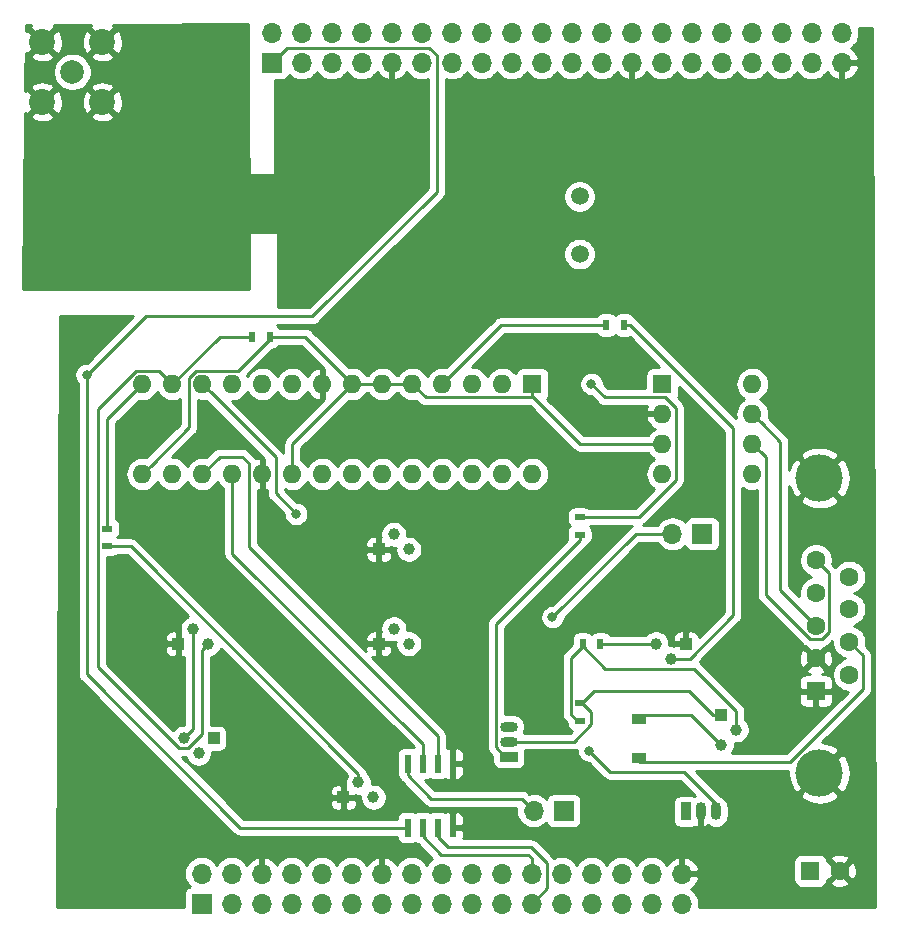
<source format=gbl>
G04 #@! TF.GenerationSoftware,KiCad,Pcbnew,(5.1.0)-1*
G04 #@! TF.CreationDate,2019-03-19T22:56:10-07:00*
G04 #@! TF.ProjectId,DashSight-Mezzanine-Card,44617368-5369-4676-9874-2d4d657a7a61,rev?*
G04 #@! TF.SameCoordinates,Original*
G04 #@! TF.FileFunction,Copper,L2,Bot*
G04 #@! TF.FilePolarity,Positive*
%FSLAX46Y46*%
G04 Gerber Fmt 4.6, Leading zero omitted, Abs format (unit mm)*
G04 Created by KiCad (PCBNEW (5.1.0)-1) date 2019-03-19 22:56:10*
%MOMM*%
%LPD*%
G04 APERTURE LIST*
%ADD10R,1.600000X1.600000*%
%ADD11C,1.600000*%
%ADD12R,1.200000X0.900000*%
%ADD13R,1.700000X1.700000*%
%ADD14O,1.700000X1.700000*%
%ADD15R,0.600000X1.550000*%
%ADD16O,0.900000X1.500000*%
%ADD17R,0.900000X1.500000*%
%ADD18C,4.000000*%
%ADD19O,1.600000X1.600000*%
%ADD20R,0.900000X0.500000*%
%ADD21C,2.200000*%
%ADD22C,2.000000*%
%ADD23C,1.500000*%
%ADD24R,0.500000X0.900000*%
%ADD25O,1.500000X0.900000*%
%ADD26R,1.500000X0.900000*%
%ADD27C,1.000000*%
%ADD28R,1.000000X1.000000*%
%ADD29C,0.800000*%
%ADD30C,0.250000*%
%ADD31C,0.254000*%
G04 APERTURE END LIST*
D10*
X192532000Y-120205500D03*
D11*
X195032000Y-120205500D03*
D12*
X178000000Y-110650000D03*
X178000000Y-107350000D03*
D13*
X171640500Y-115125500D03*
D14*
X169100500Y-115125500D03*
X180848000Y-91694000D03*
D13*
X183388000Y-91694000D03*
D15*
X158432500Y-111155500D03*
X159702500Y-111155500D03*
X160972500Y-111155500D03*
X162242500Y-111155500D03*
X162242500Y-116555500D03*
X160972500Y-116555500D03*
X159702500Y-116555500D03*
X158432500Y-116555500D03*
D16*
X183261000Y-115189000D03*
X184531000Y-115189000D03*
D17*
X181991000Y-115189000D03*
D18*
X193300000Y-86960000D03*
X193300000Y-111960000D03*
D11*
X195840000Y-95305000D03*
X195840000Y-98075000D03*
X195840000Y-100845000D03*
X195840000Y-103615000D03*
X193000000Y-93920000D03*
X193000000Y-96690000D03*
X193000000Y-99460000D03*
X193000000Y-102230000D03*
D10*
X193000000Y-105000000D03*
X169000000Y-79000000D03*
D19*
X135980000Y-86620000D03*
X166460000Y-79000000D03*
X138520000Y-86620000D03*
X163920000Y-79000000D03*
X141060000Y-86620000D03*
X161380000Y-79000000D03*
X143600000Y-86620000D03*
X158840000Y-79000000D03*
X146140000Y-86620000D03*
X156300000Y-79000000D03*
X148680000Y-86620000D03*
X153760000Y-79000000D03*
X151220000Y-86620000D03*
X151220000Y-79000000D03*
X153760000Y-86620000D03*
X148680000Y-79000000D03*
X156300000Y-86620000D03*
X146140000Y-79000000D03*
X158840000Y-86620000D03*
X143600000Y-79000000D03*
X161380000Y-86620000D03*
X141060000Y-79000000D03*
X163920000Y-86620000D03*
X138520000Y-79000000D03*
X166460000Y-86620000D03*
X135980000Y-79000000D03*
X169000000Y-86620000D03*
D20*
X173000000Y-106000000D03*
X173000000Y-107500000D03*
D21*
X127508000Y-55118000D03*
X127508000Y-50038000D03*
X132588000Y-50038000D03*
X132588000Y-55118000D03*
D22*
X130048000Y-52578000D03*
D23*
X173000000Y-68000000D03*
X173000000Y-63120000D03*
D10*
X180000000Y-79000000D03*
D19*
X187620000Y-86620000D03*
X180000000Y-81540000D03*
X187620000Y-84080000D03*
X180000000Y-84080000D03*
X187620000Y-81540000D03*
X180000000Y-86620000D03*
X187620000Y-79000000D03*
D13*
X141000000Y-123000000D03*
D14*
X141000000Y-120460000D03*
X143540000Y-123000000D03*
X143540000Y-120460000D03*
X146080000Y-123000000D03*
X146080000Y-120460000D03*
X148620000Y-123000000D03*
X148620000Y-120460000D03*
X151160000Y-123000000D03*
X151160000Y-120460000D03*
X153700000Y-123000000D03*
X153700000Y-120460000D03*
X156240000Y-123000000D03*
X156240000Y-120460000D03*
X158780000Y-123000000D03*
X158780000Y-120460000D03*
X161320000Y-123000000D03*
X161320000Y-120460000D03*
X163860000Y-123000000D03*
X163860000Y-120460000D03*
X166400000Y-123000000D03*
X166400000Y-120460000D03*
X168940000Y-123000000D03*
X168940000Y-120460000D03*
X171480000Y-123000000D03*
X171480000Y-120460000D03*
X174020000Y-123000000D03*
X174020000Y-120460000D03*
X176560000Y-123000000D03*
X176560000Y-120460000D03*
X179100000Y-123000000D03*
X179100000Y-120460000D03*
X181640000Y-123000000D03*
X181640000Y-120460000D03*
D13*
X146939000Y-51816000D03*
D14*
X146939000Y-49276000D03*
X149479000Y-51816000D03*
X149479000Y-49276000D03*
X152019000Y-51816000D03*
X152019000Y-49276000D03*
X154559000Y-51816000D03*
X154559000Y-49276000D03*
X157099000Y-51816000D03*
X157099000Y-49276000D03*
X159639000Y-51816000D03*
X159639000Y-49276000D03*
X162179000Y-51816000D03*
X162179000Y-49276000D03*
X164719000Y-51816000D03*
X164719000Y-49276000D03*
X167259000Y-51816000D03*
X167259000Y-49276000D03*
X169799000Y-51816000D03*
X169799000Y-49276000D03*
X172339000Y-51816000D03*
X172339000Y-49276000D03*
X174879000Y-51816000D03*
X174879000Y-49276000D03*
X177419000Y-51816000D03*
X177419000Y-49276000D03*
X179959000Y-51816000D03*
X179959000Y-49276000D03*
X182499000Y-51816000D03*
X182499000Y-49276000D03*
X185039000Y-51816000D03*
X185039000Y-49276000D03*
X187579000Y-51816000D03*
X187579000Y-49276000D03*
X190119000Y-51816000D03*
X190119000Y-49276000D03*
X192659000Y-51816000D03*
X192659000Y-49276000D03*
X195199000Y-51816000D03*
X195199000Y-49276000D03*
D24*
X175250000Y-74000000D03*
X176750000Y-74000000D03*
X146750000Y-75000000D03*
X145250000Y-75000000D03*
D20*
X173000000Y-91750000D03*
X173000000Y-90250000D03*
D24*
X173250000Y-101000000D03*
X174750000Y-101000000D03*
D20*
X133000000Y-92750000D03*
X133000000Y-91250000D03*
D25*
X167000000Y-109270000D03*
X167000000Y-108000000D03*
D26*
X167000000Y-110540000D03*
D27*
X157270000Y-91730000D03*
X158540000Y-93000000D03*
D28*
X156000000Y-93000000D03*
D27*
X157270000Y-99730000D03*
X158540000Y-101000000D03*
D28*
X156000000Y-101000000D03*
D27*
X154270000Y-112730000D03*
X155540000Y-114000000D03*
D28*
X153000000Y-114000000D03*
D27*
X186270000Y-108270000D03*
X185000000Y-109540000D03*
D28*
X185000000Y-107000000D03*
D27*
X140730000Y-110270000D03*
X139460000Y-109000000D03*
D28*
X142000000Y-109000000D03*
D27*
X180730000Y-102270000D03*
X179460000Y-101000000D03*
D28*
X182000000Y-101000000D03*
D27*
X140270000Y-99730000D03*
X141540000Y-101000000D03*
D28*
X139000000Y-101000000D03*
D29*
X135890000Y-60452000D03*
X138430000Y-60452000D03*
X140970000Y-60452000D03*
X135890000Y-62992000D03*
X140970000Y-62992000D03*
X135890000Y-65532000D03*
X138430000Y-65532000D03*
X140970000Y-65532000D03*
X130429000Y-67183000D03*
X173228000Y-75946000D03*
X136906000Y-111760000D03*
X158750000Y-55880000D03*
X163830000Y-55880000D03*
X158750000Y-59690000D03*
X163830000Y-59690000D03*
X133350000Y-116332000D03*
X133350000Y-119380000D03*
X173799500Y-110045500D03*
X170688000Y-98742500D03*
X174000000Y-79000000D03*
X131254500Y-78232000D03*
X149000000Y-90000000D03*
D30*
X137720001Y-78200001D02*
X138520000Y-79000000D01*
X137394999Y-77874999D02*
X137720001Y-78200001D01*
X135439999Y-77874999D02*
X137394999Y-77874999D01*
X132224999Y-102986001D02*
X132224999Y-81089999D01*
X139063999Y-109825001D02*
X132224999Y-102986001D01*
X132224999Y-81089999D02*
X135439999Y-77874999D01*
X139856001Y-109825001D02*
X139063999Y-109825001D01*
X141040001Y-108641001D02*
X139856001Y-109825001D01*
X141040001Y-101499999D02*
X141040001Y-108641001D01*
X141540000Y-101000000D02*
X141040001Y-101499999D01*
X142520000Y-75000000D02*
X138520000Y-79000000D01*
X145250000Y-75000000D02*
X142520000Y-75000000D01*
X140270000Y-108190000D02*
X140270000Y-99730000D01*
X139460000Y-109000000D02*
X140270000Y-108190000D01*
X177250000Y-74000000D02*
X186000000Y-82750000D01*
X176750000Y-74000000D02*
X177250000Y-74000000D01*
X182315002Y-102270000D02*
X180730000Y-102270000D01*
X186000000Y-98585002D02*
X182315002Y-102270000D01*
X186000000Y-82750000D02*
X186000000Y-98585002D01*
X174750000Y-101000000D02*
X179460000Y-101000000D01*
X173200000Y-107500000D02*
X173000000Y-107500000D01*
X172800000Y-107500000D02*
X173000000Y-107500000D01*
X172224999Y-106924999D02*
X172800000Y-107500000D01*
X172224999Y-102225001D02*
X172224999Y-106924999D01*
X173250000Y-101200000D02*
X172224999Y-102225001D01*
X173250000Y-101200000D02*
X173250000Y-101000000D01*
X175145001Y-103095001D02*
X173250000Y-101200000D01*
X182680003Y-103095001D02*
X175145001Y-103095001D01*
X186270000Y-106684998D02*
X182680003Y-103095001D01*
X186270000Y-108270000D02*
X186270000Y-106684998D01*
X173000000Y-106000000D02*
X172800000Y-106000000D01*
X184250000Y-107000000D02*
X185000000Y-107000000D01*
X182250000Y-105000000D02*
X184250000Y-107000000D01*
X167000000Y-109270000D02*
X172515002Y-109270000D01*
X172515002Y-109270000D02*
X174000000Y-107785002D01*
X174000000Y-107785002D02*
X174000000Y-106800000D01*
X174000000Y-106800000D02*
X173200000Y-106000000D01*
X173200000Y-106000000D02*
X174200000Y-105000000D01*
X174200000Y-105000000D02*
X182250000Y-105000000D01*
X154270000Y-112022894D02*
X154270000Y-112730000D01*
X134997106Y-92750000D02*
X154270000Y-112022894D01*
X133000000Y-92750000D02*
X134997106Y-92750000D01*
X166700000Y-110540000D02*
X167000000Y-110540000D01*
X165924990Y-109764990D02*
X166700000Y-110540000D01*
X165924990Y-99325010D02*
X165924990Y-109764990D01*
X173000000Y-92250000D02*
X165924990Y-99325010D01*
X173000000Y-91750000D02*
X173000000Y-92250000D01*
X184531000Y-115189000D02*
X184531000Y-114554000D01*
X184531000Y-114554000D02*
X181800500Y-111823500D01*
X175577500Y-111823500D02*
X173799500Y-110045500D01*
X181800500Y-111823500D02*
X175577500Y-111823500D01*
X133000000Y-81980000D02*
X133000000Y-91250000D01*
X135980000Y-79000000D02*
X133000000Y-81980000D01*
X188419999Y-84879999D02*
X187620000Y-84080000D01*
X188745001Y-96870003D02*
X188745001Y-85205001D01*
X192459999Y-100585001D02*
X188745001Y-96870003D01*
X193540001Y-100585001D02*
X192459999Y-100585001D01*
X194125001Y-100000001D02*
X193540001Y-100585001D01*
X188745001Y-85205001D02*
X188419999Y-84879999D01*
X194125001Y-95045001D02*
X194125001Y-100000001D01*
X193000000Y-93920000D02*
X194125001Y-95045001D01*
X188419999Y-82339999D02*
X187620000Y-81540000D01*
X190000000Y-83920000D02*
X188419999Y-82339999D01*
X190000000Y-96460000D02*
X190000000Y-83920000D01*
X193000000Y-99460000D02*
X190000000Y-96460000D01*
X196965001Y-101970001D02*
X195840000Y-100845000D01*
X196965001Y-104853997D02*
X196965001Y-101970001D01*
X190818998Y-111000000D02*
X196965001Y-104853997D01*
X178000000Y-111000000D02*
X190818998Y-111000000D01*
X177736500Y-91694000D02*
X170688000Y-98742500D01*
X180848000Y-91694000D02*
X177736500Y-91694000D01*
X178035002Y-90250000D02*
X173000000Y-90250000D01*
X181125001Y-87160001D02*
X178035002Y-90250000D01*
X180250003Y-80125001D02*
X181125001Y-80999999D01*
X175125001Y-80125001D02*
X180250003Y-80125001D01*
X181125001Y-80999999D02*
X181125001Y-87160001D01*
X174000000Y-79000000D02*
X175125001Y-80125001D01*
X173030000Y-84080000D02*
X169000000Y-80050000D01*
X180000000Y-84080000D02*
X173030000Y-84080000D01*
X149760000Y-75000000D02*
X153760000Y-79000000D01*
X146750000Y-75000000D02*
X149760000Y-75000000D01*
X148680000Y-84080000D02*
X153760000Y-79000000D01*
X148680000Y-86620000D02*
X148680000Y-84080000D01*
X153760000Y-79000000D02*
X156300000Y-79000000D01*
X156300000Y-79000000D02*
X158840000Y-79000000D01*
X169000000Y-80050000D02*
X169000000Y-79000000D01*
X168924999Y-80125001D02*
X169000000Y-80050000D01*
X159965001Y-80125001D02*
X168924999Y-80125001D01*
X158840000Y-79000000D02*
X159965001Y-80125001D01*
X136779999Y-85820001D02*
X135980000Y-86620000D01*
X139934999Y-82665001D02*
X136779999Y-85820001D01*
X139934999Y-78459999D02*
X139934999Y-82665001D01*
X140519999Y-77874999D02*
X139934999Y-78459999D01*
X144075001Y-77874999D02*
X140519999Y-77874999D01*
X146750000Y-75200000D02*
X144075001Y-77874999D01*
X146750000Y-75000000D02*
X146750000Y-75200000D01*
X158432500Y-111155500D02*
X158432500Y-112141000D01*
X158432500Y-112141000D02*
X160401000Y-114109500D01*
X168084500Y-114109500D02*
X169100500Y-115125500D01*
X160401000Y-114109500D02*
X168084500Y-114109500D01*
X166380000Y-74000000D02*
X161380000Y-79000000D01*
X175250000Y-74000000D02*
X166380000Y-74000000D01*
X158432500Y-116555500D02*
X144241500Y-116555500D01*
X144241500Y-116555500D02*
X131254500Y-103568500D01*
X131254500Y-103568500D02*
X131254500Y-78232000D01*
X131254500Y-78232000D02*
X131318000Y-78232000D01*
X131318000Y-78232000D02*
X136271000Y-73279000D01*
X136271000Y-73279000D02*
X150368000Y-73279000D01*
X150368000Y-73279000D02*
X160909000Y-62738000D01*
X160909000Y-62738000D02*
X160909000Y-51181000D01*
X160909000Y-51181000D02*
X160274000Y-50546000D01*
X148209000Y-50546000D02*
X146939000Y-51816000D01*
X160274000Y-50546000D02*
X148209000Y-50546000D01*
X141859999Y-79799999D02*
X141060000Y-79000000D01*
X147265001Y-85205001D02*
X141859999Y-79799999D01*
X147265001Y-88265001D02*
X147265001Y-85205001D01*
X149000000Y-90000000D02*
X147265001Y-88265001D01*
X160972500Y-116555500D02*
X160972500Y-117348000D01*
X160972500Y-117348000D02*
X161861500Y-118237000D01*
X161861500Y-118237000D02*
X168910000Y-118237000D01*
X168910000Y-118237000D02*
X170243500Y-119570500D01*
X170243500Y-121696500D02*
X168940000Y-123000000D01*
X170243500Y-119570500D02*
X170243500Y-121696500D01*
X168940000Y-120460000D02*
X168940000Y-119156000D01*
X168940000Y-119156000D02*
X168656000Y-118872000D01*
X168656000Y-118872000D02*
X161290000Y-118872000D01*
X159702500Y-117284500D02*
X159702500Y-116555500D01*
X161290000Y-118872000D02*
X159702500Y-117284500D01*
X160972500Y-111155500D02*
X160972500Y-108775500D01*
X160972500Y-108775500D02*
X144970500Y-92773500D01*
X144970500Y-92773500D02*
X144970500Y-85725000D01*
X144970500Y-85725000D02*
X144399000Y-85153500D01*
X142526500Y-85153500D02*
X141060000Y-86620000D01*
X144399000Y-85153500D02*
X142526500Y-85153500D01*
X159702500Y-111155500D02*
X159702500Y-109474000D01*
X143600000Y-93371500D02*
X143600000Y-86620000D01*
X159702500Y-109474000D02*
X143600000Y-93371500D01*
X182460000Y-107000000D02*
X185000000Y-109540000D01*
X178000000Y-107000000D02*
X182460000Y-107000000D01*
D31*
G36*
X145033289Y-70993000D02*
G01*
X125858435Y-70993000D01*
X126023246Y-56324712D01*
X126480893Y-56324712D01*
X126588726Y-56599338D01*
X126895384Y-56750216D01*
X127225585Y-56838369D01*
X127566639Y-56860409D01*
X127905439Y-56815489D01*
X128228966Y-56705336D01*
X128427274Y-56599338D01*
X128535107Y-56324712D01*
X131560893Y-56324712D01*
X131668726Y-56599338D01*
X131975384Y-56750216D01*
X132305585Y-56838369D01*
X132646639Y-56860409D01*
X132985439Y-56815489D01*
X133308966Y-56705336D01*
X133507274Y-56599338D01*
X133615107Y-56324712D01*
X132588000Y-55297605D01*
X131560893Y-56324712D01*
X128535107Y-56324712D01*
X127508000Y-55297605D01*
X126480893Y-56324712D01*
X126023246Y-56324712D01*
X126026480Y-56036934D01*
X126026662Y-56037274D01*
X126301288Y-56145107D01*
X127328395Y-55118000D01*
X127687605Y-55118000D01*
X128714712Y-56145107D01*
X128989338Y-56037274D01*
X129140216Y-55730616D01*
X129228369Y-55400415D01*
X129242830Y-55176639D01*
X130845591Y-55176639D01*
X130890511Y-55515439D01*
X131000664Y-55838966D01*
X131106662Y-56037274D01*
X131381288Y-56145107D01*
X132408395Y-55118000D01*
X132767605Y-55118000D01*
X133794712Y-56145107D01*
X134069338Y-56037274D01*
X134220216Y-55730616D01*
X134308369Y-55400415D01*
X134330409Y-55059361D01*
X134285489Y-54720561D01*
X134175336Y-54397034D01*
X134069338Y-54198726D01*
X133794712Y-54090893D01*
X132767605Y-55118000D01*
X132408395Y-55118000D01*
X131381288Y-54090893D01*
X131106662Y-54198726D01*
X130955784Y-54505384D01*
X130867631Y-54835585D01*
X130845591Y-55176639D01*
X129242830Y-55176639D01*
X129250409Y-55059361D01*
X129205489Y-54720561D01*
X129095336Y-54397034D01*
X128989338Y-54198726D01*
X128714712Y-54090893D01*
X127687605Y-55118000D01*
X127328395Y-55118000D01*
X126301288Y-54090893D01*
X126047225Y-54190652D01*
X126050363Y-53911288D01*
X126480893Y-53911288D01*
X127508000Y-54938395D01*
X128535107Y-53911288D01*
X128427274Y-53636662D01*
X128120616Y-53485784D01*
X127790415Y-53397631D01*
X127449361Y-53375591D01*
X127110561Y-53420511D01*
X126787034Y-53530664D01*
X126588726Y-53636662D01*
X126480893Y-53911288D01*
X126050363Y-53911288D01*
X126067153Y-52416967D01*
X128413000Y-52416967D01*
X128413000Y-52739033D01*
X128475832Y-53054912D01*
X128599082Y-53352463D01*
X128778013Y-53620252D01*
X129005748Y-53847987D01*
X129273537Y-54026918D01*
X129571088Y-54150168D01*
X129886967Y-54213000D01*
X130209033Y-54213000D01*
X130524912Y-54150168D01*
X130822463Y-54026918D01*
X130995515Y-53911288D01*
X131560893Y-53911288D01*
X132588000Y-54938395D01*
X133615107Y-53911288D01*
X133507274Y-53636662D01*
X133200616Y-53485784D01*
X132870415Y-53397631D01*
X132529361Y-53375591D01*
X132190561Y-53420511D01*
X131867034Y-53530664D01*
X131668726Y-53636662D01*
X131560893Y-53911288D01*
X130995515Y-53911288D01*
X131090252Y-53847987D01*
X131317987Y-53620252D01*
X131496918Y-53352463D01*
X131620168Y-53054912D01*
X131683000Y-52739033D01*
X131683000Y-52416967D01*
X131620168Y-52101088D01*
X131496918Y-51803537D01*
X131317987Y-51535748D01*
X131090252Y-51308013D01*
X130995516Y-51244712D01*
X131560893Y-51244712D01*
X131668726Y-51519338D01*
X131975384Y-51670216D01*
X132305585Y-51758369D01*
X132646639Y-51780409D01*
X132985439Y-51735489D01*
X133308966Y-51625336D01*
X133507274Y-51519338D01*
X133615107Y-51244712D01*
X132588000Y-50217605D01*
X131560893Y-51244712D01*
X130995516Y-51244712D01*
X130822463Y-51129082D01*
X130524912Y-51005832D01*
X130209033Y-50943000D01*
X129886967Y-50943000D01*
X129571088Y-51005832D01*
X129273537Y-51129082D01*
X129005748Y-51308013D01*
X128778013Y-51535748D01*
X128599082Y-51803537D01*
X128475832Y-52101088D01*
X128413000Y-52416967D01*
X126067153Y-52416967D01*
X126080325Y-51244712D01*
X126480893Y-51244712D01*
X126588726Y-51519338D01*
X126895384Y-51670216D01*
X127225585Y-51758369D01*
X127566639Y-51780409D01*
X127905439Y-51735489D01*
X128228966Y-51625336D01*
X128427274Y-51519338D01*
X128535107Y-51244712D01*
X127508000Y-50217605D01*
X126480893Y-51244712D01*
X126080325Y-51244712D01*
X126083305Y-50979515D01*
X126301288Y-51065107D01*
X127328395Y-50038000D01*
X127687605Y-50038000D01*
X128714712Y-51065107D01*
X128989338Y-50957274D01*
X129140216Y-50650616D01*
X129228369Y-50320415D01*
X129242830Y-50096639D01*
X130845591Y-50096639D01*
X130890511Y-50435439D01*
X131000664Y-50758966D01*
X131106662Y-50957274D01*
X131381288Y-51065107D01*
X132408395Y-50038000D01*
X132767605Y-50038000D01*
X133794712Y-51065107D01*
X134069338Y-50957274D01*
X134220216Y-50650616D01*
X134308369Y-50320415D01*
X134330409Y-49979361D01*
X134285489Y-49640561D01*
X134175336Y-49317034D01*
X134069338Y-49118726D01*
X133794712Y-49010893D01*
X132767605Y-50038000D01*
X132408395Y-50038000D01*
X131381288Y-49010893D01*
X131106662Y-49118726D01*
X130955784Y-49425384D01*
X130867631Y-49755585D01*
X130845591Y-50096639D01*
X129242830Y-50096639D01*
X129250409Y-49979361D01*
X129205489Y-49640561D01*
X129095336Y-49317034D01*
X128989338Y-49118726D01*
X128714712Y-49010893D01*
X127687605Y-50038000D01*
X127328395Y-50038000D01*
X126301288Y-49010893D01*
X126104557Y-49088140D01*
X126109590Y-48640165D01*
X126557110Y-48637182D01*
X126480893Y-48831288D01*
X127508000Y-49858395D01*
X128535107Y-48831288D01*
X128453925Y-48624536D01*
X131650442Y-48603226D01*
X131560893Y-48831288D01*
X132588000Y-49858395D01*
X133615107Y-48831288D01*
X133520662Y-48590758D01*
X144907712Y-48514845D01*
X145033289Y-70993000D01*
X145033289Y-70993000D01*
G37*
X145033289Y-70993000D02*
X125858435Y-70993000D01*
X126023246Y-56324712D01*
X126480893Y-56324712D01*
X126588726Y-56599338D01*
X126895384Y-56750216D01*
X127225585Y-56838369D01*
X127566639Y-56860409D01*
X127905439Y-56815489D01*
X128228966Y-56705336D01*
X128427274Y-56599338D01*
X128535107Y-56324712D01*
X131560893Y-56324712D01*
X131668726Y-56599338D01*
X131975384Y-56750216D01*
X132305585Y-56838369D01*
X132646639Y-56860409D01*
X132985439Y-56815489D01*
X133308966Y-56705336D01*
X133507274Y-56599338D01*
X133615107Y-56324712D01*
X132588000Y-55297605D01*
X131560893Y-56324712D01*
X128535107Y-56324712D01*
X127508000Y-55297605D01*
X126480893Y-56324712D01*
X126023246Y-56324712D01*
X126026480Y-56036934D01*
X126026662Y-56037274D01*
X126301288Y-56145107D01*
X127328395Y-55118000D01*
X127687605Y-55118000D01*
X128714712Y-56145107D01*
X128989338Y-56037274D01*
X129140216Y-55730616D01*
X129228369Y-55400415D01*
X129242830Y-55176639D01*
X130845591Y-55176639D01*
X130890511Y-55515439D01*
X131000664Y-55838966D01*
X131106662Y-56037274D01*
X131381288Y-56145107D01*
X132408395Y-55118000D01*
X132767605Y-55118000D01*
X133794712Y-56145107D01*
X134069338Y-56037274D01*
X134220216Y-55730616D01*
X134308369Y-55400415D01*
X134330409Y-55059361D01*
X134285489Y-54720561D01*
X134175336Y-54397034D01*
X134069338Y-54198726D01*
X133794712Y-54090893D01*
X132767605Y-55118000D01*
X132408395Y-55118000D01*
X131381288Y-54090893D01*
X131106662Y-54198726D01*
X130955784Y-54505384D01*
X130867631Y-54835585D01*
X130845591Y-55176639D01*
X129242830Y-55176639D01*
X129250409Y-55059361D01*
X129205489Y-54720561D01*
X129095336Y-54397034D01*
X128989338Y-54198726D01*
X128714712Y-54090893D01*
X127687605Y-55118000D01*
X127328395Y-55118000D01*
X126301288Y-54090893D01*
X126047225Y-54190652D01*
X126050363Y-53911288D01*
X126480893Y-53911288D01*
X127508000Y-54938395D01*
X128535107Y-53911288D01*
X128427274Y-53636662D01*
X128120616Y-53485784D01*
X127790415Y-53397631D01*
X127449361Y-53375591D01*
X127110561Y-53420511D01*
X126787034Y-53530664D01*
X126588726Y-53636662D01*
X126480893Y-53911288D01*
X126050363Y-53911288D01*
X126067153Y-52416967D01*
X128413000Y-52416967D01*
X128413000Y-52739033D01*
X128475832Y-53054912D01*
X128599082Y-53352463D01*
X128778013Y-53620252D01*
X129005748Y-53847987D01*
X129273537Y-54026918D01*
X129571088Y-54150168D01*
X129886967Y-54213000D01*
X130209033Y-54213000D01*
X130524912Y-54150168D01*
X130822463Y-54026918D01*
X130995515Y-53911288D01*
X131560893Y-53911288D01*
X132588000Y-54938395D01*
X133615107Y-53911288D01*
X133507274Y-53636662D01*
X133200616Y-53485784D01*
X132870415Y-53397631D01*
X132529361Y-53375591D01*
X132190561Y-53420511D01*
X131867034Y-53530664D01*
X131668726Y-53636662D01*
X131560893Y-53911288D01*
X130995515Y-53911288D01*
X131090252Y-53847987D01*
X131317987Y-53620252D01*
X131496918Y-53352463D01*
X131620168Y-53054912D01*
X131683000Y-52739033D01*
X131683000Y-52416967D01*
X131620168Y-52101088D01*
X131496918Y-51803537D01*
X131317987Y-51535748D01*
X131090252Y-51308013D01*
X130995516Y-51244712D01*
X131560893Y-51244712D01*
X131668726Y-51519338D01*
X131975384Y-51670216D01*
X132305585Y-51758369D01*
X132646639Y-51780409D01*
X132985439Y-51735489D01*
X133308966Y-51625336D01*
X133507274Y-51519338D01*
X133615107Y-51244712D01*
X132588000Y-50217605D01*
X131560893Y-51244712D01*
X130995516Y-51244712D01*
X130822463Y-51129082D01*
X130524912Y-51005832D01*
X130209033Y-50943000D01*
X129886967Y-50943000D01*
X129571088Y-51005832D01*
X129273537Y-51129082D01*
X129005748Y-51308013D01*
X128778013Y-51535748D01*
X128599082Y-51803537D01*
X128475832Y-52101088D01*
X128413000Y-52416967D01*
X126067153Y-52416967D01*
X126080325Y-51244712D01*
X126480893Y-51244712D01*
X126588726Y-51519338D01*
X126895384Y-51670216D01*
X127225585Y-51758369D01*
X127566639Y-51780409D01*
X127905439Y-51735489D01*
X128228966Y-51625336D01*
X128427274Y-51519338D01*
X128535107Y-51244712D01*
X127508000Y-50217605D01*
X126480893Y-51244712D01*
X126080325Y-51244712D01*
X126083305Y-50979515D01*
X126301288Y-51065107D01*
X127328395Y-50038000D01*
X127687605Y-50038000D01*
X128714712Y-51065107D01*
X128989338Y-50957274D01*
X129140216Y-50650616D01*
X129228369Y-50320415D01*
X129242830Y-50096639D01*
X130845591Y-50096639D01*
X130890511Y-50435439D01*
X131000664Y-50758966D01*
X131106662Y-50957274D01*
X131381288Y-51065107D01*
X132408395Y-50038000D01*
X132767605Y-50038000D01*
X133794712Y-51065107D01*
X134069338Y-50957274D01*
X134220216Y-50650616D01*
X134308369Y-50320415D01*
X134330409Y-49979361D01*
X134285489Y-49640561D01*
X134175336Y-49317034D01*
X134069338Y-49118726D01*
X133794712Y-49010893D01*
X132767605Y-50038000D01*
X132408395Y-50038000D01*
X131381288Y-49010893D01*
X131106662Y-49118726D01*
X130955784Y-49425384D01*
X130867631Y-49755585D01*
X130845591Y-50096639D01*
X129242830Y-50096639D01*
X129250409Y-49979361D01*
X129205489Y-49640561D01*
X129095336Y-49317034D01*
X128989338Y-49118726D01*
X128714712Y-49010893D01*
X127687605Y-50038000D01*
X127328395Y-50038000D01*
X126301288Y-49010893D01*
X126104557Y-49088140D01*
X126109590Y-48640165D01*
X126557110Y-48637182D01*
X126480893Y-48831288D01*
X127508000Y-49858395D01*
X128535107Y-48831288D01*
X128453925Y-48624536D01*
X131650442Y-48603226D01*
X131560893Y-48831288D01*
X132588000Y-49858395D01*
X133615107Y-48831288D01*
X133520662Y-48590758D01*
X144907712Y-48514845D01*
X145033289Y-70993000D01*
G36*
X197992568Y-123317000D02*
G01*
X183095660Y-123317000D01*
X183103513Y-123291111D01*
X183132185Y-123000000D01*
X183103513Y-122708889D01*
X183018599Y-122428966D01*
X182880706Y-122170986D01*
X182695134Y-121944866D01*
X182469014Y-121759294D01*
X182411244Y-121728416D01*
X182640269Y-121557588D01*
X182835178Y-121341355D01*
X182984157Y-121091252D01*
X183081481Y-120816891D01*
X182960814Y-120587000D01*
X181767000Y-120587000D01*
X181767000Y-120607000D01*
X181513000Y-120607000D01*
X181513000Y-120587000D01*
X181493000Y-120587000D01*
X181493000Y-120333000D01*
X181513000Y-120333000D01*
X181513000Y-119139845D01*
X181767000Y-119139845D01*
X181767000Y-120333000D01*
X182960814Y-120333000D01*
X183081481Y-120103109D01*
X182984157Y-119828748D01*
X182835178Y-119578645D01*
X182679108Y-119405500D01*
X191093928Y-119405500D01*
X191093928Y-121005500D01*
X191106188Y-121129982D01*
X191142498Y-121249680D01*
X191201463Y-121359994D01*
X191280815Y-121456685D01*
X191377506Y-121536037D01*
X191487820Y-121595002D01*
X191607518Y-121631312D01*
X191732000Y-121643572D01*
X193332000Y-121643572D01*
X193456482Y-121631312D01*
X193576180Y-121595002D01*
X193686494Y-121536037D01*
X193783185Y-121456685D01*
X193862537Y-121359994D01*
X193921502Y-121249680D01*
X193937117Y-121198202D01*
X194218903Y-121198202D01*
X194290486Y-121442171D01*
X194545996Y-121563071D01*
X194820184Y-121631800D01*
X195102512Y-121645717D01*
X195382130Y-121604287D01*
X195648292Y-121509103D01*
X195773514Y-121442171D01*
X195845097Y-121198202D01*
X195032000Y-120385105D01*
X194218903Y-121198202D01*
X193937117Y-121198202D01*
X193957812Y-121129982D01*
X193970072Y-121005500D01*
X193970072Y-120998285D01*
X194039298Y-121018597D01*
X194852395Y-120205500D01*
X195211605Y-120205500D01*
X196024702Y-121018597D01*
X196268671Y-120947014D01*
X196389571Y-120691504D01*
X196458300Y-120417316D01*
X196472217Y-120134988D01*
X196430787Y-119855370D01*
X196335603Y-119589208D01*
X196268671Y-119463986D01*
X196024702Y-119392403D01*
X195211605Y-120205500D01*
X194852395Y-120205500D01*
X194039298Y-119392403D01*
X193970072Y-119412715D01*
X193970072Y-119405500D01*
X193957812Y-119281018D01*
X193937118Y-119212798D01*
X194218903Y-119212798D01*
X195032000Y-120025895D01*
X195845097Y-119212798D01*
X195773514Y-118968829D01*
X195518004Y-118847929D01*
X195243816Y-118779200D01*
X194961488Y-118765283D01*
X194681870Y-118806713D01*
X194415708Y-118901897D01*
X194290486Y-118968829D01*
X194218903Y-119212798D01*
X193937118Y-119212798D01*
X193921502Y-119161320D01*
X193862537Y-119051006D01*
X193783185Y-118954315D01*
X193686494Y-118874963D01*
X193576180Y-118815998D01*
X193456482Y-118779688D01*
X193332000Y-118767428D01*
X191732000Y-118767428D01*
X191607518Y-118779688D01*
X191487820Y-118815998D01*
X191377506Y-118874963D01*
X191280815Y-118954315D01*
X191201463Y-119051006D01*
X191142498Y-119161320D01*
X191106188Y-119281018D01*
X191093928Y-119405500D01*
X182679108Y-119405500D01*
X182640269Y-119362412D01*
X182406920Y-119188359D01*
X182144099Y-119063175D01*
X181996890Y-119018524D01*
X181767000Y-119139845D01*
X181513000Y-119139845D01*
X181283110Y-119018524D01*
X181135901Y-119063175D01*
X180873080Y-119188359D01*
X180639731Y-119362412D01*
X180444822Y-119578645D01*
X180375201Y-119695523D01*
X180340706Y-119630986D01*
X180155134Y-119404866D01*
X179929014Y-119219294D01*
X179671034Y-119081401D01*
X179391111Y-118996487D01*
X179172950Y-118975000D01*
X179027050Y-118975000D01*
X178808889Y-118996487D01*
X178528966Y-119081401D01*
X178270986Y-119219294D01*
X178044866Y-119404866D01*
X177859294Y-119630986D01*
X177830000Y-119685791D01*
X177800706Y-119630986D01*
X177615134Y-119404866D01*
X177389014Y-119219294D01*
X177131034Y-119081401D01*
X176851111Y-118996487D01*
X176632950Y-118975000D01*
X176487050Y-118975000D01*
X176268889Y-118996487D01*
X175988966Y-119081401D01*
X175730986Y-119219294D01*
X175504866Y-119404866D01*
X175319294Y-119630986D01*
X175290000Y-119685791D01*
X175260706Y-119630986D01*
X175075134Y-119404866D01*
X174849014Y-119219294D01*
X174591034Y-119081401D01*
X174311111Y-118996487D01*
X174092950Y-118975000D01*
X173947050Y-118975000D01*
X173728889Y-118996487D01*
X173448966Y-119081401D01*
X173190986Y-119219294D01*
X172964866Y-119404866D01*
X172779294Y-119630986D01*
X172750000Y-119685791D01*
X172720706Y-119630986D01*
X172535134Y-119404866D01*
X172309014Y-119219294D01*
X172051034Y-119081401D01*
X171771111Y-118996487D01*
X171552950Y-118975000D01*
X171407050Y-118975000D01*
X171188889Y-118996487D01*
X170908966Y-119081401D01*
X170850793Y-119112495D01*
X170783501Y-119030499D01*
X170754504Y-119006702D01*
X169473804Y-117726003D01*
X169450001Y-117696999D01*
X169334276Y-117602026D01*
X169202247Y-117531454D01*
X169058986Y-117487997D01*
X168947333Y-117477000D01*
X168947322Y-117477000D01*
X168910000Y-117473324D01*
X168872678Y-117477000D01*
X163161633Y-117477000D01*
X163168312Y-117454982D01*
X163180572Y-117330500D01*
X163177500Y-116841250D01*
X163018750Y-116682500D01*
X162369500Y-116682500D01*
X162369500Y-116702500D01*
X162115500Y-116702500D01*
X162115500Y-116682500D01*
X162095500Y-116682500D01*
X162095500Y-116428500D01*
X162115500Y-116428500D01*
X162115500Y-115304250D01*
X162369500Y-115304250D01*
X162369500Y-116428500D01*
X163018750Y-116428500D01*
X163177500Y-116269750D01*
X163180572Y-115780500D01*
X163168312Y-115656018D01*
X163132002Y-115536320D01*
X163073037Y-115426006D01*
X162993685Y-115329315D01*
X162896994Y-115249963D01*
X162786680Y-115190998D01*
X162666982Y-115154688D01*
X162542500Y-115142428D01*
X162528250Y-115145500D01*
X162369500Y-115304250D01*
X162115500Y-115304250D01*
X161956750Y-115145500D01*
X161942500Y-115142428D01*
X161818018Y-115154688D01*
X161698320Y-115190998D01*
X161607500Y-115239543D01*
X161516680Y-115190998D01*
X161396982Y-115154688D01*
X161272500Y-115142428D01*
X160672500Y-115142428D01*
X160548018Y-115154688D01*
X160428320Y-115190998D01*
X160337500Y-115239543D01*
X160246680Y-115190998D01*
X160126982Y-115154688D01*
X160002500Y-115142428D01*
X159402500Y-115142428D01*
X159278018Y-115154688D01*
X159158320Y-115190998D01*
X159067500Y-115239543D01*
X158976680Y-115190998D01*
X158856982Y-115154688D01*
X158732500Y-115142428D01*
X158132500Y-115142428D01*
X158008018Y-115154688D01*
X157888320Y-115190998D01*
X157778006Y-115249963D01*
X157681315Y-115329315D01*
X157601963Y-115426006D01*
X157542998Y-115536320D01*
X157506688Y-115656018D01*
X157494428Y-115780500D01*
X157494428Y-115795500D01*
X144556302Y-115795500D01*
X143260802Y-114500000D01*
X151861928Y-114500000D01*
X151874188Y-114624482D01*
X151910498Y-114744180D01*
X151969463Y-114854494D01*
X152048815Y-114951185D01*
X152145506Y-115030537D01*
X152255820Y-115089502D01*
X152375518Y-115125812D01*
X152500000Y-115138072D01*
X152714250Y-115135000D01*
X152873000Y-114976250D01*
X152873000Y-114127000D01*
X153127000Y-114127000D01*
X153127000Y-114976250D01*
X153285750Y-115135000D01*
X153500000Y-115138072D01*
X153624482Y-115125812D01*
X153744180Y-115089502D01*
X153854494Y-115030537D01*
X153951185Y-114951185D01*
X154030537Y-114854494D01*
X154089502Y-114744180D01*
X154125812Y-114624482D01*
X154138072Y-114500000D01*
X154135000Y-114285750D01*
X153976250Y-114127000D01*
X153127000Y-114127000D01*
X152873000Y-114127000D01*
X152023750Y-114127000D01*
X151865000Y-114285750D01*
X151861928Y-114500000D01*
X143260802Y-114500000D01*
X142260802Y-113500000D01*
X151861928Y-113500000D01*
X151865000Y-113714250D01*
X152023750Y-113873000D01*
X152873000Y-113873000D01*
X152873000Y-113023750D01*
X152714250Y-112865000D01*
X152500000Y-112861928D01*
X152375518Y-112874188D01*
X152255820Y-112910498D01*
X152145506Y-112969463D01*
X152048815Y-113048815D01*
X151969463Y-113145506D01*
X151910498Y-113255820D01*
X151874188Y-113375518D01*
X151861928Y-113500000D01*
X142260802Y-113500000D01*
X139345803Y-110585001D01*
X139635421Y-110585001D01*
X139638617Y-110601067D01*
X139724176Y-110807624D01*
X139848388Y-110993520D01*
X140006480Y-111151612D01*
X140192376Y-111275824D01*
X140398933Y-111361383D01*
X140618212Y-111405000D01*
X140841788Y-111405000D01*
X141061067Y-111361383D01*
X141267624Y-111275824D01*
X141453520Y-111151612D01*
X141611612Y-110993520D01*
X141735824Y-110807624D01*
X141821383Y-110601067D01*
X141865000Y-110381788D01*
X141865000Y-110158212D01*
X141860994Y-110138072D01*
X142500000Y-110138072D01*
X142624482Y-110125812D01*
X142744180Y-110089502D01*
X142854494Y-110030537D01*
X142951185Y-109951185D01*
X143030537Y-109854494D01*
X143089502Y-109744180D01*
X143125812Y-109624482D01*
X143138072Y-109500000D01*
X143138072Y-108500000D01*
X143125812Y-108375518D01*
X143089502Y-108255820D01*
X143030537Y-108145506D01*
X142951185Y-108048815D01*
X142854494Y-107969463D01*
X142744180Y-107910498D01*
X142624482Y-107874188D01*
X142500000Y-107861928D01*
X141800001Y-107861928D01*
X141800001Y-102105519D01*
X141871067Y-102091383D01*
X142077624Y-102005824D01*
X142263520Y-101881612D01*
X142421612Y-101723520D01*
X142545824Y-101537624D01*
X142593889Y-101421585D01*
X153304432Y-112132128D01*
X153264176Y-112192376D01*
X153178617Y-112398933D01*
X153135000Y-112618212D01*
X153135000Y-112841788D01*
X153163862Y-112986888D01*
X153127000Y-113023750D01*
X153127000Y-113873000D01*
X153976250Y-113873000D01*
X154013112Y-113836138D01*
X154158212Y-113865000D01*
X154381788Y-113865000D01*
X154410764Y-113859236D01*
X154405000Y-113888212D01*
X154405000Y-114111788D01*
X154448617Y-114331067D01*
X154534176Y-114537624D01*
X154658388Y-114723520D01*
X154816480Y-114881612D01*
X155002376Y-115005824D01*
X155208933Y-115091383D01*
X155428212Y-115135000D01*
X155651788Y-115135000D01*
X155871067Y-115091383D01*
X156077624Y-115005824D01*
X156263520Y-114881612D01*
X156421612Y-114723520D01*
X156545824Y-114537624D01*
X156631383Y-114331067D01*
X156675000Y-114111788D01*
X156675000Y-113888212D01*
X156631383Y-113668933D01*
X156545824Y-113462376D01*
X156421612Y-113276480D01*
X156263520Y-113118388D01*
X156077624Y-112994176D01*
X155871067Y-112908617D01*
X155651788Y-112865000D01*
X155428212Y-112865000D01*
X155399236Y-112870764D01*
X155405000Y-112841788D01*
X155405000Y-112618212D01*
X155361383Y-112398933D01*
X155275824Y-112192376D01*
X155151612Y-112006480D01*
X155018987Y-111873855D01*
X154975546Y-111730647D01*
X154953553Y-111689502D01*
X154904974Y-111598617D01*
X154833799Y-111511891D01*
X154810001Y-111482893D01*
X154781004Y-111459096D01*
X135560910Y-92239003D01*
X135537107Y-92209999D01*
X135421382Y-92115026D01*
X135289353Y-92044454D01*
X135146092Y-92000997D01*
X135034439Y-91990000D01*
X135034428Y-91990000D01*
X134997106Y-91986324D01*
X134959784Y-91990000D01*
X133853889Y-91990000D01*
X133901185Y-91951185D01*
X133980537Y-91854494D01*
X134039502Y-91744180D01*
X134075812Y-91624482D01*
X134088072Y-91500000D01*
X134088072Y-91000000D01*
X134075812Y-90875518D01*
X134039502Y-90755820D01*
X133980537Y-90645506D01*
X133901185Y-90548815D01*
X133804494Y-90469463D01*
X133760000Y-90445680D01*
X133760000Y-82294801D01*
X135654094Y-80400708D01*
X135698691Y-80414236D01*
X135909508Y-80435000D01*
X136050492Y-80435000D01*
X136261309Y-80414236D01*
X136531808Y-80332182D01*
X136781101Y-80198932D01*
X136999608Y-80019608D01*
X137178932Y-79801101D01*
X137250000Y-79668142D01*
X137321068Y-79801101D01*
X137500392Y-80019608D01*
X137718899Y-80198932D01*
X137968192Y-80332182D01*
X138238691Y-80414236D01*
X138449508Y-80435000D01*
X138590492Y-80435000D01*
X138801309Y-80414236D01*
X139071808Y-80332182D01*
X139174999Y-80277025D01*
X139175000Y-82350198D01*
X136305907Y-85219292D01*
X136261309Y-85205764D01*
X136050492Y-85185000D01*
X135909508Y-85185000D01*
X135698691Y-85205764D01*
X135428192Y-85287818D01*
X135178899Y-85421068D01*
X134960392Y-85600392D01*
X134781068Y-85818899D01*
X134647818Y-86068192D01*
X134565764Y-86338691D01*
X134538057Y-86620000D01*
X134565764Y-86901309D01*
X134647818Y-87171808D01*
X134781068Y-87421101D01*
X134960392Y-87639608D01*
X135178899Y-87818932D01*
X135428192Y-87952182D01*
X135698691Y-88034236D01*
X135909508Y-88055000D01*
X136050492Y-88055000D01*
X136261309Y-88034236D01*
X136531808Y-87952182D01*
X136781101Y-87818932D01*
X136999608Y-87639608D01*
X137178932Y-87421101D01*
X137250000Y-87288142D01*
X137321068Y-87421101D01*
X137500392Y-87639608D01*
X137718899Y-87818932D01*
X137968192Y-87952182D01*
X138238691Y-88034236D01*
X138449508Y-88055000D01*
X138590492Y-88055000D01*
X138801309Y-88034236D01*
X139071808Y-87952182D01*
X139321101Y-87818932D01*
X139539608Y-87639608D01*
X139718932Y-87421101D01*
X139790000Y-87288142D01*
X139861068Y-87421101D01*
X140040392Y-87639608D01*
X140258899Y-87818932D01*
X140508192Y-87952182D01*
X140778691Y-88034236D01*
X140989508Y-88055000D01*
X141130492Y-88055000D01*
X141341309Y-88034236D01*
X141611808Y-87952182D01*
X141861101Y-87818932D01*
X142079608Y-87639608D01*
X142258932Y-87421101D01*
X142330000Y-87288142D01*
X142401068Y-87421101D01*
X142580392Y-87639608D01*
X142798899Y-87818932D01*
X142840001Y-87840901D01*
X142840000Y-93334177D01*
X142836324Y-93371500D01*
X142840000Y-93408822D01*
X142840000Y-93408832D01*
X142850997Y-93520485D01*
X142871933Y-93589502D01*
X142894454Y-93663746D01*
X142965026Y-93795776D01*
X143004871Y-93844326D01*
X143059999Y-93911501D01*
X143089003Y-93935304D01*
X158930769Y-109777071D01*
X158856982Y-109754688D01*
X158732500Y-109742428D01*
X158132500Y-109742428D01*
X158008018Y-109754688D01*
X157888320Y-109790998D01*
X157778006Y-109849963D01*
X157681315Y-109929315D01*
X157601963Y-110026006D01*
X157542998Y-110136320D01*
X157506688Y-110256018D01*
X157494428Y-110380500D01*
X157494428Y-111930500D01*
X157506688Y-112054982D01*
X157542998Y-112174680D01*
X157601963Y-112284994D01*
X157681315Y-112381685D01*
X157721257Y-112414464D01*
X157726954Y-112433246D01*
X157797526Y-112565276D01*
X157840970Y-112618212D01*
X157892500Y-112681001D01*
X157921498Y-112704799D01*
X159837205Y-114620508D01*
X159860999Y-114649501D01*
X159889992Y-114673295D01*
X159889996Y-114673299D01*
X159924022Y-114701223D01*
X159976724Y-114744474D01*
X160108753Y-114815046D01*
X160252014Y-114858503D01*
X160363667Y-114869500D01*
X160363676Y-114869500D01*
X160400999Y-114873176D01*
X160438322Y-114869500D01*
X167633529Y-114869500D01*
X167608315Y-115125500D01*
X167636987Y-115416611D01*
X167721901Y-115696534D01*
X167859794Y-115954514D01*
X168045366Y-116180634D01*
X168271486Y-116366206D01*
X168529466Y-116504099D01*
X168809389Y-116589013D01*
X169027550Y-116610500D01*
X169173450Y-116610500D01*
X169391611Y-116589013D01*
X169671534Y-116504099D01*
X169929514Y-116366206D01*
X170155634Y-116180634D01*
X170180107Y-116150813D01*
X170200998Y-116219680D01*
X170259963Y-116329994D01*
X170339315Y-116426685D01*
X170436006Y-116506037D01*
X170546320Y-116565002D01*
X170666018Y-116601312D01*
X170790500Y-116613572D01*
X172490500Y-116613572D01*
X172614982Y-116601312D01*
X172734680Y-116565002D01*
X172844994Y-116506037D01*
X172941685Y-116426685D01*
X173021037Y-116329994D01*
X173080002Y-116219680D01*
X173116312Y-116099982D01*
X173128572Y-115975500D01*
X173128572Y-114275500D01*
X173116312Y-114151018D01*
X173080002Y-114031320D01*
X173021037Y-113921006D01*
X172941685Y-113824315D01*
X172844994Y-113744963D01*
X172734680Y-113685998D01*
X172614982Y-113649688D01*
X172490500Y-113637428D01*
X170790500Y-113637428D01*
X170666018Y-113649688D01*
X170546320Y-113685998D01*
X170436006Y-113744963D01*
X170339315Y-113824315D01*
X170259963Y-113921006D01*
X170200998Y-114031320D01*
X170180107Y-114100187D01*
X170155634Y-114070366D01*
X169929514Y-113884794D01*
X169671534Y-113746901D01*
X169391611Y-113661987D01*
X169173450Y-113640500D01*
X169027550Y-113640500D01*
X168809389Y-113661987D01*
X168734504Y-113684703D01*
X168648304Y-113598502D01*
X168624501Y-113569499D01*
X168508776Y-113474526D01*
X168376747Y-113403954D01*
X168233486Y-113360497D01*
X168121833Y-113349500D01*
X168121822Y-113349500D01*
X168084500Y-113345824D01*
X168047178Y-113349500D01*
X160715803Y-113349500D01*
X159934874Y-112568572D01*
X160002500Y-112568572D01*
X160126982Y-112556312D01*
X160246680Y-112520002D01*
X160337500Y-112471457D01*
X160428320Y-112520002D01*
X160548018Y-112556312D01*
X160672500Y-112568572D01*
X161272500Y-112568572D01*
X161396982Y-112556312D01*
X161516680Y-112520002D01*
X161607500Y-112471457D01*
X161698320Y-112520002D01*
X161818018Y-112556312D01*
X161942500Y-112568572D01*
X161956750Y-112565500D01*
X162115500Y-112406750D01*
X162115500Y-111282500D01*
X162369500Y-111282500D01*
X162369500Y-112406750D01*
X162528250Y-112565500D01*
X162542500Y-112568572D01*
X162666982Y-112556312D01*
X162786680Y-112520002D01*
X162896994Y-112461037D01*
X162993685Y-112381685D01*
X163073037Y-112284994D01*
X163132002Y-112174680D01*
X163168312Y-112054982D01*
X163180572Y-111930500D01*
X163177500Y-111441250D01*
X163018750Y-111282500D01*
X162369500Y-111282500D01*
X162115500Y-111282500D01*
X162095500Y-111282500D01*
X162095500Y-111028500D01*
X162115500Y-111028500D01*
X162115500Y-109904250D01*
X162369500Y-109904250D01*
X162369500Y-111028500D01*
X163018750Y-111028500D01*
X163177500Y-110869750D01*
X163180572Y-110380500D01*
X163168312Y-110256018D01*
X163132002Y-110136320D01*
X163073037Y-110026006D01*
X162993685Y-109929315D01*
X162896994Y-109849963D01*
X162786680Y-109790998D01*
X162666982Y-109754688D01*
X162542500Y-109742428D01*
X162528250Y-109745500D01*
X162369500Y-109904250D01*
X162115500Y-109904250D01*
X161956750Y-109745500D01*
X161942500Y-109742428D01*
X161818018Y-109754688D01*
X161732500Y-109780630D01*
X161732500Y-108812822D01*
X161736176Y-108775499D01*
X161732500Y-108738176D01*
X161732500Y-108738167D01*
X161721503Y-108626514D01*
X161678046Y-108483253D01*
X161607474Y-108351224D01*
X161549463Y-108280537D01*
X161536299Y-108264496D01*
X161536295Y-108264492D01*
X161512501Y-108235499D01*
X161483508Y-108211705D01*
X155400028Y-102128226D01*
X155500000Y-102138072D01*
X155714250Y-102135000D01*
X155873000Y-101976250D01*
X155873000Y-101127000D01*
X156127000Y-101127000D01*
X156127000Y-101976250D01*
X156285750Y-102135000D01*
X156500000Y-102138072D01*
X156624482Y-102125812D01*
X156744180Y-102089502D01*
X156854494Y-102030537D01*
X156951185Y-101951185D01*
X157030537Y-101854494D01*
X157089502Y-101744180D01*
X157125812Y-101624482D01*
X157138072Y-101500000D01*
X157135000Y-101285750D01*
X156976250Y-101127000D01*
X156127000Y-101127000D01*
X155873000Y-101127000D01*
X155023750Y-101127000D01*
X154865000Y-101285750D01*
X154861928Y-101500000D01*
X154871774Y-101599972D01*
X153771802Y-100500000D01*
X154861928Y-100500000D01*
X154865000Y-100714250D01*
X155023750Y-100873000D01*
X155873000Y-100873000D01*
X155873000Y-100023750D01*
X156127000Y-100023750D01*
X156127000Y-100873000D01*
X156976250Y-100873000D01*
X157013112Y-100836138D01*
X157158212Y-100865000D01*
X157381788Y-100865000D01*
X157410764Y-100859236D01*
X157405000Y-100888212D01*
X157405000Y-101111788D01*
X157448617Y-101331067D01*
X157534176Y-101537624D01*
X157658388Y-101723520D01*
X157816480Y-101881612D01*
X158002376Y-102005824D01*
X158208933Y-102091383D01*
X158428212Y-102135000D01*
X158651788Y-102135000D01*
X158871067Y-102091383D01*
X159077624Y-102005824D01*
X159263520Y-101881612D01*
X159421612Y-101723520D01*
X159545824Y-101537624D01*
X159631383Y-101331067D01*
X159675000Y-101111788D01*
X159675000Y-100888212D01*
X159631383Y-100668933D01*
X159545824Y-100462376D01*
X159421612Y-100276480D01*
X159263520Y-100118388D01*
X159077624Y-99994176D01*
X158871067Y-99908617D01*
X158651788Y-99865000D01*
X158428212Y-99865000D01*
X158399236Y-99870764D01*
X158405000Y-99841788D01*
X158405000Y-99618212D01*
X158361383Y-99398933D01*
X158275824Y-99192376D01*
X158151612Y-99006480D01*
X157993520Y-98848388D01*
X157807624Y-98724176D01*
X157601067Y-98638617D01*
X157381788Y-98595000D01*
X157158212Y-98595000D01*
X156938933Y-98638617D01*
X156732376Y-98724176D01*
X156546480Y-98848388D01*
X156388388Y-99006480D01*
X156264176Y-99192376D01*
X156178617Y-99398933D01*
X156135000Y-99618212D01*
X156135000Y-99841788D01*
X156163862Y-99986888D01*
X156127000Y-100023750D01*
X155873000Y-100023750D01*
X155714250Y-99865000D01*
X155500000Y-99861928D01*
X155375518Y-99874188D01*
X155255820Y-99910498D01*
X155145506Y-99969463D01*
X155048815Y-100048815D01*
X154969463Y-100145506D01*
X154910498Y-100255820D01*
X154874188Y-100375518D01*
X154861928Y-100500000D01*
X153771802Y-100500000D01*
X146771802Y-93500000D01*
X154861928Y-93500000D01*
X154874188Y-93624482D01*
X154910498Y-93744180D01*
X154969463Y-93854494D01*
X155048815Y-93951185D01*
X155145506Y-94030537D01*
X155255820Y-94089502D01*
X155375518Y-94125812D01*
X155500000Y-94138072D01*
X155714250Y-94135000D01*
X155873000Y-93976250D01*
X155873000Y-93127000D01*
X156127000Y-93127000D01*
X156127000Y-93976250D01*
X156285750Y-94135000D01*
X156500000Y-94138072D01*
X156624482Y-94125812D01*
X156744180Y-94089502D01*
X156854494Y-94030537D01*
X156951185Y-93951185D01*
X157030537Y-93854494D01*
X157089502Y-93744180D01*
X157125812Y-93624482D01*
X157138072Y-93500000D01*
X157135000Y-93285750D01*
X156976250Y-93127000D01*
X156127000Y-93127000D01*
X155873000Y-93127000D01*
X155023750Y-93127000D01*
X154865000Y-93285750D01*
X154861928Y-93500000D01*
X146771802Y-93500000D01*
X145771802Y-92500000D01*
X154861928Y-92500000D01*
X154865000Y-92714250D01*
X155023750Y-92873000D01*
X155873000Y-92873000D01*
X155873000Y-92023750D01*
X156127000Y-92023750D01*
X156127000Y-92873000D01*
X156976250Y-92873000D01*
X157013112Y-92836138D01*
X157158212Y-92865000D01*
X157381788Y-92865000D01*
X157410764Y-92859236D01*
X157405000Y-92888212D01*
X157405000Y-93111788D01*
X157448617Y-93331067D01*
X157534176Y-93537624D01*
X157658388Y-93723520D01*
X157816480Y-93881612D01*
X158002376Y-94005824D01*
X158208933Y-94091383D01*
X158428212Y-94135000D01*
X158651788Y-94135000D01*
X158871067Y-94091383D01*
X159077624Y-94005824D01*
X159263520Y-93881612D01*
X159421612Y-93723520D01*
X159545824Y-93537624D01*
X159631383Y-93331067D01*
X159675000Y-93111788D01*
X159675000Y-92888212D01*
X159631383Y-92668933D01*
X159545824Y-92462376D01*
X159421612Y-92276480D01*
X159263520Y-92118388D01*
X159077624Y-91994176D01*
X158871067Y-91908617D01*
X158651788Y-91865000D01*
X158428212Y-91865000D01*
X158399236Y-91870764D01*
X158405000Y-91841788D01*
X158405000Y-91618212D01*
X158361383Y-91398933D01*
X158275824Y-91192376D01*
X158151612Y-91006480D01*
X157993520Y-90848388D01*
X157807624Y-90724176D01*
X157601067Y-90638617D01*
X157381788Y-90595000D01*
X157158212Y-90595000D01*
X156938933Y-90638617D01*
X156732376Y-90724176D01*
X156546480Y-90848388D01*
X156388388Y-91006480D01*
X156264176Y-91192376D01*
X156178617Y-91398933D01*
X156135000Y-91618212D01*
X156135000Y-91841788D01*
X156163862Y-91986888D01*
X156127000Y-92023750D01*
X155873000Y-92023750D01*
X155714250Y-91865000D01*
X155500000Y-91861928D01*
X155375518Y-91874188D01*
X155255820Y-91910498D01*
X155145506Y-91969463D01*
X155048815Y-92048815D01*
X154969463Y-92145506D01*
X154910498Y-92255820D01*
X154874188Y-92375518D01*
X154861928Y-92500000D01*
X145771802Y-92500000D01*
X145730500Y-92458699D01*
X145730500Y-87993566D01*
X145790961Y-88011904D01*
X146013000Y-87889915D01*
X146013000Y-86747000D01*
X145993000Y-86747000D01*
X145993000Y-86493000D01*
X146013000Y-86493000D01*
X146013000Y-85350085D01*
X145790961Y-85228096D01*
X145656913Y-85268754D01*
X145600946Y-85295206D01*
X145534299Y-85213997D01*
X145510501Y-85184999D01*
X145481502Y-85161200D01*
X144962803Y-84642502D01*
X144939001Y-84613499D01*
X144823276Y-84518526D01*
X144691247Y-84447954D01*
X144547986Y-84404497D01*
X144436333Y-84393500D01*
X144436322Y-84393500D01*
X144399000Y-84389824D01*
X144361678Y-84393500D01*
X142563822Y-84393500D01*
X142526499Y-84389824D01*
X142489176Y-84393500D01*
X142489167Y-84393500D01*
X142377514Y-84404497D01*
X142234253Y-84447954D01*
X142102224Y-84518526D01*
X141986499Y-84613499D01*
X141962701Y-84642497D01*
X141385906Y-85219292D01*
X141341309Y-85205764D01*
X141130492Y-85185000D01*
X140989508Y-85185000D01*
X140778691Y-85205764D01*
X140508192Y-85287818D01*
X140258899Y-85421068D01*
X140040392Y-85600392D01*
X139861068Y-85818899D01*
X139790000Y-85951858D01*
X139718932Y-85818899D01*
X139539608Y-85600392D01*
X139321101Y-85421068D01*
X139071808Y-85287818D01*
X138801309Y-85205764D01*
X138590492Y-85185000D01*
X138489801Y-85185000D01*
X140446002Y-83228800D01*
X140475000Y-83205002D01*
X140569973Y-83089277D01*
X140640545Y-82957248D01*
X140684002Y-82813987D01*
X140694999Y-82702334D01*
X140694999Y-82702326D01*
X140698675Y-82665001D01*
X140694999Y-82627676D01*
X140694999Y-80388849D01*
X140778691Y-80414236D01*
X140989508Y-80435000D01*
X141130492Y-80435000D01*
X141341309Y-80414236D01*
X141385907Y-80400708D01*
X146311071Y-85325872D01*
X146267000Y-85350085D01*
X146267000Y-86493000D01*
X146287000Y-86493000D01*
X146287000Y-86747000D01*
X146267000Y-86747000D01*
X146267000Y-87889915D01*
X146489039Y-88011904D01*
X146505001Y-88007063D01*
X146505001Y-88227678D01*
X146501325Y-88265001D01*
X146505001Y-88302323D01*
X146505001Y-88302333D01*
X146515998Y-88413986D01*
X146559455Y-88557247D01*
X146630027Y-88689277D01*
X146669872Y-88737827D01*
X146725000Y-88805002D01*
X146754004Y-88828805D01*
X147965000Y-90039802D01*
X147965000Y-90101939D01*
X148004774Y-90301898D01*
X148082795Y-90490256D01*
X148196063Y-90659774D01*
X148340226Y-90803937D01*
X148509744Y-90917205D01*
X148698102Y-90995226D01*
X148898061Y-91035000D01*
X149101939Y-91035000D01*
X149301898Y-90995226D01*
X149490256Y-90917205D01*
X149659774Y-90803937D01*
X149803937Y-90659774D01*
X149917205Y-90490256D01*
X149995226Y-90301898D01*
X150035000Y-90101939D01*
X150035000Y-89898061D01*
X149995226Y-89698102D01*
X149917205Y-89509744D01*
X149803937Y-89340226D01*
X149659774Y-89196063D01*
X149490256Y-89082795D01*
X149301898Y-89004774D01*
X149101939Y-88965000D01*
X149039802Y-88965000D01*
X148025001Y-87950200D01*
X148025001Y-87897025D01*
X148128192Y-87952182D01*
X148398691Y-88034236D01*
X148609508Y-88055000D01*
X148750492Y-88055000D01*
X148961309Y-88034236D01*
X149231808Y-87952182D01*
X149481101Y-87818932D01*
X149699608Y-87639608D01*
X149878932Y-87421101D01*
X149950000Y-87288142D01*
X150021068Y-87421101D01*
X150200392Y-87639608D01*
X150418899Y-87818932D01*
X150668192Y-87952182D01*
X150938691Y-88034236D01*
X151149508Y-88055000D01*
X151290492Y-88055000D01*
X151501309Y-88034236D01*
X151771808Y-87952182D01*
X152021101Y-87818932D01*
X152239608Y-87639608D01*
X152418932Y-87421101D01*
X152490000Y-87288142D01*
X152561068Y-87421101D01*
X152740392Y-87639608D01*
X152958899Y-87818932D01*
X153208192Y-87952182D01*
X153478691Y-88034236D01*
X153689508Y-88055000D01*
X153830492Y-88055000D01*
X154041309Y-88034236D01*
X154311808Y-87952182D01*
X154561101Y-87818932D01*
X154779608Y-87639608D01*
X154958932Y-87421101D01*
X155030000Y-87288142D01*
X155101068Y-87421101D01*
X155280392Y-87639608D01*
X155498899Y-87818932D01*
X155748192Y-87952182D01*
X156018691Y-88034236D01*
X156229508Y-88055000D01*
X156370492Y-88055000D01*
X156581309Y-88034236D01*
X156851808Y-87952182D01*
X157101101Y-87818932D01*
X157319608Y-87639608D01*
X157498932Y-87421101D01*
X157570000Y-87288142D01*
X157641068Y-87421101D01*
X157820392Y-87639608D01*
X158038899Y-87818932D01*
X158288192Y-87952182D01*
X158558691Y-88034236D01*
X158769508Y-88055000D01*
X158910492Y-88055000D01*
X159121309Y-88034236D01*
X159391808Y-87952182D01*
X159641101Y-87818932D01*
X159859608Y-87639608D01*
X160038932Y-87421101D01*
X160110000Y-87288142D01*
X160181068Y-87421101D01*
X160360392Y-87639608D01*
X160578899Y-87818932D01*
X160828192Y-87952182D01*
X161098691Y-88034236D01*
X161309508Y-88055000D01*
X161450492Y-88055000D01*
X161661309Y-88034236D01*
X161931808Y-87952182D01*
X162181101Y-87818932D01*
X162399608Y-87639608D01*
X162578932Y-87421101D01*
X162650000Y-87288142D01*
X162721068Y-87421101D01*
X162900392Y-87639608D01*
X163118899Y-87818932D01*
X163368192Y-87952182D01*
X163638691Y-88034236D01*
X163849508Y-88055000D01*
X163990492Y-88055000D01*
X164201309Y-88034236D01*
X164471808Y-87952182D01*
X164721101Y-87818932D01*
X164939608Y-87639608D01*
X165118932Y-87421101D01*
X165190000Y-87288142D01*
X165261068Y-87421101D01*
X165440392Y-87639608D01*
X165658899Y-87818932D01*
X165908192Y-87952182D01*
X166178691Y-88034236D01*
X166389508Y-88055000D01*
X166530492Y-88055000D01*
X166741309Y-88034236D01*
X167011808Y-87952182D01*
X167261101Y-87818932D01*
X167479608Y-87639608D01*
X167658932Y-87421101D01*
X167730000Y-87288142D01*
X167801068Y-87421101D01*
X167980392Y-87639608D01*
X168198899Y-87818932D01*
X168448192Y-87952182D01*
X168718691Y-88034236D01*
X168929508Y-88055000D01*
X169070492Y-88055000D01*
X169281309Y-88034236D01*
X169551808Y-87952182D01*
X169801101Y-87818932D01*
X170019608Y-87639608D01*
X170198932Y-87421101D01*
X170332182Y-87171808D01*
X170414236Y-86901309D01*
X170441943Y-86620000D01*
X170414236Y-86338691D01*
X170332182Y-86068192D01*
X170198932Y-85818899D01*
X170019608Y-85600392D01*
X169801101Y-85421068D01*
X169551808Y-85287818D01*
X169281309Y-85205764D01*
X169070492Y-85185000D01*
X168929508Y-85185000D01*
X168718691Y-85205764D01*
X168448192Y-85287818D01*
X168198899Y-85421068D01*
X167980392Y-85600392D01*
X167801068Y-85818899D01*
X167730000Y-85951858D01*
X167658932Y-85818899D01*
X167479608Y-85600392D01*
X167261101Y-85421068D01*
X167011808Y-85287818D01*
X166741309Y-85205764D01*
X166530492Y-85185000D01*
X166389508Y-85185000D01*
X166178691Y-85205764D01*
X165908192Y-85287818D01*
X165658899Y-85421068D01*
X165440392Y-85600392D01*
X165261068Y-85818899D01*
X165190000Y-85951858D01*
X165118932Y-85818899D01*
X164939608Y-85600392D01*
X164721101Y-85421068D01*
X164471808Y-85287818D01*
X164201309Y-85205764D01*
X163990492Y-85185000D01*
X163849508Y-85185000D01*
X163638691Y-85205764D01*
X163368192Y-85287818D01*
X163118899Y-85421068D01*
X162900392Y-85600392D01*
X162721068Y-85818899D01*
X162650000Y-85951858D01*
X162578932Y-85818899D01*
X162399608Y-85600392D01*
X162181101Y-85421068D01*
X161931808Y-85287818D01*
X161661309Y-85205764D01*
X161450492Y-85185000D01*
X161309508Y-85185000D01*
X161098691Y-85205764D01*
X160828192Y-85287818D01*
X160578899Y-85421068D01*
X160360392Y-85600392D01*
X160181068Y-85818899D01*
X160110000Y-85951858D01*
X160038932Y-85818899D01*
X159859608Y-85600392D01*
X159641101Y-85421068D01*
X159391808Y-85287818D01*
X159121309Y-85205764D01*
X158910492Y-85185000D01*
X158769508Y-85185000D01*
X158558691Y-85205764D01*
X158288192Y-85287818D01*
X158038899Y-85421068D01*
X157820392Y-85600392D01*
X157641068Y-85818899D01*
X157570000Y-85951858D01*
X157498932Y-85818899D01*
X157319608Y-85600392D01*
X157101101Y-85421068D01*
X156851808Y-85287818D01*
X156581309Y-85205764D01*
X156370492Y-85185000D01*
X156229508Y-85185000D01*
X156018691Y-85205764D01*
X155748192Y-85287818D01*
X155498899Y-85421068D01*
X155280392Y-85600392D01*
X155101068Y-85818899D01*
X155030000Y-85951858D01*
X154958932Y-85818899D01*
X154779608Y-85600392D01*
X154561101Y-85421068D01*
X154311808Y-85287818D01*
X154041309Y-85205764D01*
X153830492Y-85185000D01*
X153689508Y-85185000D01*
X153478691Y-85205764D01*
X153208192Y-85287818D01*
X152958899Y-85421068D01*
X152740392Y-85600392D01*
X152561068Y-85818899D01*
X152490000Y-85951858D01*
X152418932Y-85818899D01*
X152239608Y-85600392D01*
X152021101Y-85421068D01*
X151771808Y-85287818D01*
X151501309Y-85205764D01*
X151290492Y-85185000D01*
X151149508Y-85185000D01*
X150938691Y-85205764D01*
X150668192Y-85287818D01*
X150418899Y-85421068D01*
X150200392Y-85600392D01*
X150021068Y-85818899D01*
X149950000Y-85951858D01*
X149878932Y-85818899D01*
X149699608Y-85600392D01*
X149481101Y-85421068D01*
X149440000Y-85399099D01*
X149440000Y-84394801D01*
X153434094Y-80400708D01*
X153478691Y-80414236D01*
X153689508Y-80435000D01*
X153830492Y-80435000D01*
X154041309Y-80414236D01*
X154311808Y-80332182D01*
X154561101Y-80198932D01*
X154779608Y-80019608D01*
X154958932Y-79801101D01*
X154980901Y-79760000D01*
X155079099Y-79760000D01*
X155101068Y-79801101D01*
X155280392Y-80019608D01*
X155498899Y-80198932D01*
X155748192Y-80332182D01*
X156018691Y-80414236D01*
X156229508Y-80435000D01*
X156370492Y-80435000D01*
X156581309Y-80414236D01*
X156851808Y-80332182D01*
X157101101Y-80198932D01*
X157319608Y-80019608D01*
X157498932Y-79801101D01*
X157520901Y-79760000D01*
X157619099Y-79760000D01*
X157641068Y-79801101D01*
X157820392Y-80019608D01*
X158038899Y-80198932D01*
X158288192Y-80332182D01*
X158558691Y-80414236D01*
X158769508Y-80435000D01*
X158910492Y-80435000D01*
X159121309Y-80414236D01*
X159165906Y-80400708D01*
X159401201Y-80636003D01*
X159425000Y-80665002D01*
X159540725Y-80759975D01*
X159672754Y-80830547D01*
X159816015Y-80874004D01*
X159927668Y-80885001D01*
X159927676Y-80885001D01*
X159965001Y-80888677D01*
X160002326Y-80885001D01*
X168760200Y-80885001D01*
X172466200Y-84591002D01*
X172489999Y-84620001D01*
X172605724Y-84714974D01*
X172737753Y-84785546D01*
X172881014Y-84829003D01*
X172992667Y-84840000D01*
X172992675Y-84840000D01*
X173030000Y-84843676D01*
X173067325Y-84840000D01*
X178779099Y-84840000D01*
X178801068Y-84881101D01*
X178980392Y-85099608D01*
X179198899Y-85278932D01*
X179331858Y-85350000D01*
X179198899Y-85421068D01*
X178980392Y-85600392D01*
X178801068Y-85818899D01*
X178667818Y-86068192D01*
X178585764Y-86338691D01*
X178558057Y-86620000D01*
X178585764Y-86901309D01*
X178667818Y-87171808D01*
X178801068Y-87421101D01*
X178980392Y-87639608D01*
X179198899Y-87818932D01*
X179324261Y-87885939D01*
X177720201Y-89490000D01*
X173829518Y-89490000D01*
X173804494Y-89469463D01*
X173694180Y-89410498D01*
X173574482Y-89374188D01*
X173450000Y-89361928D01*
X172550000Y-89361928D01*
X172425518Y-89374188D01*
X172305820Y-89410498D01*
X172195506Y-89469463D01*
X172098815Y-89548815D01*
X172019463Y-89645506D01*
X171960498Y-89755820D01*
X171924188Y-89875518D01*
X171911928Y-90000000D01*
X171911928Y-90500000D01*
X171924188Y-90624482D01*
X171960498Y-90744180D01*
X172019463Y-90854494D01*
X172098815Y-90951185D01*
X172158296Y-91000000D01*
X172098815Y-91048815D01*
X172019463Y-91145506D01*
X171960498Y-91255820D01*
X171924188Y-91375518D01*
X171911928Y-91500000D01*
X171911928Y-92000000D01*
X171924188Y-92124482D01*
X171953637Y-92221561D01*
X165413993Y-98761206D01*
X165384989Y-98785009D01*
X165336217Y-98844439D01*
X165290016Y-98900734D01*
X165264219Y-98948997D01*
X165219444Y-99032764D01*
X165175987Y-99176025D01*
X165164990Y-99287678D01*
X165164990Y-99287688D01*
X165161314Y-99325010D01*
X165164990Y-99362332D01*
X165164991Y-109727658D01*
X165161314Y-109764990D01*
X165164991Y-109802323D01*
X165175988Y-109913976D01*
X165184962Y-109943561D01*
X165219444Y-110057236D01*
X165290016Y-110189266D01*
X165361191Y-110275992D01*
X165384990Y-110304991D01*
X165413988Y-110328789D01*
X165611928Y-110526729D01*
X165611928Y-110990000D01*
X165624188Y-111114482D01*
X165660498Y-111234180D01*
X165719463Y-111344494D01*
X165798815Y-111441185D01*
X165895506Y-111520537D01*
X166005820Y-111579502D01*
X166125518Y-111615812D01*
X166250000Y-111628072D01*
X167750000Y-111628072D01*
X167874482Y-111615812D01*
X167994180Y-111579502D01*
X168104494Y-111520537D01*
X168201185Y-111441185D01*
X168280537Y-111344494D01*
X168339502Y-111234180D01*
X168375812Y-111114482D01*
X168388072Y-110990000D01*
X168388072Y-110090000D01*
X168382163Y-110030000D01*
X172477680Y-110030000D01*
X172515002Y-110033676D01*
X172552324Y-110030000D01*
X172552335Y-110030000D01*
X172663988Y-110019003D01*
X172764500Y-109988514D01*
X172764500Y-110147439D01*
X172804274Y-110347398D01*
X172882295Y-110535756D01*
X172995563Y-110705274D01*
X173139726Y-110849437D01*
X173309244Y-110962705D01*
X173497602Y-111040726D01*
X173697561Y-111080500D01*
X173759699Y-111080500D01*
X175013700Y-112334502D01*
X175037499Y-112363501D01*
X175153224Y-112458474D01*
X175285253Y-112529046D01*
X175428514Y-112572503D01*
X175540167Y-112583500D01*
X175540175Y-112583500D01*
X175577500Y-112587176D01*
X175614825Y-112583500D01*
X181485699Y-112583500D01*
X182804230Y-113902032D01*
X182791721Y-113906446D01*
X182685180Y-113849498D01*
X182565482Y-113813188D01*
X182441000Y-113800928D01*
X181541000Y-113800928D01*
X181416518Y-113813188D01*
X181296820Y-113849498D01*
X181186506Y-113908463D01*
X181089815Y-113987815D01*
X181010463Y-114084506D01*
X180951498Y-114194820D01*
X180915188Y-114314518D01*
X180902928Y-114439000D01*
X180902928Y-115939000D01*
X180915188Y-116063482D01*
X180951498Y-116183180D01*
X181010463Y-116293494D01*
X181089815Y-116390185D01*
X181186506Y-116469537D01*
X181296820Y-116528502D01*
X181416518Y-116564812D01*
X181541000Y-116577072D01*
X182441000Y-116577072D01*
X182565482Y-116564812D01*
X182685180Y-116528502D01*
X182791721Y-116471554D01*
X182966999Y-116533408D01*
X183134000Y-116406502D01*
X183134000Y-115316000D01*
X183114000Y-115316000D01*
X183114000Y-115062000D01*
X183134000Y-115062000D01*
X183134000Y-115042000D01*
X183388000Y-115042000D01*
X183388000Y-115062000D01*
X183408000Y-115062000D01*
X183408000Y-115316000D01*
X183388000Y-115316000D01*
X183388000Y-116406502D01*
X183555001Y-116533408D01*
X183758197Y-116461702D01*
X183897208Y-116372463D01*
X183925290Y-116395509D01*
X184113780Y-116496259D01*
X184318303Y-116558300D01*
X184531000Y-116579249D01*
X184743696Y-116558300D01*
X184948219Y-116496259D01*
X185136710Y-116395509D01*
X185301922Y-116259922D01*
X185437509Y-116094710D01*
X185538259Y-115906220D01*
X185600300Y-115701697D01*
X185616000Y-115542294D01*
X185616000Y-114835707D01*
X185600300Y-114676304D01*
X185538259Y-114471781D01*
X185437509Y-114283290D01*
X185301922Y-114118078D01*
X185136710Y-113982491D01*
X184948220Y-113881741D01*
X184927152Y-113875350D01*
X184859301Y-113807499D01*
X191632106Y-113807499D01*
X191848228Y-114174258D01*
X192308105Y-114414938D01*
X192806098Y-114561275D01*
X193323071Y-114607648D01*
X193839159Y-114552273D01*
X194334526Y-114397279D01*
X194751772Y-114174258D01*
X194967894Y-113807499D01*
X193300000Y-112139605D01*
X191632106Y-113807499D01*
X184859301Y-113807499D01*
X182811801Y-111760000D01*
X190672362Y-111760000D01*
X190652352Y-111983071D01*
X190707727Y-112499159D01*
X190862721Y-112994526D01*
X191085742Y-113411772D01*
X191452501Y-113627894D01*
X193120395Y-111960000D01*
X193479605Y-111960000D01*
X195147499Y-113627894D01*
X195514258Y-113411772D01*
X195754938Y-112951895D01*
X195901275Y-112453902D01*
X195947648Y-111936929D01*
X195892273Y-111420841D01*
X195737279Y-110925474D01*
X195514258Y-110508228D01*
X195147499Y-110292106D01*
X193479605Y-111960000D01*
X193120395Y-111960000D01*
X193106253Y-111945858D01*
X193285858Y-111766253D01*
X193300000Y-111780395D01*
X194967894Y-110112501D01*
X194751772Y-109745742D01*
X194291895Y-109505062D01*
X193793902Y-109358725D01*
X193556380Y-109337419D01*
X197476005Y-105417795D01*
X197505002Y-105393998D01*
X197599975Y-105278273D01*
X197670547Y-105146244D01*
X197714004Y-105002983D01*
X197725001Y-104891330D01*
X197725001Y-104891322D01*
X197728677Y-104853997D01*
X197725001Y-104816672D01*
X197725001Y-102007326D01*
X197728677Y-101970001D01*
X197725001Y-101932676D01*
X197725001Y-101932668D01*
X197714004Y-101821015D01*
X197670547Y-101677754D01*
X197599975Y-101545725D01*
X197505002Y-101430000D01*
X197476004Y-101406202D01*
X197238688Y-101168886D01*
X197275000Y-100986335D01*
X197275000Y-100703665D01*
X197219853Y-100426426D01*
X197111680Y-100165273D01*
X196954637Y-99930241D01*
X196754759Y-99730363D01*
X196519727Y-99573320D01*
X196258574Y-99465147D01*
X196232699Y-99460000D01*
X196258574Y-99454853D01*
X196519727Y-99346680D01*
X196754759Y-99189637D01*
X196954637Y-98989759D01*
X197111680Y-98754727D01*
X197219853Y-98493574D01*
X197275000Y-98216335D01*
X197275000Y-97933665D01*
X197219853Y-97656426D01*
X197111680Y-97395273D01*
X196954637Y-97160241D01*
X196754759Y-96960363D01*
X196519727Y-96803320D01*
X196258574Y-96695147D01*
X196232699Y-96690000D01*
X196258574Y-96684853D01*
X196519727Y-96576680D01*
X196754759Y-96419637D01*
X196954637Y-96219759D01*
X197111680Y-95984727D01*
X197219853Y-95723574D01*
X197275000Y-95446335D01*
X197275000Y-95163665D01*
X197219853Y-94886426D01*
X197111680Y-94625273D01*
X196954637Y-94390241D01*
X196754759Y-94190363D01*
X196519727Y-94033320D01*
X196258574Y-93925147D01*
X195981335Y-93870000D01*
X195698665Y-93870000D01*
X195421426Y-93925147D01*
X195160273Y-94033320D01*
X194925241Y-94190363D01*
X194725363Y-94390241D01*
X194654463Y-94496351D01*
X194636005Y-94481203D01*
X194398688Y-94243886D01*
X194435000Y-94061335D01*
X194435000Y-93778665D01*
X194379853Y-93501426D01*
X194271680Y-93240273D01*
X194114637Y-93005241D01*
X193914759Y-92805363D01*
X193679727Y-92648320D01*
X193418574Y-92540147D01*
X193141335Y-92485000D01*
X192858665Y-92485000D01*
X192581426Y-92540147D01*
X192320273Y-92648320D01*
X192085241Y-92805363D01*
X191885363Y-93005241D01*
X191728320Y-93240273D01*
X191620147Y-93501426D01*
X191565000Y-93778665D01*
X191565000Y-94061335D01*
X191620147Y-94338574D01*
X191728320Y-94599727D01*
X191885363Y-94834759D01*
X192085241Y-95034637D01*
X192320273Y-95191680D01*
X192581426Y-95299853D01*
X192607301Y-95305000D01*
X192581426Y-95310147D01*
X192320273Y-95418320D01*
X192085241Y-95575363D01*
X191885363Y-95775241D01*
X191728320Y-96010273D01*
X191620147Y-96271426D01*
X191565000Y-96548665D01*
X191565000Y-96831335D01*
X191594515Y-96979713D01*
X190760000Y-96145199D01*
X190760000Y-88807499D01*
X191632106Y-88807499D01*
X191848228Y-89174258D01*
X192308105Y-89414938D01*
X192806098Y-89561275D01*
X193323071Y-89607648D01*
X193839159Y-89552273D01*
X194334526Y-89397279D01*
X194751772Y-89174258D01*
X194967894Y-88807499D01*
X193300000Y-87139605D01*
X191632106Y-88807499D01*
X190760000Y-88807499D01*
X190760000Y-87666226D01*
X190862721Y-87994526D01*
X191085742Y-88411772D01*
X191452501Y-88627894D01*
X193120395Y-86960000D01*
X193479605Y-86960000D01*
X195147499Y-88627894D01*
X195514258Y-88411772D01*
X195754938Y-87951895D01*
X195901275Y-87453902D01*
X195947648Y-86936929D01*
X195892273Y-86420841D01*
X195737279Y-85925474D01*
X195514258Y-85508228D01*
X195147499Y-85292106D01*
X193479605Y-86960000D01*
X193120395Y-86960000D01*
X191452501Y-85292106D01*
X191085742Y-85508228D01*
X190845062Y-85968105D01*
X190760000Y-86257576D01*
X190760000Y-85112501D01*
X191632106Y-85112501D01*
X193300000Y-86780395D01*
X194967894Y-85112501D01*
X194751772Y-84745742D01*
X194291895Y-84505062D01*
X193793902Y-84358725D01*
X193276929Y-84312352D01*
X192760841Y-84367727D01*
X192265474Y-84522721D01*
X191848228Y-84745742D01*
X191632106Y-85112501D01*
X190760000Y-85112501D01*
X190760000Y-83957323D01*
X190763676Y-83920000D01*
X190760000Y-83882677D01*
X190760000Y-83882667D01*
X190749003Y-83771014D01*
X190705546Y-83627753D01*
X190634974Y-83495724D01*
X190540001Y-83379999D01*
X190511003Y-83356201D01*
X189020708Y-81865907D01*
X189034236Y-81821309D01*
X189061943Y-81540000D01*
X189034236Y-81258691D01*
X188952182Y-80988192D01*
X188818932Y-80738899D01*
X188639608Y-80520392D01*
X188421101Y-80341068D01*
X188288142Y-80270000D01*
X188421101Y-80198932D01*
X188639608Y-80019608D01*
X188818932Y-79801101D01*
X188952182Y-79551808D01*
X189034236Y-79281309D01*
X189061943Y-79000000D01*
X189034236Y-78718691D01*
X188952182Y-78448192D01*
X188818932Y-78198899D01*
X188639608Y-77980392D01*
X188421101Y-77801068D01*
X188171808Y-77667818D01*
X187901309Y-77585764D01*
X187690492Y-77565000D01*
X187549508Y-77565000D01*
X187338691Y-77585764D01*
X187068192Y-77667818D01*
X186818899Y-77801068D01*
X186600392Y-77980392D01*
X186421068Y-78198899D01*
X186287818Y-78448192D01*
X186205764Y-78718691D01*
X186178057Y-79000000D01*
X186205764Y-79281309D01*
X186287818Y-79551808D01*
X186421068Y-79801101D01*
X186600392Y-80019608D01*
X186818899Y-80198932D01*
X186951858Y-80270000D01*
X186818899Y-80341068D01*
X186600392Y-80520392D01*
X186421068Y-80738899D01*
X186287818Y-80988192D01*
X186205764Y-81258691D01*
X186178057Y-81540000D01*
X186205764Y-81821309D01*
X186231739Y-81906937D01*
X177813804Y-73489003D01*
X177790001Y-73459999D01*
X177674276Y-73365026D01*
X177594532Y-73322401D01*
X177589502Y-73305820D01*
X177530537Y-73195506D01*
X177451185Y-73098815D01*
X177354494Y-73019463D01*
X177244180Y-72960498D01*
X177124482Y-72924188D01*
X177000000Y-72911928D01*
X176500000Y-72911928D01*
X176375518Y-72924188D01*
X176255820Y-72960498D01*
X176145506Y-73019463D01*
X176048815Y-73098815D01*
X176000000Y-73158296D01*
X175951185Y-73098815D01*
X175854494Y-73019463D01*
X175744180Y-72960498D01*
X175624482Y-72924188D01*
X175500000Y-72911928D01*
X175000000Y-72911928D01*
X174875518Y-72924188D01*
X174755820Y-72960498D01*
X174645506Y-73019463D01*
X174548815Y-73098815D01*
X174469463Y-73195506D01*
X174445680Y-73240000D01*
X166417323Y-73240000D01*
X166380000Y-73236324D01*
X166342677Y-73240000D01*
X166342667Y-73240000D01*
X166231014Y-73250997D01*
X166087753Y-73294454D01*
X165955724Y-73365026D01*
X165839999Y-73459999D01*
X165816201Y-73488997D01*
X161705906Y-77599292D01*
X161661309Y-77585764D01*
X161450492Y-77565000D01*
X161309508Y-77565000D01*
X161098691Y-77585764D01*
X160828192Y-77667818D01*
X160578899Y-77801068D01*
X160360392Y-77980392D01*
X160181068Y-78198899D01*
X160110000Y-78331858D01*
X160038932Y-78198899D01*
X159859608Y-77980392D01*
X159641101Y-77801068D01*
X159391808Y-77667818D01*
X159121309Y-77585764D01*
X158910492Y-77565000D01*
X158769508Y-77565000D01*
X158558691Y-77585764D01*
X158288192Y-77667818D01*
X158038899Y-77801068D01*
X157820392Y-77980392D01*
X157641068Y-78198899D01*
X157619099Y-78240000D01*
X157520901Y-78240000D01*
X157498932Y-78198899D01*
X157319608Y-77980392D01*
X157101101Y-77801068D01*
X156851808Y-77667818D01*
X156581309Y-77585764D01*
X156370492Y-77565000D01*
X156229508Y-77565000D01*
X156018691Y-77585764D01*
X155748192Y-77667818D01*
X155498899Y-77801068D01*
X155280392Y-77980392D01*
X155101068Y-78198899D01*
X155079099Y-78240000D01*
X154980901Y-78240000D01*
X154958932Y-78198899D01*
X154779608Y-77980392D01*
X154561101Y-77801068D01*
X154311808Y-77667818D01*
X154041309Y-77585764D01*
X153830492Y-77565000D01*
X153689508Y-77565000D01*
X153478691Y-77585764D01*
X153434094Y-77599292D01*
X150323804Y-74489003D01*
X150300001Y-74459999D01*
X150184276Y-74365026D01*
X150052247Y-74294454D01*
X149908986Y-74250997D01*
X149797333Y-74240000D01*
X149797322Y-74240000D01*
X149760000Y-74236324D01*
X149722678Y-74240000D01*
X147554320Y-74240000D01*
X147530537Y-74195506D01*
X147451185Y-74098815D01*
X147378300Y-74039000D01*
X150330678Y-74039000D01*
X150368000Y-74042676D01*
X150405322Y-74039000D01*
X150405333Y-74039000D01*
X150516986Y-74028003D01*
X150660247Y-73984546D01*
X150792276Y-73913974D01*
X150908001Y-73819001D01*
X150931804Y-73789997D01*
X156858212Y-67863589D01*
X171615000Y-67863589D01*
X171615000Y-68136411D01*
X171668225Y-68403989D01*
X171772629Y-68656043D01*
X171924201Y-68882886D01*
X172117114Y-69075799D01*
X172343957Y-69227371D01*
X172596011Y-69331775D01*
X172863589Y-69385000D01*
X173136411Y-69385000D01*
X173403989Y-69331775D01*
X173656043Y-69227371D01*
X173882886Y-69075799D01*
X174075799Y-68882886D01*
X174227371Y-68656043D01*
X174331775Y-68403989D01*
X174385000Y-68136411D01*
X174385000Y-67863589D01*
X174331775Y-67596011D01*
X174227371Y-67343957D01*
X174075799Y-67117114D01*
X173882886Y-66924201D01*
X173656043Y-66772629D01*
X173403989Y-66668225D01*
X173136411Y-66615000D01*
X172863589Y-66615000D01*
X172596011Y-66668225D01*
X172343957Y-66772629D01*
X172117114Y-66924201D01*
X171924201Y-67117114D01*
X171772629Y-67343957D01*
X171668225Y-67596011D01*
X171615000Y-67863589D01*
X156858212Y-67863589D01*
X161420004Y-63301798D01*
X161449001Y-63278001D01*
X161543974Y-63162276D01*
X161614546Y-63030247D01*
X161628699Y-62983589D01*
X171615000Y-62983589D01*
X171615000Y-63256411D01*
X171668225Y-63523989D01*
X171772629Y-63776043D01*
X171924201Y-64002886D01*
X172117114Y-64195799D01*
X172343957Y-64347371D01*
X172596011Y-64451775D01*
X172863589Y-64505000D01*
X173136411Y-64505000D01*
X173403989Y-64451775D01*
X173656043Y-64347371D01*
X173882886Y-64195799D01*
X174075799Y-64002886D01*
X174227371Y-63776043D01*
X174331775Y-63523989D01*
X174385000Y-63256411D01*
X174385000Y-62983589D01*
X174331775Y-62716011D01*
X174227371Y-62463957D01*
X174075799Y-62237114D01*
X173882886Y-62044201D01*
X173656043Y-61892629D01*
X173403989Y-61788225D01*
X173136411Y-61735000D01*
X172863589Y-61735000D01*
X172596011Y-61788225D01*
X172343957Y-61892629D01*
X172117114Y-62044201D01*
X171924201Y-62237114D01*
X171772629Y-62463957D01*
X171668225Y-62716011D01*
X171615000Y-62983589D01*
X161628699Y-62983589D01*
X161658003Y-62886986D01*
X161669000Y-62775333D01*
X161669000Y-62775324D01*
X161672676Y-62738001D01*
X161669000Y-62700678D01*
X161669000Y-53213114D01*
X161887889Y-53279513D01*
X162106050Y-53301000D01*
X162251950Y-53301000D01*
X162470111Y-53279513D01*
X162750034Y-53194599D01*
X163008014Y-53056706D01*
X163234134Y-52871134D01*
X163419706Y-52645014D01*
X163449000Y-52590209D01*
X163478294Y-52645014D01*
X163663866Y-52871134D01*
X163889986Y-53056706D01*
X164147966Y-53194599D01*
X164427889Y-53279513D01*
X164646050Y-53301000D01*
X164791950Y-53301000D01*
X165010111Y-53279513D01*
X165290034Y-53194599D01*
X165548014Y-53056706D01*
X165774134Y-52871134D01*
X165959706Y-52645014D01*
X165989000Y-52590209D01*
X166018294Y-52645014D01*
X166203866Y-52871134D01*
X166429986Y-53056706D01*
X166687966Y-53194599D01*
X166967889Y-53279513D01*
X167186050Y-53301000D01*
X167331950Y-53301000D01*
X167550111Y-53279513D01*
X167830034Y-53194599D01*
X168088014Y-53056706D01*
X168314134Y-52871134D01*
X168499706Y-52645014D01*
X168529000Y-52590209D01*
X168558294Y-52645014D01*
X168743866Y-52871134D01*
X168969986Y-53056706D01*
X169227966Y-53194599D01*
X169507889Y-53279513D01*
X169726050Y-53301000D01*
X169871950Y-53301000D01*
X170090111Y-53279513D01*
X170370034Y-53194599D01*
X170628014Y-53056706D01*
X170854134Y-52871134D01*
X171039706Y-52645014D01*
X171069000Y-52590209D01*
X171098294Y-52645014D01*
X171283866Y-52871134D01*
X171509986Y-53056706D01*
X171767966Y-53194599D01*
X172047889Y-53279513D01*
X172266050Y-53301000D01*
X172411950Y-53301000D01*
X172630111Y-53279513D01*
X172910034Y-53194599D01*
X173168014Y-53056706D01*
X173394134Y-52871134D01*
X173579706Y-52645014D01*
X173609000Y-52590209D01*
X173638294Y-52645014D01*
X173823866Y-52871134D01*
X174049986Y-53056706D01*
X174307966Y-53194599D01*
X174587889Y-53279513D01*
X174806050Y-53301000D01*
X174951950Y-53301000D01*
X175170111Y-53279513D01*
X175450034Y-53194599D01*
X175708014Y-53056706D01*
X175934134Y-52871134D01*
X176119706Y-52645014D01*
X176154201Y-52580477D01*
X176223822Y-52697355D01*
X176418731Y-52913588D01*
X176652080Y-53087641D01*
X176914901Y-53212825D01*
X177062110Y-53257476D01*
X177292000Y-53136155D01*
X177292000Y-51943000D01*
X177272000Y-51943000D01*
X177272000Y-51689000D01*
X177292000Y-51689000D01*
X177292000Y-51669000D01*
X177546000Y-51669000D01*
X177546000Y-51689000D01*
X177566000Y-51689000D01*
X177566000Y-51943000D01*
X177546000Y-51943000D01*
X177546000Y-53136155D01*
X177775890Y-53257476D01*
X177923099Y-53212825D01*
X178185920Y-53087641D01*
X178419269Y-52913588D01*
X178614178Y-52697355D01*
X178683799Y-52580477D01*
X178718294Y-52645014D01*
X178903866Y-52871134D01*
X179129986Y-53056706D01*
X179387966Y-53194599D01*
X179667889Y-53279513D01*
X179886050Y-53301000D01*
X180031950Y-53301000D01*
X180250111Y-53279513D01*
X180530034Y-53194599D01*
X180788014Y-53056706D01*
X181014134Y-52871134D01*
X181199706Y-52645014D01*
X181229000Y-52590209D01*
X181258294Y-52645014D01*
X181443866Y-52871134D01*
X181669986Y-53056706D01*
X181927966Y-53194599D01*
X182207889Y-53279513D01*
X182426050Y-53301000D01*
X182571950Y-53301000D01*
X182790111Y-53279513D01*
X183070034Y-53194599D01*
X183328014Y-53056706D01*
X183554134Y-52871134D01*
X183739706Y-52645014D01*
X183769000Y-52590209D01*
X183798294Y-52645014D01*
X183983866Y-52871134D01*
X184209986Y-53056706D01*
X184467966Y-53194599D01*
X184747889Y-53279513D01*
X184966050Y-53301000D01*
X185111950Y-53301000D01*
X185330111Y-53279513D01*
X185610034Y-53194599D01*
X185868014Y-53056706D01*
X186094134Y-52871134D01*
X186279706Y-52645014D01*
X186309000Y-52590209D01*
X186338294Y-52645014D01*
X186523866Y-52871134D01*
X186749986Y-53056706D01*
X187007966Y-53194599D01*
X187287889Y-53279513D01*
X187506050Y-53301000D01*
X187651950Y-53301000D01*
X187870111Y-53279513D01*
X188150034Y-53194599D01*
X188408014Y-53056706D01*
X188634134Y-52871134D01*
X188819706Y-52645014D01*
X188849000Y-52590209D01*
X188878294Y-52645014D01*
X189063866Y-52871134D01*
X189289986Y-53056706D01*
X189547966Y-53194599D01*
X189827889Y-53279513D01*
X190046050Y-53301000D01*
X190191950Y-53301000D01*
X190410111Y-53279513D01*
X190690034Y-53194599D01*
X190948014Y-53056706D01*
X191174134Y-52871134D01*
X191359706Y-52645014D01*
X191389000Y-52590209D01*
X191418294Y-52645014D01*
X191603866Y-52871134D01*
X191829986Y-53056706D01*
X192087966Y-53194599D01*
X192367889Y-53279513D01*
X192586050Y-53301000D01*
X192731950Y-53301000D01*
X192950111Y-53279513D01*
X193230034Y-53194599D01*
X193488014Y-53056706D01*
X193714134Y-52871134D01*
X193899706Y-52645014D01*
X193934201Y-52580477D01*
X194003822Y-52697355D01*
X194198731Y-52913588D01*
X194432080Y-53087641D01*
X194694901Y-53212825D01*
X194842110Y-53257476D01*
X195072000Y-53136155D01*
X195072000Y-51943000D01*
X195326000Y-51943000D01*
X195326000Y-53136155D01*
X195555890Y-53257476D01*
X195703099Y-53212825D01*
X195965920Y-53087641D01*
X196199269Y-52913588D01*
X196394178Y-52697355D01*
X196543157Y-52447252D01*
X196640481Y-52172891D01*
X196519814Y-51943000D01*
X195326000Y-51943000D01*
X195072000Y-51943000D01*
X195052000Y-51943000D01*
X195052000Y-51689000D01*
X195072000Y-51689000D01*
X195072000Y-51669000D01*
X195326000Y-51669000D01*
X195326000Y-51689000D01*
X196519814Y-51689000D01*
X196640481Y-51459109D01*
X196543157Y-51184748D01*
X196394178Y-50934645D01*
X196199269Y-50718412D01*
X195970244Y-50547584D01*
X196028014Y-50516706D01*
X196254134Y-50331134D01*
X196439706Y-50105014D01*
X196577599Y-49847034D01*
X196662513Y-49567111D01*
X196691185Y-49276000D01*
X196662513Y-48984889D01*
X196635245Y-48895000D01*
X197739432Y-48895000D01*
X197992568Y-123317000D01*
X197992568Y-123317000D01*
G37*
X197992568Y-123317000D02*
X183095660Y-123317000D01*
X183103513Y-123291111D01*
X183132185Y-123000000D01*
X183103513Y-122708889D01*
X183018599Y-122428966D01*
X182880706Y-122170986D01*
X182695134Y-121944866D01*
X182469014Y-121759294D01*
X182411244Y-121728416D01*
X182640269Y-121557588D01*
X182835178Y-121341355D01*
X182984157Y-121091252D01*
X183081481Y-120816891D01*
X182960814Y-120587000D01*
X181767000Y-120587000D01*
X181767000Y-120607000D01*
X181513000Y-120607000D01*
X181513000Y-120587000D01*
X181493000Y-120587000D01*
X181493000Y-120333000D01*
X181513000Y-120333000D01*
X181513000Y-119139845D01*
X181767000Y-119139845D01*
X181767000Y-120333000D01*
X182960814Y-120333000D01*
X183081481Y-120103109D01*
X182984157Y-119828748D01*
X182835178Y-119578645D01*
X182679108Y-119405500D01*
X191093928Y-119405500D01*
X191093928Y-121005500D01*
X191106188Y-121129982D01*
X191142498Y-121249680D01*
X191201463Y-121359994D01*
X191280815Y-121456685D01*
X191377506Y-121536037D01*
X191487820Y-121595002D01*
X191607518Y-121631312D01*
X191732000Y-121643572D01*
X193332000Y-121643572D01*
X193456482Y-121631312D01*
X193576180Y-121595002D01*
X193686494Y-121536037D01*
X193783185Y-121456685D01*
X193862537Y-121359994D01*
X193921502Y-121249680D01*
X193937117Y-121198202D01*
X194218903Y-121198202D01*
X194290486Y-121442171D01*
X194545996Y-121563071D01*
X194820184Y-121631800D01*
X195102512Y-121645717D01*
X195382130Y-121604287D01*
X195648292Y-121509103D01*
X195773514Y-121442171D01*
X195845097Y-121198202D01*
X195032000Y-120385105D01*
X194218903Y-121198202D01*
X193937117Y-121198202D01*
X193957812Y-121129982D01*
X193970072Y-121005500D01*
X193970072Y-120998285D01*
X194039298Y-121018597D01*
X194852395Y-120205500D01*
X195211605Y-120205500D01*
X196024702Y-121018597D01*
X196268671Y-120947014D01*
X196389571Y-120691504D01*
X196458300Y-120417316D01*
X196472217Y-120134988D01*
X196430787Y-119855370D01*
X196335603Y-119589208D01*
X196268671Y-119463986D01*
X196024702Y-119392403D01*
X195211605Y-120205500D01*
X194852395Y-120205500D01*
X194039298Y-119392403D01*
X193970072Y-119412715D01*
X193970072Y-119405500D01*
X193957812Y-119281018D01*
X193937118Y-119212798D01*
X194218903Y-119212798D01*
X195032000Y-120025895D01*
X195845097Y-119212798D01*
X195773514Y-118968829D01*
X195518004Y-118847929D01*
X195243816Y-118779200D01*
X194961488Y-118765283D01*
X194681870Y-118806713D01*
X194415708Y-118901897D01*
X194290486Y-118968829D01*
X194218903Y-119212798D01*
X193937118Y-119212798D01*
X193921502Y-119161320D01*
X193862537Y-119051006D01*
X193783185Y-118954315D01*
X193686494Y-118874963D01*
X193576180Y-118815998D01*
X193456482Y-118779688D01*
X193332000Y-118767428D01*
X191732000Y-118767428D01*
X191607518Y-118779688D01*
X191487820Y-118815998D01*
X191377506Y-118874963D01*
X191280815Y-118954315D01*
X191201463Y-119051006D01*
X191142498Y-119161320D01*
X191106188Y-119281018D01*
X191093928Y-119405500D01*
X182679108Y-119405500D01*
X182640269Y-119362412D01*
X182406920Y-119188359D01*
X182144099Y-119063175D01*
X181996890Y-119018524D01*
X181767000Y-119139845D01*
X181513000Y-119139845D01*
X181283110Y-119018524D01*
X181135901Y-119063175D01*
X180873080Y-119188359D01*
X180639731Y-119362412D01*
X180444822Y-119578645D01*
X180375201Y-119695523D01*
X180340706Y-119630986D01*
X180155134Y-119404866D01*
X179929014Y-119219294D01*
X179671034Y-119081401D01*
X179391111Y-118996487D01*
X179172950Y-118975000D01*
X179027050Y-118975000D01*
X178808889Y-118996487D01*
X178528966Y-119081401D01*
X178270986Y-119219294D01*
X178044866Y-119404866D01*
X177859294Y-119630986D01*
X177830000Y-119685791D01*
X177800706Y-119630986D01*
X177615134Y-119404866D01*
X177389014Y-119219294D01*
X177131034Y-119081401D01*
X176851111Y-118996487D01*
X176632950Y-118975000D01*
X176487050Y-118975000D01*
X176268889Y-118996487D01*
X175988966Y-119081401D01*
X175730986Y-119219294D01*
X175504866Y-119404866D01*
X175319294Y-119630986D01*
X175290000Y-119685791D01*
X175260706Y-119630986D01*
X175075134Y-119404866D01*
X174849014Y-119219294D01*
X174591034Y-119081401D01*
X174311111Y-118996487D01*
X174092950Y-118975000D01*
X173947050Y-118975000D01*
X173728889Y-118996487D01*
X173448966Y-119081401D01*
X173190986Y-119219294D01*
X172964866Y-119404866D01*
X172779294Y-119630986D01*
X172750000Y-119685791D01*
X172720706Y-119630986D01*
X172535134Y-119404866D01*
X172309014Y-119219294D01*
X172051034Y-119081401D01*
X171771111Y-118996487D01*
X171552950Y-118975000D01*
X171407050Y-118975000D01*
X171188889Y-118996487D01*
X170908966Y-119081401D01*
X170850793Y-119112495D01*
X170783501Y-119030499D01*
X170754504Y-119006702D01*
X169473804Y-117726003D01*
X169450001Y-117696999D01*
X169334276Y-117602026D01*
X169202247Y-117531454D01*
X169058986Y-117487997D01*
X168947333Y-117477000D01*
X168947322Y-117477000D01*
X168910000Y-117473324D01*
X168872678Y-117477000D01*
X163161633Y-117477000D01*
X163168312Y-117454982D01*
X163180572Y-117330500D01*
X163177500Y-116841250D01*
X163018750Y-116682500D01*
X162369500Y-116682500D01*
X162369500Y-116702500D01*
X162115500Y-116702500D01*
X162115500Y-116682500D01*
X162095500Y-116682500D01*
X162095500Y-116428500D01*
X162115500Y-116428500D01*
X162115500Y-115304250D01*
X162369500Y-115304250D01*
X162369500Y-116428500D01*
X163018750Y-116428500D01*
X163177500Y-116269750D01*
X163180572Y-115780500D01*
X163168312Y-115656018D01*
X163132002Y-115536320D01*
X163073037Y-115426006D01*
X162993685Y-115329315D01*
X162896994Y-115249963D01*
X162786680Y-115190998D01*
X162666982Y-115154688D01*
X162542500Y-115142428D01*
X162528250Y-115145500D01*
X162369500Y-115304250D01*
X162115500Y-115304250D01*
X161956750Y-115145500D01*
X161942500Y-115142428D01*
X161818018Y-115154688D01*
X161698320Y-115190998D01*
X161607500Y-115239543D01*
X161516680Y-115190998D01*
X161396982Y-115154688D01*
X161272500Y-115142428D01*
X160672500Y-115142428D01*
X160548018Y-115154688D01*
X160428320Y-115190998D01*
X160337500Y-115239543D01*
X160246680Y-115190998D01*
X160126982Y-115154688D01*
X160002500Y-115142428D01*
X159402500Y-115142428D01*
X159278018Y-115154688D01*
X159158320Y-115190998D01*
X159067500Y-115239543D01*
X158976680Y-115190998D01*
X158856982Y-115154688D01*
X158732500Y-115142428D01*
X158132500Y-115142428D01*
X158008018Y-115154688D01*
X157888320Y-115190998D01*
X157778006Y-115249963D01*
X157681315Y-115329315D01*
X157601963Y-115426006D01*
X157542998Y-115536320D01*
X157506688Y-115656018D01*
X157494428Y-115780500D01*
X157494428Y-115795500D01*
X144556302Y-115795500D01*
X143260802Y-114500000D01*
X151861928Y-114500000D01*
X151874188Y-114624482D01*
X151910498Y-114744180D01*
X151969463Y-114854494D01*
X152048815Y-114951185D01*
X152145506Y-115030537D01*
X152255820Y-115089502D01*
X152375518Y-115125812D01*
X152500000Y-115138072D01*
X152714250Y-115135000D01*
X152873000Y-114976250D01*
X152873000Y-114127000D01*
X153127000Y-114127000D01*
X153127000Y-114976250D01*
X153285750Y-115135000D01*
X153500000Y-115138072D01*
X153624482Y-115125812D01*
X153744180Y-115089502D01*
X153854494Y-115030537D01*
X153951185Y-114951185D01*
X154030537Y-114854494D01*
X154089502Y-114744180D01*
X154125812Y-114624482D01*
X154138072Y-114500000D01*
X154135000Y-114285750D01*
X153976250Y-114127000D01*
X153127000Y-114127000D01*
X152873000Y-114127000D01*
X152023750Y-114127000D01*
X151865000Y-114285750D01*
X151861928Y-114500000D01*
X143260802Y-114500000D01*
X142260802Y-113500000D01*
X151861928Y-113500000D01*
X151865000Y-113714250D01*
X152023750Y-113873000D01*
X152873000Y-113873000D01*
X152873000Y-113023750D01*
X152714250Y-112865000D01*
X152500000Y-112861928D01*
X152375518Y-112874188D01*
X152255820Y-112910498D01*
X152145506Y-112969463D01*
X152048815Y-113048815D01*
X151969463Y-113145506D01*
X151910498Y-113255820D01*
X151874188Y-113375518D01*
X151861928Y-113500000D01*
X142260802Y-113500000D01*
X139345803Y-110585001D01*
X139635421Y-110585001D01*
X139638617Y-110601067D01*
X139724176Y-110807624D01*
X139848388Y-110993520D01*
X140006480Y-111151612D01*
X140192376Y-111275824D01*
X140398933Y-111361383D01*
X140618212Y-111405000D01*
X140841788Y-111405000D01*
X141061067Y-111361383D01*
X141267624Y-111275824D01*
X141453520Y-111151612D01*
X141611612Y-110993520D01*
X141735824Y-110807624D01*
X141821383Y-110601067D01*
X141865000Y-110381788D01*
X141865000Y-110158212D01*
X141860994Y-110138072D01*
X142500000Y-110138072D01*
X142624482Y-110125812D01*
X142744180Y-110089502D01*
X142854494Y-110030537D01*
X142951185Y-109951185D01*
X143030537Y-109854494D01*
X143089502Y-109744180D01*
X143125812Y-109624482D01*
X143138072Y-109500000D01*
X143138072Y-108500000D01*
X143125812Y-108375518D01*
X143089502Y-108255820D01*
X143030537Y-108145506D01*
X142951185Y-108048815D01*
X142854494Y-107969463D01*
X142744180Y-107910498D01*
X142624482Y-107874188D01*
X142500000Y-107861928D01*
X141800001Y-107861928D01*
X141800001Y-102105519D01*
X141871067Y-102091383D01*
X142077624Y-102005824D01*
X142263520Y-101881612D01*
X142421612Y-101723520D01*
X142545824Y-101537624D01*
X142593889Y-101421585D01*
X153304432Y-112132128D01*
X153264176Y-112192376D01*
X153178617Y-112398933D01*
X153135000Y-112618212D01*
X153135000Y-112841788D01*
X153163862Y-112986888D01*
X153127000Y-113023750D01*
X153127000Y-113873000D01*
X153976250Y-113873000D01*
X154013112Y-113836138D01*
X154158212Y-113865000D01*
X154381788Y-113865000D01*
X154410764Y-113859236D01*
X154405000Y-113888212D01*
X154405000Y-114111788D01*
X154448617Y-114331067D01*
X154534176Y-114537624D01*
X154658388Y-114723520D01*
X154816480Y-114881612D01*
X155002376Y-115005824D01*
X155208933Y-115091383D01*
X155428212Y-115135000D01*
X155651788Y-115135000D01*
X155871067Y-115091383D01*
X156077624Y-115005824D01*
X156263520Y-114881612D01*
X156421612Y-114723520D01*
X156545824Y-114537624D01*
X156631383Y-114331067D01*
X156675000Y-114111788D01*
X156675000Y-113888212D01*
X156631383Y-113668933D01*
X156545824Y-113462376D01*
X156421612Y-113276480D01*
X156263520Y-113118388D01*
X156077624Y-112994176D01*
X155871067Y-112908617D01*
X155651788Y-112865000D01*
X155428212Y-112865000D01*
X155399236Y-112870764D01*
X155405000Y-112841788D01*
X155405000Y-112618212D01*
X155361383Y-112398933D01*
X155275824Y-112192376D01*
X155151612Y-112006480D01*
X155018987Y-111873855D01*
X154975546Y-111730647D01*
X154953553Y-111689502D01*
X154904974Y-111598617D01*
X154833799Y-111511891D01*
X154810001Y-111482893D01*
X154781004Y-111459096D01*
X135560910Y-92239003D01*
X135537107Y-92209999D01*
X135421382Y-92115026D01*
X135289353Y-92044454D01*
X135146092Y-92000997D01*
X135034439Y-91990000D01*
X135034428Y-91990000D01*
X134997106Y-91986324D01*
X134959784Y-91990000D01*
X133853889Y-91990000D01*
X133901185Y-91951185D01*
X133980537Y-91854494D01*
X134039502Y-91744180D01*
X134075812Y-91624482D01*
X134088072Y-91500000D01*
X134088072Y-91000000D01*
X134075812Y-90875518D01*
X134039502Y-90755820D01*
X133980537Y-90645506D01*
X133901185Y-90548815D01*
X133804494Y-90469463D01*
X133760000Y-90445680D01*
X133760000Y-82294801D01*
X135654094Y-80400708D01*
X135698691Y-80414236D01*
X135909508Y-80435000D01*
X136050492Y-80435000D01*
X136261309Y-80414236D01*
X136531808Y-80332182D01*
X136781101Y-80198932D01*
X136999608Y-80019608D01*
X137178932Y-79801101D01*
X137250000Y-79668142D01*
X137321068Y-79801101D01*
X137500392Y-80019608D01*
X137718899Y-80198932D01*
X137968192Y-80332182D01*
X138238691Y-80414236D01*
X138449508Y-80435000D01*
X138590492Y-80435000D01*
X138801309Y-80414236D01*
X139071808Y-80332182D01*
X139174999Y-80277025D01*
X139175000Y-82350198D01*
X136305907Y-85219292D01*
X136261309Y-85205764D01*
X136050492Y-85185000D01*
X135909508Y-85185000D01*
X135698691Y-85205764D01*
X135428192Y-85287818D01*
X135178899Y-85421068D01*
X134960392Y-85600392D01*
X134781068Y-85818899D01*
X134647818Y-86068192D01*
X134565764Y-86338691D01*
X134538057Y-86620000D01*
X134565764Y-86901309D01*
X134647818Y-87171808D01*
X134781068Y-87421101D01*
X134960392Y-87639608D01*
X135178899Y-87818932D01*
X135428192Y-87952182D01*
X135698691Y-88034236D01*
X135909508Y-88055000D01*
X136050492Y-88055000D01*
X136261309Y-88034236D01*
X136531808Y-87952182D01*
X136781101Y-87818932D01*
X136999608Y-87639608D01*
X137178932Y-87421101D01*
X137250000Y-87288142D01*
X137321068Y-87421101D01*
X137500392Y-87639608D01*
X137718899Y-87818932D01*
X137968192Y-87952182D01*
X138238691Y-88034236D01*
X138449508Y-88055000D01*
X138590492Y-88055000D01*
X138801309Y-88034236D01*
X139071808Y-87952182D01*
X139321101Y-87818932D01*
X139539608Y-87639608D01*
X139718932Y-87421101D01*
X139790000Y-87288142D01*
X139861068Y-87421101D01*
X140040392Y-87639608D01*
X140258899Y-87818932D01*
X140508192Y-87952182D01*
X140778691Y-88034236D01*
X140989508Y-88055000D01*
X141130492Y-88055000D01*
X141341309Y-88034236D01*
X141611808Y-87952182D01*
X141861101Y-87818932D01*
X142079608Y-87639608D01*
X142258932Y-87421101D01*
X142330000Y-87288142D01*
X142401068Y-87421101D01*
X142580392Y-87639608D01*
X142798899Y-87818932D01*
X142840001Y-87840901D01*
X142840000Y-93334177D01*
X142836324Y-93371500D01*
X142840000Y-93408822D01*
X142840000Y-93408832D01*
X142850997Y-93520485D01*
X142871933Y-93589502D01*
X142894454Y-93663746D01*
X142965026Y-93795776D01*
X143004871Y-93844326D01*
X143059999Y-93911501D01*
X143089003Y-93935304D01*
X158930769Y-109777071D01*
X158856982Y-109754688D01*
X158732500Y-109742428D01*
X158132500Y-109742428D01*
X158008018Y-109754688D01*
X157888320Y-109790998D01*
X157778006Y-109849963D01*
X157681315Y-109929315D01*
X157601963Y-110026006D01*
X157542998Y-110136320D01*
X157506688Y-110256018D01*
X157494428Y-110380500D01*
X157494428Y-111930500D01*
X157506688Y-112054982D01*
X157542998Y-112174680D01*
X157601963Y-112284994D01*
X157681315Y-112381685D01*
X157721257Y-112414464D01*
X157726954Y-112433246D01*
X157797526Y-112565276D01*
X157840970Y-112618212D01*
X157892500Y-112681001D01*
X157921498Y-112704799D01*
X159837205Y-114620508D01*
X159860999Y-114649501D01*
X159889992Y-114673295D01*
X159889996Y-114673299D01*
X159924022Y-114701223D01*
X159976724Y-114744474D01*
X160108753Y-114815046D01*
X160252014Y-114858503D01*
X160363667Y-114869500D01*
X160363676Y-114869500D01*
X160400999Y-114873176D01*
X160438322Y-114869500D01*
X167633529Y-114869500D01*
X167608315Y-115125500D01*
X167636987Y-115416611D01*
X167721901Y-115696534D01*
X167859794Y-115954514D01*
X168045366Y-116180634D01*
X168271486Y-116366206D01*
X168529466Y-116504099D01*
X168809389Y-116589013D01*
X169027550Y-116610500D01*
X169173450Y-116610500D01*
X169391611Y-116589013D01*
X169671534Y-116504099D01*
X169929514Y-116366206D01*
X170155634Y-116180634D01*
X170180107Y-116150813D01*
X170200998Y-116219680D01*
X170259963Y-116329994D01*
X170339315Y-116426685D01*
X170436006Y-116506037D01*
X170546320Y-116565002D01*
X170666018Y-116601312D01*
X170790500Y-116613572D01*
X172490500Y-116613572D01*
X172614982Y-116601312D01*
X172734680Y-116565002D01*
X172844994Y-116506037D01*
X172941685Y-116426685D01*
X173021037Y-116329994D01*
X173080002Y-116219680D01*
X173116312Y-116099982D01*
X173128572Y-115975500D01*
X173128572Y-114275500D01*
X173116312Y-114151018D01*
X173080002Y-114031320D01*
X173021037Y-113921006D01*
X172941685Y-113824315D01*
X172844994Y-113744963D01*
X172734680Y-113685998D01*
X172614982Y-113649688D01*
X172490500Y-113637428D01*
X170790500Y-113637428D01*
X170666018Y-113649688D01*
X170546320Y-113685998D01*
X170436006Y-113744963D01*
X170339315Y-113824315D01*
X170259963Y-113921006D01*
X170200998Y-114031320D01*
X170180107Y-114100187D01*
X170155634Y-114070366D01*
X169929514Y-113884794D01*
X169671534Y-113746901D01*
X169391611Y-113661987D01*
X169173450Y-113640500D01*
X169027550Y-113640500D01*
X168809389Y-113661987D01*
X168734504Y-113684703D01*
X168648304Y-113598502D01*
X168624501Y-113569499D01*
X168508776Y-113474526D01*
X168376747Y-113403954D01*
X168233486Y-113360497D01*
X168121833Y-113349500D01*
X168121822Y-113349500D01*
X168084500Y-113345824D01*
X168047178Y-113349500D01*
X160715803Y-113349500D01*
X159934874Y-112568572D01*
X160002500Y-112568572D01*
X160126982Y-112556312D01*
X160246680Y-112520002D01*
X160337500Y-112471457D01*
X160428320Y-112520002D01*
X160548018Y-112556312D01*
X160672500Y-112568572D01*
X161272500Y-112568572D01*
X161396982Y-112556312D01*
X161516680Y-112520002D01*
X161607500Y-112471457D01*
X161698320Y-112520002D01*
X161818018Y-112556312D01*
X161942500Y-112568572D01*
X161956750Y-112565500D01*
X162115500Y-112406750D01*
X162115500Y-111282500D01*
X162369500Y-111282500D01*
X162369500Y-112406750D01*
X162528250Y-112565500D01*
X162542500Y-112568572D01*
X162666982Y-112556312D01*
X162786680Y-112520002D01*
X162896994Y-112461037D01*
X162993685Y-112381685D01*
X163073037Y-112284994D01*
X163132002Y-112174680D01*
X163168312Y-112054982D01*
X163180572Y-111930500D01*
X163177500Y-111441250D01*
X163018750Y-111282500D01*
X162369500Y-111282500D01*
X162115500Y-111282500D01*
X162095500Y-111282500D01*
X162095500Y-111028500D01*
X162115500Y-111028500D01*
X162115500Y-109904250D01*
X162369500Y-109904250D01*
X162369500Y-111028500D01*
X163018750Y-111028500D01*
X163177500Y-110869750D01*
X163180572Y-110380500D01*
X163168312Y-110256018D01*
X163132002Y-110136320D01*
X163073037Y-110026006D01*
X162993685Y-109929315D01*
X162896994Y-109849963D01*
X162786680Y-109790998D01*
X162666982Y-109754688D01*
X162542500Y-109742428D01*
X162528250Y-109745500D01*
X162369500Y-109904250D01*
X162115500Y-109904250D01*
X161956750Y-109745500D01*
X161942500Y-109742428D01*
X161818018Y-109754688D01*
X161732500Y-109780630D01*
X161732500Y-108812822D01*
X161736176Y-108775499D01*
X161732500Y-108738176D01*
X161732500Y-108738167D01*
X161721503Y-108626514D01*
X161678046Y-108483253D01*
X161607474Y-108351224D01*
X161549463Y-108280537D01*
X161536299Y-108264496D01*
X161536295Y-108264492D01*
X161512501Y-108235499D01*
X161483508Y-108211705D01*
X155400028Y-102128226D01*
X155500000Y-102138072D01*
X155714250Y-102135000D01*
X155873000Y-101976250D01*
X155873000Y-101127000D01*
X156127000Y-101127000D01*
X156127000Y-101976250D01*
X156285750Y-102135000D01*
X156500000Y-102138072D01*
X156624482Y-102125812D01*
X156744180Y-102089502D01*
X156854494Y-102030537D01*
X156951185Y-101951185D01*
X157030537Y-101854494D01*
X157089502Y-101744180D01*
X157125812Y-101624482D01*
X157138072Y-101500000D01*
X157135000Y-101285750D01*
X156976250Y-101127000D01*
X156127000Y-101127000D01*
X155873000Y-101127000D01*
X155023750Y-101127000D01*
X154865000Y-101285750D01*
X154861928Y-101500000D01*
X154871774Y-101599972D01*
X153771802Y-100500000D01*
X154861928Y-100500000D01*
X154865000Y-100714250D01*
X155023750Y-100873000D01*
X155873000Y-100873000D01*
X155873000Y-100023750D01*
X156127000Y-100023750D01*
X156127000Y-100873000D01*
X156976250Y-100873000D01*
X157013112Y-100836138D01*
X157158212Y-100865000D01*
X157381788Y-100865000D01*
X157410764Y-100859236D01*
X157405000Y-100888212D01*
X157405000Y-101111788D01*
X157448617Y-101331067D01*
X157534176Y-101537624D01*
X157658388Y-101723520D01*
X157816480Y-101881612D01*
X158002376Y-102005824D01*
X158208933Y-102091383D01*
X158428212Y-102135000D01*
X158651788Y-102135000D01*
X158871067Y-102091383D01*
X159077624Y-102005824D01*
X159263520Y-101881612D01*
X159421612Y-101723520D01*
X159545824Y-101537624D01*
X159631383Y-101331067D01*
X159675000Y-101111788D01*
X159675000Y-100888212D01*
X159631383Y-100668933D01*
X159545824Y-100462376D01*
X159421612Y-100276480D01*
X159263520Y-100118388D01*
X159077624Y-99994176D01*
X158871067Y-99908617D01*
X158651788Y-99865000D01*
X158428212Y-99865000D01*
X158399236Y-99870764D01*
X158405000Y-99841788D01*
X158405000Y-99618212D01*
X158361383Y-99398933D01*
X158275824Y-99192376D01*
X158151612Y-99006480D01*
X157993520Y-98848388D01*
X157807624Y-98724176D01*
X157601067Y-98638617D01*
X157381788Y-98595000D01*
X157158212Y-98595000D01*
X156938933Y-98638617D01*
X156732376Y-98724176D01*
X156546480Y-98848388D01*
X156388388Y-99006480D01*
X156264176Y-99192376D01*
X156178617Y-99398933D01*
X156135000Y-99618212D01*
X156135000Y-99841788D01*
X156163862Y-99986888D01*
X156127000Y-100023750D01*
X155873000Y-100023750D01*
X155714250Y-99865000D01*
X155500000Y-99861928D01*
X155375518Y-99874188D01*
X155255820Y-99910498D01*
X155145506Y-99969463D01*
X155048815Y-100048815D01*
X154969463Y-100145506D01*
X154910498Y-100255820D01*
X154874188Y-100375518D01*
X154861928Y-100500000D01*
X153771802Y-100500000D01*
X146771802Y-93500000D01*
X154861928Y-93500000D01*
X154874188Y-93624482D01*
X154910498Y-93744180D01*
X154969463Y-93854494D01*
X155048815Y-93951185D01*
X155145506Y-94030537D01*
X155255820Y-94089502D01*
X155375518Y-94125812D01*
X155500000Y-94138072D01*
X155714250Y-94135000D01*
X155873000Y-93976250D01*
X155873000Y-93127000D01*
X156127000Y-93127000D01*
X156127000Y-93976250D01*
X156285750Y-94135000D01*
X156500000Y-94138072D01*
X156624482Y-94125812D01*
X156744180Y-94089502D01*
X156854494Y-94030537D01*
X156951185Y-93951185D01*
X157030537Y-93854494D01*
X157089502Y-93744180D01*
X157125812Y-93624482D01*
X157138072Y-93500000D01*
X157135000Y-93285750D01*
X156976250Y-93127000D01*
X156127000Y-93127000D01*
X155873000Y-93127000D01*
X155023750Y-93127000D01*
X154865000Y-93285750D01*
X154861928Y-93500000D01*
X146771802Y-93500000D01*
X145771802Y-92500000D01*
X154861928Y-92500000D01*
X154865000Y-92714250D01*
X155023750Y-92873000D01*
X155873000Y-92873000D01*
X155873000Y-92023750D01*
X156127000Y-92023750D01*
X156127000Y-92873000D01*
X156976250Y-92873000D01*
X157013112Y-92836138D01*
X157158212Y-92865000D01*
X157381788Y-92865000D01*
X157410764Y-92859236D01*
X157405000Y-92888212D01*
X157405000Y-93111788D01*
X157448617Y-93331067D01*
X157534176Y-93537624D01*
X157658388Y-93723520D01*
X157816480Y-93881612D01*
X158002376Y-94005824D01*
X158208933Y-94091383D01*
X158428212Y-94135000D01*
X158651788Y-94135000D01*
X158871067Y-94091383D01*
X159077624Y-94005824D01*
X159263520Y-93881612D01*
X159421612Y-93723520D01*
X159545824Y-93537624D01*
X159631383Y-93331067D01*
X159675000Y-93111788D01*
X159675000Y-92888212D01*
X159631383Y-92668933D01*
X159545824Y-92462376D01*
X159421612Y-92276480D01*
X159263520Y-92118388D01*
X159077624Y-91994176D01*
X158871067Y-91908617D01*
X158651788Y-91865000D01*
X158428212Y-91865000D01*
X158399236Y-91870764D01*
X158405000Y-91841788D01*
X158405000Y-91618212D01*
X158361383Y-91398933D01*
X158275824Y-91192376D01*
X158151612Y-91006480D01*
X157993520Y-90848388D01*
X157807624Y-90724176D01*
X157601067Y-90638617D01*
X157381788Y-90595000D01*
X157158212Y-90595000D01*
X156938933Y-90638617D01*
X156732376Y-90724176D01*
X156546480Y-90848388D01*
X156388388Y-91006480D01*
X156264176Y-91192376D01*
X156178617Y-91398933D01*
X156135000Y-91618212D01*
X156135000Y-91841788D01*
X156163862Y-91986888D01*
X156127000Y-92023750D01*
X155873000Y-92023750D01*
X155714250Y-91865000D01*
X155500000Y-91861928D01*
X155375518Y-91874188D01*
X155255820Y-91910498D01*
X155145506Y-91969463D01*
X155048815Y-92048815D01*
X154969463Y-92145506D01*
X154910498Y-92255820D01*
X154874188Y-92375518D01*
X154861928Y-92500000D01*
X145771802Y-92500000D01*
X145730500Y-92458699D01*
X145730500Y-87993566D01*
X145790961Y-88011904D01*
X146013000Y-87889915D01*
X146013000Y-86747000D01*
X145993000Y-86747000D01*
X145993000Y-86493000D01*
X146013000Y-86493000D01*
X146013000Y-85350085D01*
X145790961Y-85228096D01*
X145656913Y-85268754D01*
X145600946Y-85295206D01*
X145534299Y-85213997D01*
X145510501Y-85184999D01*
X145481502Y-85161200D01*
X144962803Y-84642502D01*
X144939001Y-84613499D01*
X144823276Y-84518526D01*
X144691247Y-84447954D01*
X144547986Y-84404497D01*
X144436333Y-84393500D01*
X144436322Y-84393500D01*
X144399000Y-84389824D01*
X144361678Y-84393500D01*
X142563822Y-84393500D01*
X142526499Y-84389824D01*
X142489176Y-84393500D01*
X142489167Y-84393500D01*
X142377514Y-84404497D01*
X142234253Y-84447954D01*
X142102224Y-84518526D01*
X141986499Y-84613499D01*
X141962701Y-84642497D01*
X141385906Y-85219292D01*
X141341309Y-85205764D01*
X141130492Y-85185000D01*
X140989508Y-85185000D01*
X140778691Y-85205764D01*
X140508192Y-85287818D01*
X140258899Y-85421068D01*
X140040392Y-85600392D01*
X139861068Y-85818899D01*
X139790000Y-85951858D01*
X139718932Y-85818899D01*
X139539608Y-85600392D01*
X139321101Y-85421068D01*
X139071808Y-85287818D01*
X138801309Y-85205764D01*
X138590492Y-85185000D01*
X138489801Y-85185000D01*
X140446002Y-83228800D01*
X140475000Y-83205002D01*
X140569973Y-83089277D01*
X140640545Y-82957248D01*
X140684002Y-82813987D01*
X140694999Y-82702334D01*
X140694999Y-82702326D01*
X140698675Y-82665001D01*
X140694999Y-82627676D01*
X140694999Y-80388849D01*
X140778691Y-80414236D01*
X140989508Y-80435000D01*
X141130492Y-80435000D01*
X141341309Y-80414236D01*
X141385907Y-80400708D01*
X146311071Y-85325872D01*
X146267000Y-85350085D01*
X146267000Y-86493000D01*
X146287000Y-86493000D01*
X146287000Y-86747000D01*
X146267000Y-86747000D01*
X146267000Y-87889915D01*
X146489039Y-88011904D01*
X146505001Y-88007063D01*
X146505001Y-88227678D01*
X146501325Y-88265001D01*
X146505001Y-88302323D01*
X146505001Y-88302333D01*
X146515998Y-88413986D01*
X146559455Y-88557247D01*
X146630027Y-88689277D01*
X146669872Y-88737827D01*
X146725000Y-88805002D01*
X146754004Y-88828805D01*
X147965000Y-90039802D01*
X147965000Y-90101939D01*
X148004774Y-90301898D01*
X148082795Y-90490256D01*
X148196063Y-90659774D01*
X148340226Y-90803937D01*
X148509744Y-90917205D01*
X148698102Y-90995226D01*
X148898061Y-91035000D01*
X149101939Y-91035000D01*
X149301898Y-90995226D01*
X149490256Y-90917205D01*
X149659774Y-90803937D01*
X149803937Y-90659774D01*
X149917205Y-90490256D01*
X149995226Y-90301898D01*
X150035000Y-90101939D01*
X150035000Y-89898061D01*
X149995226Y-89698102D01*
X149917205Y-89509744D01*
X149803937Y-89340226D01*
X149659774Y-89196063D01*
X149490256Y-89082795D01*
X149301898Y-89004774D01*
X149101939Y-88965000D01*
X149039802Y-88965000D01*
X148025001Y-87950200D01*
X148025001Y-87897025D01*
X148128192Y-87952182D01*
X148398691Y-88034236D01*
X148609508Y-88055000D01*
X148750492Y-88055000D01*
X148961309Y-88034236D01*
X149231808Y-87952182D01*
X149481101Y-87818932D01*
X149699608Y-87639608D01*
X149878932Y-87421101D01*
X149950000Y-87288142D01*
X150021068Y-87421101D01*
X150200392Y-87639608D01*
X150418899Y-87818932D01*
X150668192Y-87952182D01*
X150938691Y-88034236D01*
X151149508Y-88055000D01*
X151290492Y-88055000D01*
X151501309Y-88034236D01*
X151771808Y-87952182D01*
X152021101Y-87818932D01*
X152239608Y-87639608D01*
X152418932Y-87421101D01*
X152490000Y-87288142D01*
X152561068Y-87421101D01*
X152740392Y-87639608D01*
X152958899Y-87818932D01*
X153208192Y-87952182D01*
X153478691Y-88034236D01*
X153689508Y-88055000D01*
X153830492Y-88055000D01*
X154041309Y-88034236D01*
X154311808Y-87952182D01*
X154561101Y-87818932D01*
X154779608Y-87639608D01*
X154958932Y-87421101D01*
X155030000Y-87288142D01*
X155101068Y-87421101D01*
X155280392Y-87639608D01*
X155498899Y-87818932D01*
X155748192Y-87952182D01*
X156018691Y-88034236D01*
X156229508Y-88055000D01*
X156370492Y-88055000D01*
X156581309Y-88034236D01*
X156851808Y-87952182D01*
X157101101Y-87818932D01*
X157319608Y-87639608D01*
X157498932Y-87421101D01*
X157570000Y-87288142D01*
X157641068Y-87421101D01*
X157820392Y-87639608D01*
X158038899Y-87818932D01*
X158288192Y-87952182D01*
X158558691Y-88034236D01*
X158769508Y-88055000D01*
X158910492Y-88055000D01*
X159121309Y-88034236D01*
X159391808Y-87952182D01*
X159641101Y-87818932D01*
X159859608Y-87639608D01*
X160038932Y-87421101D01*
X160110000Y-87288142D01*
X160181068Y-87421101D01*
X160360392Y-87639608D01*
X160578899Y-87818932D01*
X160828192Y-87952182D01*
X161098691Y-88034236D01*
X161309508Y-88055000D01*
X161450492Y-88055000D01*
X161661309Y-88034236D01*
X161931808Y-87952182D01*
X162181101Y-87818932D01*
X162399608Y-87639608D01*
X162578932Y-87421101D01*
X162650000Y-87288142D01*
X162721068Y-87421101D01*
X162900392Y-87639608D01*
X163118899Y-87818932D01*
X163368192Y-87952182D01*
X163638691Y-88034236D01*
X163849508Y-88055000D01*
X163990492Y-88055000D01*
X164201309Y-88034236D01*
X164471808Y-87952182D01*
X164721101Y-87818932D01*
X164939608Y-87639608D01*
X165118932Y-87421101D01*
X165190000Y-87288142D01*
X165261068Y-87421101D01*
X165440392Y-87639608D01*
X165658899Y-87818932D01*
X165908192Y-87952182D01*
X166178691Y-88034236D01*
X166389508Y-88055000D01*
X166530492Y-88055000D01*
X166741309Y-88034236D01*
X167011808Y-87952182D01*
X167261101Y-87818932D01*
X167479608Y-87639608D01*
X167658932Y-87421101D01*
X167730000Y-87288142D01*
X167801068Y-87421101D01*
X167980392Y-87639608D01*
X168198899Y-87818932D01*
X168448192Y-87952182D01*
X168718691Y-88034236D01*
X168929508Y-88055000D01*
X169070492Y-88055000D01*
X169281309Y-88034236D01*
X169551808Y-87952182D01*
X169801101Y-87818932D01*
X170019608Y-87639608D01*
X170198932Y-87421101D01*
X170332182Y-87171808D01*
X170414236Y-86901309D01*
X170441943Y-86620000D01*
X170414236Y-86338691D01*
X170332182Y-86068192D01*
X170198932Y-85818899D01*
X170019608Y-85600392D01*
X169801101Y-85421068D01*
X169551808Y-85287818D01*
X169281309Y-85205764D01*
X169070492Y-85185000D01*
X168929508Y-85185000D01*
X168718691Y-85205764D01*
X168448192Y-85287818D01*
X168198899Y-85421068D01*
X167980392Y-85600392D01*
X167801068Y-85818899D01*
X167730000Y-85951858D01*
X167658932Y-85818899D01*
X167479608Y-85600392D01*
X167261101Y-85421068D01*
X167011808Y-85287818D01*
X166741309Y-85205764D01*
X166530492Y-85185000D01*
X166389508Y-85185000D01*
X166178691Y-85205764D01*
X165908192Y-85287818D01*
X165658899Y-85421068D01*
X165440392Y-85600392D01*
X165261068Y-85818899D01*
X165190000Y-85951858D01*
X165118932Y-85818899D01*
X164939608Y-85600392D01*
X164721101Y-85421068D01*
X164471808Y-85287818D01*
X164201309Y-85205764D01*
X163990492Y-85185000D01*
X163849508Y-85185000D01*
X163638691Y-85205764D01*
X163368192Y-85287818D01*
X163118899Y-85421068D01*
X162900392Y-85600392D01*
X162721068Y-85818899D01*
X162650000Y-85951858D01*
X162578932Y-85818899D01*
X162399608Y-85600392D01*
X162181101Y-85421068D01*
X161931808Y-85287818D01*
X161661309Y-85205764D01*
X161450492Y-85185000D01*
X161309508Y-85185000D01*
X161098691Y-85205764D01*
X160828192Y-85287818D01*
X160578899Y-85421068D01*
X160360392Y-85600392D01*
X160181068Y-85818899D01*
X160110000Y-85951858D01*
X160038932Y-85818899D01*
X159859608Y-85600392D01*
X159641101Y-85421068D01*
X159391808Y-85287818D01*
X159121309Y-85205764D01*
X158910492Y-85185000D01*
X158769508Y-85185000D01*
X158558691Y-85205764D01*
X158288192Y-85287818D01*
X158038899Y-85421068D01*
X157820392Y-85600392D01*
X157641068Y-85818899D01*
X157570000Y-85951858D01*
X157498932Y-85818899D01*
X157319608Y-85600392D01*
X157101101Y-85421068D01*
X156851808Y-85287818D01*
X156581309Y-85205764D01*
X156370492Y-85185000D01*
X156229508Y-85185000D01*
X156018691Y-85205764D01*
X155748192Y-85287818D01*
X155498899Y-85421068D01*
X155280392Y-85600392D01*
X155101068Y-85818899D01*
X155030000Y-85951858D01*
X154958932Y-85818899D01*
X154779608Y-85600392D01*
X154561101Y-85421068D01*
X154311808Y-85287818D01*
X154041309Y-85205764D01*
X153830492Y-85185000D01*
X153689508Y-85185000D01*
X153478691Y-85205764D01*
X153208192Y-85287818D01*
X152958899Y-85421068D01*
X152740392Y-85600392D01*
X152561068Y-85818899D01*
X152490000Y-85951858D01*
X152418932Y-85818899D01*
X152239608Y-85600392D01*
X152021101Y-85421068D01*
X151771808Y-85287818D01*
X151501309Y-85205764D01*
X151290492Y-85185000D01*
X151149508Y-85185000D01*
X150938691Y-85205764D01*
X150668192Y-85287818D01*
X150418899Y-85421068D01*
X150200392Y-85600392D01*
X150021068Y-85818899D01*
X149950000Y-85951858D01*
X149878932Y-85818899D01*
X149699608Y-85600392D01*
X149481101Y-85421068D01*
X149440000Y-85399099D01*
X149440000Y-84394801D01*
X153434094Y-80400708D01*
X153478691Y-80414236D01*
X153689508Y-80435000D01*
X153830492Y-80435000D01*
X154041309Y-80414236D01*
X154311808Y-80332182D01*
X154561101Y-80198932D01*
X154779608Y-80019608D01*
X154958932Y-79801101D01*
X154980901Y-79760000D01*
X155079099Y-79760000D01*
X155101068Y-79801101D01*
X155280392Y-80019608D01*
X155498899Y-80198932D01*
X155748192Y-80332182D01*
X156018691Y-80414236D01*
X156229508Y-80435000D01*
X156370492Y-80435000D01*
X156581309Y-80414236D01*
X156851808Y-80332182D01*
X157101101Y-80198932D01*
X157319608Y-80019608D01*
X157498932Y-79801101D01*
X157520901Y-79760000D01*
X157619099Y-79760000D01*
X157641068Y-79801101D01*
X157820392Y-80019608D01*
X158038899Y-80198932D01*
X158288192Y-80332182D01*
X158558691Y-80414236D01*
X158769508Y-80435000D01*
X158910492Y-80435000D01*
X159121309Y-80414236D01*
X159165906Y-80400708D01*
X159401201Y-80636003D01*
X159425000Y-80665002D01*
X159540725Y-80759975D01*
X159672754Y-80830547D01*
X159816015Y-80874004D01*
X159927668Y-80885001D01*
X159927676Y-80885001D01*
X159965001Y-80888677D01*
X160002326Y-80885001D01*
X168760200Y-80885001D01*
X172466200Y-84591002D01*
X172489999Y-84620001D01*
X172605724Y-84714974D01*
X172737753Y-84785546D01*
X172881014Y-84829003D01*
X172992667Y-84840000D01*
X172992675Y-84840000D01*
X173030000Y-84843676D01*
X173067325Y-84840000D01*
X178779099Y-84840000D01*
X178801068Y-84881101D01*
X178980392Y-85099608D01*
X179198899Y-85278932D01*
X179331858Y-85350000D01*
X179198899Y-85421068D01*
X178980392Y-85600392D01*
X178801068Y-85818899D01*
X178667818Y-86068192D01*
X178585764Y-86338691D01*
X178558057Y-86620000D01*
X178585764Y-86901309D01*
X178667818Y-87171808D01*
X178801068Y-87421101D01*
X178980392Y-87639608D01*
X179198899Y-87818932D01*
X179324261Y-87885939D01*
X177720201Y-89490000D01*
X173829518Y-89490000D01*
X173804494Y-89469463D01*
X173694180Y-89410498D01*
X173574482Y-89374188D01*
X173450000Y-89361928D01*
X172550000Y-89361928D01*
X172425518Y-89374188D01*
X172305820Y-89410498D01*
X172195506Y-89469463D01*
X172098815Y-89548815D01*
X172019463Y-89645506D01*
X171960498Y-89755820D01*
X171924188Y-89875518D01*
X171911928Y-90000000D01*
X171911928Y-90500000D01*
X171924188Y-90624482D01*
X171960498Y-90744180D01*
X172019463Y-90854494D01*
X172098815Y-90951185D01*
X172158296Y-91000000D01*
X172098815Y-91048815D01*
X172019463Y-91145506D01*
X171960498Y-91255820D01*
X171924188Y-91375518D01*
X171911928Y-91500000D01*
X171911928Y-92000000D01*
X171924188Y-92124482D01*
X171953637Y-92221561D01*
X165413993Y-98761206D01*
X165384989Y-98785009D01*
X165336217Y-98844439D01*
X165290016Y-98900734D01*
X165264219Y-98948997D01*
X165219444Y-99032764D01*
X165175987Y-99176025D01*
X165164990Y-99287678D01*
X165164990Y-99287688D01*
X165161314Y-99325010D01*
X165164990Y-99362332D01*
X165164991Y-109727658D01*
X165161314Y-109764990D01*
X165164991Y-109802323D01*
X165175988Y-109913976D01*
X165184962Y-109943561D01*
X165219444Y-110057236D01*
X165290016Y-110189266D01*
X165361191Y-110275992D01*
X165384990Y-110304991D01*
X165413988Y-110328789D01*
X165611928Y-110526729D01*
X165611928Y-110990000D01*
X165624188Y-111114482D01*
X165660498Y-111234180D01*
X165719463Y-111344494D01*
X165798815Y-111441185D01*
X165895506Y-111520537D01*
X166005820Y-111579502D01*
X166125518Y-111615812D01*
X166250000Y-111628072D01*
X167750000Y-111628072D01*
X167874482Y-111615812D01*
X167994180Y-111579502D01*
X168104494Y-111520537D01*
X168201185Y-111441185D01*
X168280537Y-111344494D01*
X168339502Y-111234180D01*
X168375812Y-111114482D01*
X168388072Y-110990000D01*
X168388072Y-110090000D01*
X168382163Y-110030000D01*
X172477680Y-110030000D01*
X172515002Y-110033676D01*
X172552324Y-110030000D01*
X172552335Y-110030000D01*
X172663988Y-110019003D01*
X172764500Y-109988514D01*
X172764500Y-110147439D01*
X172804274Y-110347398D01*
X172882295Y-110535756D01*
X172995563Y-110705274D01*
X173139726Y-110849437D01*
X173309244Y-110962705D01*
X173497602Y-111040726D01*
X173697561Y-111080500D01*
X173759699Y-111080500D01*
X175013700Y-112334502D01*
X175037499Y-112363501D01*
X175153224Y-112458474D01*
X175285253Y-112529046D01*
X175428514Y-112572503D01*
X175540167Y-112583500D01*
X175540175Y-112583500D01*
X175577500Y-112587176D01*
X175614825Y-112583500D01*
X181485699Y-112583500D01*
X182804230Y-113902032D01*
X182791721Y-113906446D01*
X182685180Y-113849498D01*
X182565482Y-113813188D01*
X182441000Y-113800928D01*
X181541000Y-113800928D01*
X181416518Y-113813188D01*
X181296820Y-113849498D01*
X181186506Y-113908463D01*
X181089815Y-113987815D01*
X181010463Y-114084506D01*
X180951498Y-114194820D01*
X180915188Y-114314518D01*
X180902928Y-114439000D01*
X180902928Y-115939000D01*
X180915188Y-116063482D01*
X180951498Y-116183180D01*
X181010463Y-116293494D01*
X181089815Y-116390185D01*
X181186506Y-116469537D01*
X181296820Y-116528502D01*
X181416518Y-116564812D01*
X181541000Y-116577072D01*
X182441000Y-116577072D01*
X182565482Y-116564812D01*
X182685180Y-116528502D01*
X182791721Y-116471554D01*
X182966999Y-116533408D01*
X183134000Y-116406502D01*
X183134000Y-115316000D01*
X183114000Y-115316000D01*
X183114000Y-115062000D01*
X183134000Y-115062000D01*
X183134000Y-115042000D01*
X183388000Y-115042000D01*
X183388000Y-115062000D01*
X183408000Y-115062000D01*
X183408000Y-115316000D01*
X183388000Y-115316000D01*
X183388000Y-116406502D01*
X183555001Y-116533408D01*
X183758197Y-116461702D01*
X183897208Y-116372463D01*
X183925290Y-116395509D01*
X184113780Y-116496259D01*
X184318303Y-116558300D01*
X184531000Y-116579249D01*
X184743696Y-116558300D01*
X184948219Y-116496259D01*
X185136710Y-116395509D01*
X185301922Y-116259922D01*
X185437509Y-116094710D01*
X185538259Y-115906220D01*
X185600300Y-115701697D01*
X185616000Y-115542294D01*
X185616000Y-114835707D01*
X185600300Y-114676304D01*
X185538259Y-114471781D01*
X185437509Y-114283290D01*
X185301922Y-114118078D01*
X185136710Y-113982491D01*
X184948220Y-113881741D01*
X184927152Y-113875350D01*
X184859301Y-113807499D01*
X191632106Y-113807499D01*
X191848228Y-114174258D01*
X192308105Y-114414938D01*
X192806098Y-114561275D01*
X193323071Y-114607648D01*
X193839159Y-114552273D01*
X194334526Y-114397279D01*
X194751772Y-114174258D01*
X194967894Y-113807499D01*
X193300000Y-112139605D01*
X191632106Y-113807499D01*
X184859301Y-113807499D01*
X182811801Y-111760000D01*
X190672362Y-111760000D01*
X190652352Y-111983071D01*
X190707727Y-112499159D01*
X190862721Y-112994526D01*
X191085742Y-113411772D01*
X191452501Y-113627894D01*
X193120395Y-111960000D01*
X193479605Y-111960000D01*
X195147499Y-113627894D01*
X195514258Y-113411772D01*
X195754938Y-112951895D01*
X195901275Y-112453902D01*
X195947648Y-111936929D01*
X195892273Y-111420841D01*
X195737279Y-110925474D01*
X195514258Y-110508228D01*
X195147499Y-110292106D01*
X193479605Y-111960000D01*
X193120395Y-111960000D01*
X193106253Y-111945858D01*
X193285858Y-111766253D01*
X193300000Y-111780395D01*
X194967894Y-110112501D01*
X194751772Y-109745742D01*
X194291895Y-109505062D01*
X193793902Y-109358725D01*
X193556380Y-109337419D01*
X197476005Y-105417795D01*
X197505002Y-105393998D01*
X197599975Y-105278273D01*
X197670547Y-105146244D01*
X197714004Y-105002983D01*
X197725001Y-104891330D01*
X197725001Y-104891322D01*
X197728677Y-104853997D01*
X197725001Y-104816672D01*
X197725001Y-102007326D01*
X197728677Y-101970001D01*
X197725001Y-101932676D01*
X197725001Y-101932668D01*
X197714004Y-101821015D01*
X197670547Y-101677754D01*
X197599975Y-101545725D01*
X197505002Y-101430000D01*
X197476004Y-101406202D01*
X197238688Y-101168886D01*
X197275000Y-100986335D01*
X197275000Y-100703665D01*
X197219853Y-100426426D01*
X197111680Y-100165273D01*
X196954637Y-99930241D01*
X196754759Y-99730363D01*
X196519727Y-99573320D01*
X196258574Y-99465147D01*
X196232699Y-99460000D01*
X196258574Y-99454853D01*
X196519727Y-99346680D01*
X196754759Y-99189637D01*
X196954637Y-98989759D01*
X197111680Y-98754727D01*
X197219853Y-98493574D01*
X197275000Y-98216335D01*
X197275000Y-97933665D01*
X197219853Y-97656426D01*
X197111680Y-97395273D01*
X196954637Y-97160241D01*
X196754759Y-96960363D01*
X196519727Y-96803320D01*
X196258574Y-96695147D01*
X196232699Y-96690000D01*
X196258574Y-96684853D01*
X196519727Y-96576680D01*
X196754759Y-96419637D01*
X196954637Y-96219759D01*
X197111680Y-95984727D01*
X197219853Y-95723574D01*
X197275000Y-95446335D01*
X197275000Y-95163665D01*
X197219853Y-94886426D01*
X197111680Y-94625273D01*
X196954637Y-94390241D01*
X196754759Y-94190363D01*
X196519727Y-94033320D01*
X196258574Y-93925147D01*
X195981335Y-93870000D01*
X195698665Y-93870000D01*
X195421426Y-93925147D01*
X195160273Y-94033320D01*
X194925241Y-94190363D01*
X194725363Y-94390241D01*
X194654463Y-94496351D01*
X194636005Y-94481203D01*
X194398688Y-94243886D01*
X194435000Y-94061335D01*
X194435000Y-93778665D01*
X194379853Y-93501426D01*
X194271680Y-93240273D01*
X194114637Y-93005241D01*
X193914759Y-92805363D01*
X193679727Y-92648320D01*
X193418574Y-92540147D01*
X193141335Y-92485000D01*
X192858665Y-92485000D01*
X192581426Y-92540147D01*
X192320273Y-92648320D01*
X192085241Y-92805363D01*
X191885363Y-93005241D01*
X191728320Y-93240273D01*
X191620147Y-93501426D01*
X191565000Y-93778665D01*
X191565000Y-94061335D01*
X191620147Y-94338574D01*
X191728320Y-94599727D01*
X191885363Y-94834759D01*
X192085241Y-95034637D01*
X192320273Y-95191680D01*
X192581426Y-95299853D01*
X192607301Y-95305000D01*
X192581426Y-95310147D01*
X192320273Y-95418320D01*
X192085241Y-95575363D01*
X191885363Y-95775241D01*
X191728320Y-96010273D01*
X191620147Y-96271426D01*
X191565000Y-96548665D01*
X191565000Y-96831335D01*
X191594515Y-96979713D01*
X190760000Y-96145199D01*
X190760000Y-88807499D01*
X191632106Y-88807499D01*
X191848228Y-89174258D01*
X192308105Y-89414938D01*
X192806098Y-89561275D01*
X193323071Y-89607648D01*
X193839159Y-89552273D01*
X194334526Y-89397279D01*
X194751772Y-89174258D01*
X194967894Y-88807499D01*
X193300000Y-87139605D01*
X191632106Y-88807499D01*
X190760000Y-88807499D01*
X190760000Y-87666226D01*
X190862721Y-87994526D01*
X191085742Y-88411772D01*
X191452501Y-88627894D01*
X193120395Y-86960000D01*
X193479605Y-86960000D01*
X195147499Y-88627894D01*
X195514258Y-88411772D01*
X195754938Y-87951895D01*
X195901275Y-87453902D01*
X195947648Y-86936929D01*
X195892273Y-86420841D01*
X195737279Y-85925474D01*
X195514258Y-85508228D01*
X195147499Y-85292106D01*
X193479605Y-86960000D01*
X193120395Y-86960000D01*
X191452501Y-85292106D01*
X191085742Y-85508228D01*
X190845062Y-85968105D01*
X190760000Y-86257576D01*
X190760000Y-85112501D01*
X191632106Y-85112501D01*
X193300000Y-86780395D01*
X194967894Y-85112501D01*
X194751772Y-84745742D01*
X194291895Y-84505062D01*
X193793902Y-84358725D01*
X193276929Y-84312352D01*
X192760841Y-84367727D01*
X192265474Y-84522721D01*
X191848228Y-84745742D01*
X191632106Y-85112501D01*
X190760000Y-85112501D01*
X190760000Y-83957323D01*
X190763676Y-83920000D01*
X190760000Y-83882677D01*
X190760000Y-83882667D01*
X190749003Y-83771014D01*
X190705546Y-83627753D01*
X190634974Y-83495724D01*
X190540001Y-83379999D01*
X190511003Y-83356201D01*
X189020708Y-81865907D01*
X189034236Y-81821309D01*
X189061943Y-81540000D01*
X189034236Y-81258691D01*
X188952182Y-80988192D01*
X188818932Y-80738899D01*
X188639608Y-80520392D01*
X188421101Y-80341068D01*
X188288142Y-80270000D01*
X188421101Y-80198932D01*
X188639608Y-80019608D01*
X188818932Y-79801101D01*
X188952182Y-79551808D01*
X189034236Y-79281309D01*
X189061943Y-79000000D01*
X189034236Y-78718691D01*
X188952182Y-78448192D01*
X188818932Y-78198899D01*
X188639608Y-77980392D01*
X188421101Y-77801068D01*
X188171808Y-77667818D01*
X187901309Y-77585764D01*
X187690492Y-77565000D01*
X187549508Y-77565000D01*
X187338691Y-77585764D01*
X187068192Y-77667818D01*
X186818899Y-77801068D01*
X186600392Y-77980392D01*
X186421068Y-78198899D01*
X186287818Y-78448192D01*
X186205764Y-78718691D01*
X186178057Y-79000000D01*
X186205764Y-79281309D01*
X186287818Y-79551808D01*
X186421068Y-79801101D01*
X186600392Y-80019608D01*
X186818899Y-80198932D01*
X186951858Y-80270000D01*
X186818899Y-80341068D01*
X186600392Y-80520392D01*
X186421068Y-80738899D01*
X186287818Y-80988192D01*
X186205764Y-81258691D01*
X186178057Y-81540000D01*
X186205764Y-81821309D01*
X186231739Y-81906937D01*
X177813804Y-73489003D01*
X177790001Y-73459999D01*
X177674276Y-73365026D01*
X177594532Y-73322401D01*
X177589502Y-73305820D01*
X177530537Y-73195506D01*
X177451185Y-73098815D01*
X177354494Y-73019463D01*
X177244180Y-72960498D01*
X177124482Y-72924188D01*
X177000000Y-72911928D01*
X176500000Y-72911928D01*
X176375518Y-72924188D01*
X176255820Y-72960498D01*
X176145506Y-73019463D01*
X176048815Y-73098815D01*
X176000000Y-73158296D01*
X175951185Y-73098815D01*
X175854494Y-73019463D01*
X175744180Y-72960498D01*
X175624482Y-72924188D01*
X175500000Y-72911928D01*
X175000000Y-72911928D01*
X174875518Y-72924188D01*
X174755820Y-72960498D01*
X174645506Y-73019463D01*
X174548815Y-73098815D01*
X174469463Y-73195506D01*
X174445680Y-73240000D01*
X166417323Y-73240000D01*
X166380000Y-73236324D01*
X166342677Y-73240000D01*
X166342667Y-73240000D01*
X166231014Y-73250997D01*
X166087753Y-73294454D01*
X165955724Y-73365026D01*
X165839999Y-73459999D01*
X165816201Y-73488997D01*
X161705906Y-77599292D01*
X161661309Y-77585764D01*
X161450492Y-77565000D01*
X161309508Y-77565000D01*
X161098691Y-77585764D01*
X160828192Y-77667818D01*
X160578899Y-77801068D01*
X160360392Y-77980392D01*
X160181068Y-78198899D01*
X160110000Y-78331858D01*
X160038932Y-78198899D01*
X159859608Y-77980392D01*
X159641101Y-77801068D01*
X159391808Y-77667818D01*
X159121309Y-77585764D01*
X158910492Y-77565000D01*
X158769508Y-77565000D01*
X158558691Y-77585764D01*
X158288192Y-77667818D01*
X158038899Y-77801068D01*
X157820392Y-77980392D01*
X157641068Y-78198899D01*
X157619099Y-78240000D01*
X157520901Y-78240000D01*
X157498932Y-78198899D01*
X157319608Y-77980392D01*
X157101101Y-77801068D01*
X156851808Y-77667818D01*
X156581309Y-77585764D01*
X156370492Y-77565000D01*
X156229508Y-77565000D01*
X156018691Y-77585764D01*
X155748192Y-77667818D01*
X155498899Y-77801068D01*
X155280392Y-77980392D01*
X155101068Y-78198899D01*
X155079099Y-78240000D01*
X154980901Y-78240000D01*
X154958932Y-78198899D01*
X154779608Y-77980392D01*
X154561101Y-77801068D01*
X154311808Y-77667818D01*
X154041309Y-77585764D01*
X153830492Y-77565000D01*
X153689508Y-77565000D01*
X153478691Y-77585764D01*
X153434094Y-77599292D01*
X150323804Y-74489003D01*
X150300001Y-74459999D01*
X150184276Y-74365026D01*
X150052247Y-74294454D01*
X149908986Y-74250997D01*
X149797333Y-74240000D01*
X149797322Y-74240000D01*
X149760000Y-74236324D01*
X149722678Y-74240000D01*
X147554320Y-74240000D01*
X147530537Y-74195506D01*
X147451185Y-74098815D01*
X147378300Y-74039000D01*
X150330678Y-74039000D01*
X150368000Y-74042676D01*
X150405322Y-74039000D01*
X150405333Y-74039000D01*
X150516986Y-74028003D01*
X150660247Y-73984546D01*
X150792276Y-73913974D01*
X150908001Y-73819001D01*
X150931804Y-73789997D01*
X156858212Y-67863589D01*
X171615000Y-67863589D01*
X171615000Y-68136411D01*
X171668225Y-68403989D01*
X171772629Y-68656043D01*
X171924201Y-68882886D01*
X172117114Y-69075799D01*
X172343957Y-69227371D01*
X172596011Y-69331775D01*
X172863589Y-69385000D01*
X173136411Y-69385000D01*
X173403989Y-69331775D01*
X173656043Y-69227371D01*
X173882886Y-69075799D01*
X174075799Y-68882886D01*
X174227371Y-68656043D01*
X174331775Y-68403989D01*
X174385000Y-68136411D01*
X174385000Y-67863589D01*
X174331775Y-67596011D01*
X174227371Y-67343957D01*
X174075799Y-67117114D01*
X173882886Y-66924201D01*
X173656043Y-66772629D01*
X173403989Y-66668225D01*
X173136411Y-66615000D01*
X172863589Y-66615000D01*
X172596011Y-66668225D01*
X172343957Y-66772629D01*
X172117114Y-66924201D01*
X171924201Y-67117114D01*
X171772629Y-67343957D01*
X171668225Y-67596011D01*
X171615000Y-67863589D01*
X156858212Y-67863589D01*
X161420004Y-63301798D01*
X161449001Y-63278001D01*
X161543974Y-63162276D01*
X161614546Y-63030247D01*
X161628699Y-62983589D01*
X171615000Y-62983589D01*
X171615000Y-63256411D01*
X171668225Y-63523989D01*
X171772629Y-63776043D01*
X171924201Y-64002886D01*
X172117114Y-64195799D01*
X172343957Y-64347371D01*
X172596011Y-64451775D01*
X172863589Y-64505000D01*
X173136411Y-64505000D01*
X173403989Y-64451775D01*
X173656043Y-64347371D01*
X173882886Y-64195799D01*
X174075799Y-64002886D01*
X174227371Y-63776043D01*
X174331775Y-63523989D01*
X174385000Y-63256411D01*
X174385000Y-62983589D01*
X174331775Y-62716011D01*
X174227371Y-62463957D01*
X174075799Y-62237114D01*
X173882886Y-62044201D01*
X173656043Y-61892629D01*
X173403989Y-61788225D01*
X173136411Y-61735000D01*
X172863589Y-61735000D01*
X172596011Y-61788225D01*
X172343957Y-61892629D01*
X172117114Y-62044201D01*
X171924201Y-62237114D01*
X171772629Y-62463957D01*
X171668225Y-62716011D01*
X171615000Y-62983589D01*
X161628699Y-62983589D01*
X161658003Y-62886986D01*
X161669000Y-62775333D01*
X161669000Y-62775324D01*
X161672676Y-62738001D01*
X161669000Y-62700678D01*
X161669000Y-53213114D01*
X161887889Y-53279513D01*
X162106050Y-53301000D01*
X162251950Y-53301000D01*
X162470111Y-53279513D01*
X162750034Y-53194599D01*
X163008014Y-53056706D01*
X163234134Y-52871134D01*
X163419706Y-52645014D01*
X163449000Y-52590209D01*
X163478294Y-52645014D01*
X163663866Y-52871134D01*
X163889986Y-53056706D01*
X164147966Y-53194599D01*
X164427889Y-53279513D01*
X164646050Y-53301000D01*
X164791950Y-53301000D01*
X165010111Y-53279513D01*
X165290034Y-53194599D01*
X165548014Y-53056706D01*
X165774134Y-52871134D01*
X165959706Y-52645014D01*
X165989000Y-52590209D01*
X166018294Y-52645014D01*
X166203866Y-52871134D01*
X166429986Y-53056706D01*
X166687966Y-53194599D01*
X166967889Y-53279513D01*
X167186050Y-53301000D01*
X167331950Y-53301000D01*
X167550111Y-53279513D01*
X167830034Y-53194599D01*
X168088014Y-53056706D01*
X168314134Y-52871134D01*
X168499706Y-52645014D01*
X168529000Y-52590209D01*
X168558294Y-52645014D01*
X168743866Y-52871134D01*
X168969986Y-53056706D01*
X169227966Y-53194599D01*
X169507889Y-53279513D01*
X169726050Y-53301000D01*
X169871950Y-53301000D01*
X170090111Y-53279513D01*
X170370034Y-53194599D01*
X170628014Y-53056706D01*
X170854134Y-52871134D01*
X171039706Y-52645014D01*
X171069000Y-52590209D01*
X171098294Y-52645014D01*
X171283866Y-52871134D01*
X171509986Y-53056706D01*
X171767966Y-53194599D01*
X172047889Y-53279513D01*
X172266050Y-53301000D01*
X172411950Y-53301000D01*
X172630111Y-53279513D01*
X172910034Y-53194599D01*
X173168014Y-53056706D01*
X173394134Y-52871134D01*
X173579706Y-52645014D01*
X173609000Y-52590209D01*
X173638294Y-52645014D01*
X173823866Y-52871134D01*
X174049986Y-53056706D01*
X174307966Y-53194599D01*
X174587889Y-53279513D01*
X174806050Y-53301000D01*
X174951950Y-53301000D01*
X175170111Y-53279513D01*
X175450034Y-53194599D01*
X175708014Y-53056706D01*
X175934134Y-52871134D01*
X176119706Y-52645014D01*
X176154201Y-52580477D01*
X176223822Y-52697355D01*
X176418731Y-52913588D01*
X176652080Y-53087641D01*
X176914901Y-53212825D01*
X177062110Y-53257476D01*
X177292000Y-53136155D01*
X177292000Y-51943000D01*
X177272000Y-51943000D01*
X177272000Y-51689000D01*
X177292000Y-51689000D01*
X177292000Y-51669000D01*
X177546000Y-51669000D01*
X177546000Y-51689000D01*
X177566000Y-51689000D01*
X177566000Y-51943000D01*
X177546000Y-51943000D01*
X177546000Y-53136155D01*
X177775890Y-53257476D01*
X177923099Y-53212825D01*
X178185920Y-53087641D01*
X178419269Y-52913588D01*
X178614178Y-52697355D01*
X178683799Y-52580477D01*
X178718294Y-52645014D01*
X178903866Y-52871134D01*
X179129986Y-53056706D01*
X179387966Y-53194599D01*
X179667889Y-53279513D01*
X179886050Y-53301000D01*
X180031950Y-53301000D01*
X180250111Y-53279513D01*
X180530034Y-53194599D01*
X180788014Y-53056706D01*
X181014134Y-52871134D01*
X181199706Y-52645014D01*
X181229000Y-52590209D01*
X181258294Y-52645014D01*
X181443866Y-52871134D01*
X181669986Y-53056706D01*
X181927966Y-53194599D01*
X182207889Y-53279513D01*
X182426050Y-53301000D01*
X182571950Y-53301000D01*
X182790111Y-53279513D01*
X183070034Y-53194599D01*
X183328014Y-53056706D01*
X183554134Y-52871134D01*
X183739706Y-52645014D01*
X183769000Y-52590209D01*
X183798294Y-52645014D01*
X183983866Y-52871134D01*
X184209986Y-53056706D01*
X184467966Y-53194599D01*
X184747889Y-53279513D01*
X184966050Y-53301000D01*
X185111950Y-53301000D01*
X185330111Y-53279513D01*
X185610034Y-53194599D01*
X185868014Y-53056706D01*
X186094134Y-52871134D01*
X186279706Y-52645014D01*
X186309000Y-52590209D01*
X186338294Y-52645014D01*
X186523866Y-52871134D01*
X186749986Y-53056706D01*
X187007966Y-53194599D01*
X187287889Y-53279513D01*
X187506050Y-53301000D01*
X187651950Y-53301000D01*
X187870111Y-53279513D01*
X188150034Y-53194599D01*
X188408014Y-53056706D01*
X188634134Y-52871134D01*
X188819706Y-52645014D01*
X188849000Y-52590209D01*
X188878294Y-52645014D01*
X189063866Y-52871134D01*
X189289986Y-53056706D01*
X189547966Y-53194599D01*
X189827889Y-53279513D01*
X190046050Y-53301000D01*
X190191950Y-53301000D01*
X190410111Y-53279513D01*
X190690034Y-53194599D01*
X190948014Y-53056706D01*
X191174134Y-52871134D01*
X191359706Y-52645014D01*
X191389000Y-52590209D01*
X191418294Y-52645014D01*
X191603866Y-52871134D01*
X191829986Y-53056706D01*
X192087966Y-53194599D01*
X192367889Y-53279513D01*
X192586050Y-53301000D01*
X192731950Y-53301000D01*
X192950111Y-53279513D01*
X193230034Y-53194599D01*
X193488014Y-53056706D01*
X193714134Y-52871134D01*
X193899706Y-52645014D01*
X193934201Y-52580477D01*
X194003822Y-52697355D01*
X194198731Y-52913588D01*
X194432080Y-53087641D01*
X194694901Y-53212825D01*
X194842110Y-53257476D01*
X195072000Y-53136155D01*
X195072000Y-51943000D01*
X195326000Y-51943000D01*
X195326000Y-53136155D01*
X195555890Y-53257476D01*
X195703099Y-53212825D01*
X195965920Y-53087641D01*
X196199269Y-52913588D01*
X196394178Y-52697355D01*
X196543157Y-52447252D01*
X196640481Y-52172891D01*
X196519814Y-51943000D01*
X195326000Y-51943000D01*
X195072000Y-51943000D01*
X195052000Y-51943000D01*
X195052000Y-51689000D01*
X195072000Y-51689000D01*
X195072000Y-51669000D01*
X195326000Y-51669000D01*
X195326000Y-51689000D01*
X196519814Y-51689000D01*
X196640481Y-51459109D01*
X196543157Y-51184748D01*
X196394178Y-50934645D01*
X196199269Y-50718412D01*
X195970244Y-50547584D01*
X196028014Y-50516706D01*
X196254134Y-50331134D01*
X196439706Y-50105014D01*
X196577599Y-49847034D01*
X196662513Y-49567111D01*
X196691185Y-49276000D01*
X196662513Y-48984889D01*
X196635245Y-48895000D01*
X197739432Y-48895000D01*
X197992568Y-123317000D01*
G36*
X131278199Y-77197000D02*
G01*
X131152561Y-77197000D01*
X130952602Y-77236774D01*
X130764244Y-77314795D01*
X130594726Y-77428063D01*
X130450563Y-77572226D01*
X130337295Y-77741744D01*
X130259274Y-77930102D01*
X130219500Y-78130061D01*
X130219500Y-78333939D01*
X130259274Y-78533898D01*
X130337295Y-78722256D01*
X130450563Y-78891774D01*
X130494501Y-78935712D01*
X130494500Y-103531178D01*
X130490824Y-103568500D01*
X130494500Y-103605822D01*
X130494500Y-103605832D01*
X130505497Y-103717485D01*
X130544331Y-103845506D01*
X130548954Y-103860746D01*
X130619526Y-103992776D01*
X130659371Y-104041326D01*
X130714499Y-104108501D01*
X130743503Y-104132304D01*
X143677701Y-117066503D01*
X143701499Y-117095501D01*
X143730497Y-117119299D01*
X143817224Y-117190474D01*
X143949253Y-117261046D01*
X144092514Y-117304503D01*
X144241500Y-117319177D01*
X144278833Y-117315500D01*
X157494428Y-117315500D01*
X157494428Y-117330500D01*
X157506688Y-117454982D01*
X157542998Y-117574680D01*
X157601963Y-117684994D01*
X157681315Y-117781685D01*
X157778006Y-117861037D01*
X157888320Y-117920002D01*
X158008018Y-117956312D01*
X158132500Y-117968572D01*
X158732500Y-117968572D01*
X158856982Y-117956312D01*
X158976680Y-117920002D01*
X159067500Y-117871457D01*
X159158320Y-117920002D01*
X159278018Y-117956312D01*
X159301859Y-117958660D01*
X160537585Y-119194387D01*
X160490986Y-119219294D01*
X160264866Y-119404866D01*
X160079294Y-119630986D01*
X160050000Y-119685791D01*
X160020706Y-119630986D01*
X159835134Y-119404866D01*
X159609014Y-119219294D01*
X159351034Y-119081401D01*
X159071111Y-118996487D01*
X158852950Y-118975000D01*
X158707050Y-118975000D01*
X158488889Y-118996487D01*
X158208966Y-119081401D01*
X157950986Y-119219294D01*
X157724866Y-119404866D01*
X157539294Y-119630986D01*
X157504799Y-119695523D01*
X157435178Y-119578645D01*
X157240269Y-119362412D01*
X157006920Y-119188359D01*
X156744099Y-119063175D01*
X156596890Y-119018524D01*
X156367000Y-119139845D01*
X156367000Y-120333000D01*
X156387000Y-120333000D01*
X156387000Y-120587000D01*
X156367000Y-120587000D01*
X156367000Y-120607000D01*
X156113000Y-120607000D01*
X156113000Y-120587000D01*
X156093000Y-120587000D01*
X156093000Y-120333000D01*
X156113000Y-120333000D01*
X156113000Y-119139845D01*
X155883110Y-119018524D01*
X155735901Y-119063175D01*
X155473080Y-119188359D01*
X155239731Y-119362412D01*
X155044822Y-119578645D01*
X154975201Y-119695523D01*
X154940706Y-119630986D01*
X154755134Y-119404866D01*
X154529014Y-119219294D01*
X154271034Y-119081401D01*
X153991111Y-118996487D01*
X153772950Y-118975000D01*
X153627050Y-118975000D01*
X153408889Y-118996487D01*
X153128966Y-119081401D01*
X152870986Y-119219294D01*
X152644866Y-119404866D01*
X152459294Y-119630986D01*
X152430000Y-119685791D01*
X152400706Y-119630986D01*
X152215134Y-119404866D01*
X151989014Y-119219294D01*
X151731034Y-119081401D01*
X151451111Y-118996487D01*
X151232950Y-118975000D01*
X151087050Y-118975000D01*
X150868889Y-118996487D01*
X150588966Y-119081401D01*
X150330986Y-119219294D01*
X150104866Y-119404866D01*
X149919294Y-119630986D01*
X149890000Y-119685791D01*
X149860706Y-119630986D01*
X149675134Y-119404866D01*
X149449014Y-119219294D01*
X149191034Y-119081401D01*
X148911111Y-118996487D01*
X148692950Y-118975000D01*
X148547050Y-118975000D01*
X148328889Y-118996487D01*
X148048966Y-119081401D01*
X147790986Y-119219294D01*
X147564866Y-119404866D01*
X147379294Y-119630986D01*
X147344799Y-119695523D01*
X147275178Y-119578645D01*
X147080269Y-119362412D01*
X146846920Y-119188359D01*
X146584099Y-119063175D01*
X146436890Y-119018524D01*
X146207000Y-119139845D01*
X146207000Y-120333000D01*
X146227000Y-120333000D01*
X146227000Y-120587000D01*
X146207000Y-120587000D01*
X146207000Y-120607000D01*
X145953000Y-120607000D01*
X145953000Y-120587000D01*
X145933000Y-120587000D01*
X145933000Y-120333000D01*
X145953000Y-120333000D01*
X145953000Y-119139845D01*
X145723110Y-119018524D01*
X145575901Y-119063175D01*
X145313080Y-119188359D01*
X145079731Y-119362412D01*
X144884822Y-119578645D01*
X144815201Y-119695523D01*
X144780706Y-119630986D01*
X144595134Y-119404866D01*
X144369014Y-119219294D01*
X144111034Y-119081401D01*
X143831111Y-118996487D01*
X143612950Y-118975000D01*
X143467050Y-118975000D01*
X143248889Y-118996487D01*
X142968966Y-119081401D01*
X142710986Y-119219294D01*
X142484866Y-119404866D01*
X142299294Y-119630986D01*
X142270000Y-119685791D01*
X142240706Y-119630986D01*
X142055134Y-119404866D01*
X141829014Y-119219294D01*
X141571034Y-119081401D01*
X141291111Y-118996487D01*
X141072950Y-118975000D01*
X140927050Y-118975000D01*
X140708889Y-118996487D01*
X140428966Y-119081401D01*
X140170986Y-119219294D01*
X139944866Y-119404866D01*
X139759294Y-119630986D01*
X139621401Y-119888966D01*
X139536487Y-120168889D01*
X139507815Y-120460000D01*
X139536487Y-120751111D01*
X139621401Y-121031034D01*
X139759294Y-121289014D01*
X139944866Y-121515134D01*
X139974687Y-121539607D01*
X139905820Y-121560498D01*
X139795506Y-121619463D01*
X139698815Y-121698815D01*
X139619463Y-121795506D01*
X139560498Y-121905820D01*
X139524188Y-122025518D01*
X139511928Y-122150000D01*
X139511928Y-123317000D01*
X128778643Y-123317000D01*
X129031360Y-73279000D01*
X135196198Y-73279000D01*
X131278199Y-77197000D01*
X131278199Y-77197000D01*
G37*
X131278199Y-77197000D02*
X131152561Y-77197000D01*
X130952602Y-77236774D01*
X130764244Y-77314795D01*
X130594726Y-77428063D01*
X130450563Y-77572226D01*
X130337295Y-77741744D01*
X130259274Y-77930102D01*
X130219500Y-78130061D01*
X130219500Y-78333939D01*
X130259274Y-78533898D01*
X130337295Y-78722256D01*
X130450563Y-78891774D01*
X130494501Y-78935712D01*
X130494500Y-103531178D01*
X130490824Y-103568500D01*
X130494500Y-103605822D01*
X130494500Y-103605832D01*
X130505497Y-103717485D01*
X130544331Y-103845506D01*
X130548954Y-103860746D01*
X130619526Y-103992776D01*
X130659371Y-104041326D01*
X130714499Y-104108501D01*
X130743503Y-104132304D01*
X143677701Y-117066503D01*
X143701499Y-117095501D01*
X143730497Y-117119299D01*
X143817224Y-117190474D01*
X143949253Y-117261046D01*
X144092514Y-117304503D01*
X144241500Y-117319177D01*
X144278833Y-117315500D01*
X157494428Y-117315500D01*
X157494428Y-117330500D01*
X157506688Y-117454982D01*
X157542998Y-117574680D01*
X157601963Y-117684994D01*
X157681315Y-117781685D01*
X157778006Y-117861037D01*
X157888320Y-117920002D01*
X158008018Y-117956312D01*
X158132500Y-117968572D01*
X158732500Y-117968572D01*
X158856982Y-117956312D01*
X158976680Y-117920002D01*
X159067500Y-117871457D01*
X159158320Y-117920002D01*
X159278018Y-117956312D01*
X159301859Y-117958660D01*
X160537585Y-119194387D01*
X160490986Y-119219294D01*
X160264866Y-119404866D01*
X160079294Y-119630986D01*
X160050000Y-119685791D01*
X160020706Y-119630986D01*
X159835134Y-119404866D01*
X159609014Y-119219294D01*
X159351034Y-119081401D01*
X159071111Y-118996487D01*
X158852950Y-118975000D01*
X158707050Y-118975000D01*
X158488889Y-118996487D01*
X158208966Y-119081401D01*
X157950986Y-119219294D01*
X157724866Y-119404866D01*
X157539294Y-119630986D01*
X157504799Y-119695523D01*
X157435178Y-119578645D01*
X157240269Y-119362412D01*
X157006920Y-119188359D01*
X156744099Y-119063175D01*
X156596890Y-119018524D01*
X156367000Y-119139845D01*
X156367000Y-120333000D01*
X156387000Y-120333000D01*
X156387000Y-120587000D01*
X156367000Y-120587000D01*
X156367000Y-120607000D01*
X156113000Y-120607000D01*
X156113000Y-120587000D01*
X156093000Y-120587000D01*
X156093000Y-120333000D01*
X156113000Y-120333000D01*
X156113000Y-119139845D01*
X155883110Y-119018524D01*
X155735901Y-119063175D01*
X155473080Y-119188359D01*
X155239731Y-119362412D01*
X155044822Y-119578645D01*
X154975201Y-119695523D01*
X154940706Y-119630986D01*
X154755134Y-119404866D01*
X154529014Y-119219294D01*
X154271034Y-119081401D01*
X153991111Y-118996487D01*
X153772950Y-118975000D01*
X153627050Y-118975000D01*
X153408889Y-118996487D01*
X153128966Y-119081401D01*
X152870986Y-119219294D01*
X152644866Y-119404866D01*
X152459294Y-119630986D01*
X152430000Y-119685791D01*
X152400706Y-119630986D01*
X152215134Y-119404866D01*
X151989014Y-119219294D01*
X151731034Y-119081401D01*
X151451111Y-118996487D01*
X151232950Y-118975000D01*
X151087050Y-118975000D01*
X150868889Y-118996487D01*
X150588966Y-119081401D01*
X150330986Y-119219294D01*
X150104866Y-119404866D01*
X149919294Y-119630986D01*
X149890000Y-119685791D01*
X149860706Y-119630986D01*
X149675134Y-119404866D01*
X149449014Y-119219294D01*
X149191034Y-119081401D01*
X148911111Y-118996487D01*
X148692950Y-118975000D01*
X148547050Y-118975000D01*
X148328889Y-118996487D01*
X148048966Y-119081401D01*
X147790986Y-119219294D01*
X147564866Y-119404866D01*
X147379294Y-119630986D01*
X147344799Y-119695523D01*
X147275178Y-119578645D01*
X147080269Y-119362412D01*
X146846920Y-119188359D01*
X146584099Y-119063175D01*
X146436890Y-119018524D01*
X146207000Y-119139845D01*
X146207000Y-120333000D01*
X146227000Y-120333000D01*
X146227000Y-120587000D01*
X146207000Y-120587000D01*
X146207000Y-120607000D01*
X145953000Y-120607000D01*
X145953000Y-120587000D01*
X145933000Y-120587000D01*
X145933000Y-120333000D01*
X145953000Y-120333000D01*
X145953000Y-119139845D01*
X145723110Y-119018524D01*
X145575901Y-119063175D01*
X145313080Y-119188359D01*
X145079731Y-119362412D01*
X144884822Y-119578645D01*
X144815201Y-119695523D01*
X144780706Y-119630986D01*
X144595134Y-119404866D01*
X144369014Y-119219294D01*
X144111034Y-119081401D01*
X143831111Y-118996487D01*
X143612950Y-118975000D01*
X143467050Y-118975000D01*
X143248889Y-118996487D01*
X142968966Y-119081401D01*
X142710986Y-119219294D01*
X142484866Y-119404866D01*
X142299294Y-119630986D01*
X142270000Y-119685791D01*
X142240706Y-119630986D01*
X142055134Y-119404866D01*
X141829014Y-119219294D01*
X141571034Y-119081401D01*
X141291111Y-118996487D01*
X141072950Y-118975000D01*
X140927050Y-118975000D01*
X140708889Y-118996487D01*
X140428966Y-119081401D01*
X140170986Y-119219294D01*
X139944866Y-119404866D01*
X139759294Y-119630986D01*
X139621401Y-119888966D01*
X139536487Y-120168889D01*
X139507815Y-120460000D01*
X139536487Y-120751111D01*
X139621401Y-121031034D01*
X139759294Y-121289014D01*
X139944866Y-121515134D01*
X139974687Y-121539607D01*
X139905820Y-121560498D01*
X139795506Y-121619463D01*
X139698815Y-121698815D01*
X139619463Y-121795506D01*
X139560498Y-121905820D01*
X139524188Y-122025518D01*
X139511928Y-122150000D01*
X139511928Y-123317000D01*
X128778643Y-123317000D01*
X129031360Y-73279000D01*
X135196198Y-73279000D01*
X131278199Y-77197000D01*
G36*
X171607000Y-122873000D02*
G01*
X171627000Y-122873000D01*
X171627000Y-123127000D01*
X171607000Y-123127000D01*
X171607000Y-123147000D01*
X171353000Y-123147000D01*
X171353000Y-123127000D01*
X171333000Y-123127000D01*
X171333000Y-122873000D01*
X171353000Y-122873000D01*
X171353000Y-122853000D01*
X171607000Y-122853000D01*
X171607000Y-122873000D01*
X171607000Y-122873000D01*
G37*
X171607000Y-122873000D02*
X171627000Y-122873000D01*
X171627000Y-123127000D01*
X171607000Y-123127000D01*
X171607000Y-123147000D01*
X171353000Y-123147000D01*
X171353000Y-123127000D01*
X171333000Y-123127000D01*
X171333000Y-122873000D01*
X171353000Y-122873000D01*
X171353000Y-122853000D01*
X171607000Y-122853000D01*
X171607000Y-122873000D01*
G36*
X151287000Y-122873000D02*
G01*
X151307000Y-122873000D01*
X151307000Y-123127000D01*
X151287000Y-123127000D01*
X151287000Y-123147000D01*
X151033000Y-123147000D01*
X151033000Y-123127000D01*
X151013000Y-123127000D01*
X151013000Y-122873000D01*
X151033000Y-122873000D01*
X151033000Y-122853000D01*
X151287000Y-122853000D01*
X151287000Y-122873000D01*
X151287000Y-122873000D01*
G37*
X151287000Y-122873000D02*
X151307000Y-122873000D01*
X151307000Y-123127000D01*
X151287000Y-123127000D01*
X151287000Y-123147000D01*
X151033000Y-123147000D01*
X151033000Y-123127000D01*
X151013000Y-123127000D01*
X151013000Y-122873000D01*
X151033000Y-122873000D01*
X151033000Y-122853000D01*
X151287000Y-122853000D01*
X151287000Y-122873000D01*
G36*
X163987000Y-120333000D02*
G01*
X164007000Y-120333000D01*
X164007000Y-120587000D01*
X163987000Y-120587000D01*
X163987000Y-120607000D01*
X163733000Y-120607000D01*
X163733000Y-120587000D01*
X163713000Y-120587000D01*
X163713000Y-120333000D01*
X163733000Y-120333000D01*
X163733000Y-120313000D01*
X163987000Y-120313000D01*
X163987000Y-120333000D01*
X163987000Y-120333000D01*
G37*
X163987000Y-120333000D02*
X164007000Y-120333000D01*
X164007000Y-120587000D01*
X163987000Y-120587000D01*
X163987000Y-120607000D01*
X163733000Y-120607000D01*
X163733000Y-120587000D01*
X163713000Y-120587000D01*
X163713000Y-120333000D01*
X163733000Y-120333000D01*
X163733000Y-120313000D01*
X163987000Y-120313000D01*
X163987000Y-120333000D01*
G36*
X186818899Y-87818932D02*
G01*
X187068192Y-87952182D01*
X187338691Y-88034236D01*
X187549508Y-88055000D01*
X187690492Y-88055000D01*
X187901309Y-88034236D01*
X187985002Y-88008848D01*
X187985001Y-96832681D01*
X187981325Y-96870003D01*
X187985001Y-96907325D01*
X187985001Y-96907335D01*
X187995998Y-97018988D01*
X188038846Y-97160241D01*
X188039455Y-97162249D01*
X188110027Y-97294279D01*
X188149872Y-97342829D01*
X188205000Y-97410004D01*
X188234004Y-97433807D01*
X191896200Y-101096004D01*
X191919998Y-101125002D01*
X191948996Y-101148800D01*
X192035723Y-101219975D01*
X192167752Y-101290547D01*
X192271677Y-101322072D01*
X193000000Y-102050395D01*
X193728323Y-101322072D01*
X193832248Y-101290547D01*
X193964277Y-101219975D01*
X194080002Y-101125002D01*
X194103804Y-101095999D01*
X194405000Y-100794804D01*
X194405000Y-100986335D01*
X194460147Y-101263574D01*
X194568320Y-101524727D01*
X194725363Y-101759759D01*
X194925241Y-101959637D01*
X195160273Y-102116680D01*
X195421426Y-102224853D01*
X195447301Y-102230000D01*
X195421426Y-102235147D01*
X195160273Y-102343320D01*
X194925241Y-102500363D01*
X194725363Y-102700241D01*
X194568320Y-102935273D01*
X194460147Y-103196426D01*
X194405000Y-103473665D01*
X194405000Y-103756335D01*
X194460147Y-104033574D01*
X194568320Y-104294727D01*
X194725363Y-104529759D01*
X194925241Y-104729637D01*
X195160273Y-104886680D01*
X195421426Y-104994853D01*
X195694938Y-105049259D01*
X190504197Y-110240000D01*
X185897328Y-110240000D01*
X186005824Y-110077624D01*
X186091383Y-109871067D01*
X186135000Y-109651788D01*
X186135000Y-109428212D01*
X186129236Y-109399236D01*
X186158212Y-109405000D01*
X186381788Y-109405000D01*
X186601067Y-109361383D01*
X186807624Y-109275824D01*
X186993520Y-109151612D01*
X187151612Y-108993520D01*
X187275824Y-108807624D01*
X187361383Y-108601067D01*
X187405000Y-108381788D01*
X187405000Y-108158212D01*
X187361383Y-107938933D01*
X187275824Y-107732376D01*
X187151612Y-107546480D01*
X187030000Y-107424868D01*
X187030000Y-106722320D01*
X187033676Y-106684997D01*
X187030000Y-106647674D01*
X187030000Y-106647665D01*
X187019003Y-106536012D01*
X186975546Y-106392751D01*
X186904974Y-106260722D01*
X186884951Y-106236324D01*
X186833799Y-106173994D01*
X186833795Y-106173990D01*
X186810001Y-106144997D01*
X186781008Y-106121203D01*
X186459805Y-105800000D01*
X191561928Y-105800000D01*
X191574188Y-105924482D01*
X191610498Y-106044180D01*
X191669463Y-106154494D01*
X191748815Y-106251185D01*
X191845506Y-106330537D01*
X191955820Y-106389502D01*
X192075518Y-106425812D01*
X192200000Y-106438072D01*
X192714250Y-106435000D01*
X192873000Y-106276250D01*
X192873000Y-105127000D01*
X193127000Y-105127000D01*
X193127000Y-106276250D01*
X193285750Y-106435000D01*
X193800000Y-106438072D01*
X193924482Y-106425812D01*
X194044180Y-106389502D01*
X194154494Y-106330537D01*
X194251185Y-106251185D01*
X194330537Y-106154494D01*
X194389502Y-106044180D01*
X194425812Y-105924482D01*
X194438072Y-105800000D01*
X194435000Y-105285750D01*
X194276250Y-105127000D01*
X193127000Y-105127000D01*
X192873000Y-105127000D01*
X191723750Y-105127000D01*
X191565000Y-105285750D01*
X191561928Y-105800000D01*
X186459805Y-105800000D01*
X184859805Y-104200000D01*
X191561928Y-104200000D01*
X191565000Y-104714250D01*
X191723750Y-104873000D01*
X192873000Y-104873000D01*
X192873000Y-104853000D01*
X193127000Y-104853000D01*
X193127000Y-104873000D01*
X194276250Y-104873000D01*
X194435000Y-104714250D01*
X194438072Y-104200000D01*
X194425812Y-104075518D01*
X194389502Y-103955820D01*
X194330537Y-103845506D01*
X194251185Y-103748815D01*
X194154494Y-103669463D01*
X194044180Y-103610498D01*
X193924482Y-103574188D01*
X193800000Y-103561928D01*
X193532621Y-103563525D01*
X193616292Y-103533603D01*
X193741514Y-103466671D01*
X193813097Y-103222702D01*
X193000000Y-102409605D01*
X192186903Y-103222702D01*
X192258486Y-103466671D01*
X192463124Y-103563500D01*
X192200000Y-103561928D01*
X192075518Y-103574188D01*
X191955820Y-103610498D01*
X191845506Y-103669463D01*
X191748815Y-103748815D01*
X191669463Y-103845506D01*
X191610498Y-103955820D01*
X191574188Y-104075518D01*
X191561928Y-104200000D01*
X184859805Y-104200000D01*
X183243807Y-102584004D01*
X183220004Y-102555000D01*
X183156730Y-102503073D01*
X183359291Y-102300512D01*
X191559783Y-102300512D01*
X191601213Y-102580130D01*
X191696397Y-102846292D01*
X191763329Y-102971514D01*
X192007298Y-103043097D01*
X192820395Y-102230000D01*
X193179605Y-102230000D01*
X193992702Y-103043097D01*
X194236671Y-102971514D01*
X194357571Y-102716004D01*
X194426300Y-102441816D01*
X194440217Y-102159488D01*
X194398787Y-101879870D01*
X194303603Y-101613708D01*
X194236671Y-101488486D01*
X193992702Y-101416903D01*
X193179605Y-102230000D01*
X192820395Y-102230000D01*
X192007298Y-101416903D01*
X191763329Y-101488486D01*
X191642429Y-101743996D01*
X191573700Y-102018184D01*
X191559783Y-102300512D01*
X183359291Y-102300512D01*
X186511003Y-99148801D01*
X186540001Y-99125003D01*
X186608591Y-99041426D01*
X186634974Y-99009279D01*
X186705546Y-98877249D01*
X186714301Y-98848388D01*
X186749003Y-98733988D01*
X186760000Y-98622335D01*
X186760000Y-98622326D01*
X186763676Y-98585003D01*
X186760000Y-98547680D01*
X186760000Y-87770595D01*
X186818899Y-87818932D01*
X186818899Y-87818932D01*
G37*
X186818899Y-87818932D02*
X187068192Y-87952182D01*
X187338691Y-88034236D01*
X187549508Y-88055000D01*
X187690492Y-88055000D01*
X187901309Y-88034236D01*
X187985002Y-88008848D01*
X187985001Y-96832681D01*
X187981325Y-96870003D01*
X187985001Y-96907325D01*
X187985001Y-96907335D01*
X187995998Y-97018988D01*
X188038846Y-97160241D01*
X188039455Y-97162249D01*
X188110027Y-97294279D01*
X188149872Y-97342829D01*
X188205000Y-97410004D01*
X188234004Y-97433807D01*
X191896200Y-101096004D01*
X191919998Y-101125002D01*
X191948996Y-101148800D01*
X192035723Y-101219975D01*
X192167752Y-101290547D01*
X192271677Y-101322072D01*
X193000000Y-102050395D01*
X193728323Y-101322072D01*
X193832248Y-101290547D01*
X193964277Y-101219975D01*
X194080002Y-101125002D01*
X194103804Y-101095999D01*
X194405000Y-100794804D01*
X194405000Y-100986335D01*
X194460147Y-101263574D01*
X194568320Y-101524727D01*
X194725363Y-101759759D01*
X194925241Y-101959637D01*
X195160273Y-102116680D01*
X195421426Y-102224853D01*
X195447301Y-102230000D01*
X195421426Y-102235147D01*
X195160273Y-102343320D01*
X194925241Y-102500363D01*
X194725363Y-102700241D01*
X194568320Y-102935273D01*
X194460147Y-103196426D01*
X194405000Y-103473665D01*
X194405000Y-103756335D01*
X194460147Y-104033574D01*
X194568320Y-104294727D01*
X194725363Y-104529759D01*
X194925241Y-104729637D01*
X195160273Y-104886680D01*
X195421426Y-104994853D01*
X195694938Y-105049259D01*
X190504197Y-110240000D01*
X185897328Y-110240000D01*
X186005824Y-110077624D01*
X186091383Y-109871067D01*
X186135000Y-109651788D01*
X186135000Y-109428212D01*
X186129236Y-109399236D01*
X186158212Y-109405000D01*
X186381788Y-109405000D01*
X186601067Y-109361383D01*
X186807624Y-109275824D01*
X186993520Y-109151612D01*
X187151612Y-108993520D01*
X187275824Y-108807624D01*
X187361383Y-108601067D01*
X187405000Y-108381788D01*
X187405000Y-108158212D01*
X187361383Y-107938933D01*
X187275824Y-107732376D01*
X187151612Y-107546480D01*
X187030000Y-107424868D01*
X187030000Y-106722320D01*
X187033676Y-106684997D01*
X187030000Y-106647674D01*
X187030000Y-106647665D01*
X187019003Y-106536012D01*
X186975546Y-106392751D01*
X186904974Y-106260722D01*
X186884951Y-106236324D01*
X186833799Y-106173994D01*
X186833795Y-106173990D01*
X186810001Y-106144997D01*
X186781008Y-106121203D01*
X186459805Y-105800000D01*
X191561928Y-105800000D01*
X191574188Y-105924482D01*
X191610498Y-106044180D01*
X191669463Y-106154494D01*
X191748815Y-106251185D01*
X191845506Y-106330537D01*
X191955820Y-106389502D01*
X192075518Y-106425812D01*
X192200000Y-106438072D01*
X192714250Y-106435000D01*
X192873000Y-106276250D01*
X192873000Y-105127000D01*
X193127000Y-105127000D01*
X193127000Y-106276250D01*
X193285750Y-106435000D01*
X193800000Y-106438072D01*
X193924482Y-106425812D01*
X194044180Y-106389502D01*
X194154494Y-106330537D01*
X194251185Y-106251185D01*
X194330537Y-106154494D01*
X194389502Y-106044180D01*
X194425812Y-105924482D01*
X194438072Y-105800000D01*
X194435000Y-105285750D01*
X194276250Y-105127000D01*
X193127000Y-105127000D01*
X192873000Y-105127000D01*
X191723750Y-105127000D01*
X191565000Y-105285750D01*
X191561928Y-105800000D01*
X186459805Y-105800000D01*
X184859805Y-104200000D01*
X191561928Y-104200000D01*
X191565000Y-104714250D01*
X191723750Y-104873000D01*
X192873000Y-104873000D01*
X192873000Y-104853000D01*
X193127000Y-104853000D01*
X193127000Y-104873000D01*
X194276250Y-104873000D01*
X194435000Y-104714250D01*
X194438072Y-104200000D01*
X194425812Y-104075518D01*
X194389502Y-103955820D01*
X194330537Y-103845506D01*
X194251185Y-103748815D01*
X194154494Y-103669463D01*
X194044180Y-103610498D01*
X193924482Y-103574188D01*
X193800000Y-103561928D01*
X193532621Y-103563525D01*
X193616292Y-103533603D01*
X193741514Y-103466671D01*
X193813097Y-103222702D01*
X193000000Y-102409605D01*
X192186903Y-103222702D01*
X192258486Y-103466671D01*
X192463124Y-103563500D01*
X192200000Y-103561928D01*
X192075518Y-103574188D01*
X191955820Y-103610498D01*
X191845506Y-103669463D01*
X191748815Y-103748815D01*
X191669463Y-103845506D01*
X191610498Y-103955820D01*
X191574188Y-104075518D01*
X191561928Y-104200000D01*
X184859805Y-104200000D01*
X183243807Y-102584004D01*
X183220004Y-102555000D01*
X183156730Y-102503073D01*
X183359291Y-102300512D01*
X191559783Y-102300512D01*
X191601213Y-102580130D01*
X191696397Y-102846292D01*
X191763329Y-102971514D01*
X192007298Y-103043097D01*
X192820395Y-102230000D01*
X193179605Y-102230000D01*
X193992702Y-103043097D01*
X194236671Y-102971514D01*
X194357571Y-102716004D01*
X194426300Y-102441816D01*
X194440217Y-102159488D01*
X194398787Y-101879870D01*
X194303603Y-101613708D01*
X194236671Y-101488486D01*
X193992702Y-101416903D01*
X193179605Y-102230000D01*
X192820395Y-102230000D01*
X192007298Y-101416903D01*
X191763329Y-101488486D01*
X191642429Y-101743996D01*
X191573700Y-102018184D01*
X191559783Y-102300512D01*
X183359291Y-102300512D01*
X186511003Y-99148801D01*
X186540001Y-99125003D01*
X186608591Y-99041426D01*
X186634974Y-99009279D01*
X186705546Y-98877249D01*
X186714301Y-98848388D01*
X186749003Y-98733988D01*
X186760000Y-98622335D01*
X186760000Y-98622326D01*
X186763676Y-98585003D01*
X186760000Y-98547680D01*
X186760000Y-87770595D01*
X186818899Y-87818932D01*
G36*
X185240000Y-83064802D02*
G01*
X185240001Y-98270199D01*
X183126607Y-100383593D01*
X183125812Y-100375518D01*
X183089502Y-100255820D01*
X183030537Y-100145506D01*
X182951185Y-100048815D01*
X182854494Y-99969463D01*
X182744180Y-99910498D01*
X182624482Y-99874188D01*
X182500000Y-99861928D01*
X182285750Y-99865000D01*
X182127000Y-100023750D01*
X182127000Y-100873000D01*
X182147000Y-100873000D01*
X182147000Y-101127000D01*
X182127000Y-101127000D01*
X182127000Y-101147000D01*
X181873000Y-101147000D01*
X181873000Y-101127000D01*
X181023750Y-101127000D01*
X180986888Y-101163862D01*
X180841788Y-101135000D01*
X180618212Y-101135000D01*
X180589236Y-101140764D01*
X180595000Y-101111788D01*
X180595000Y-100888212D01*
X180551383Y-100668933D01*
X180481409Y-100500000D01*
X180861928Y-100500000D01*
X180865000Y-100714250D01*
X181023750Y-100873000D01*
X181873000Y-100873000D01*
X181873000Y-100023750D01*
X181714250Y-99865000D01*
X181500000Y-99861928D01*
X181375518Y-99874188D01*
X181255820Y-99910498D01*
X181145506Y-99969463D01*
X181048815Y-100048815D01*
X180969463Y-100145506D01*
X180910498Y-100255820D01*
X180874188Y-100375518D01*
X180861928Y-100500000D01*
X180481409Y-100500000D01*
X180465824Y-100462376D01*
X180341612Y-100276480D01*
X180183520Y-100118388D01*
X179997624Y-99994176D01*
X179791067Y-99908617D01*
X179571788Y-99865000D01*
X179348212Y-99865000D01*
X179128933Y-99908617D01*
X178922376Y-99994176D01*
X178736480Y-100118388D01*
X178614868Y-100240000D01*
X175554320Y-100240000D01*
X175530537Y-100195506D01*
X175451185Y-100098815D01*
X175354494Y-100019463D01*
X175244180Y-99960498D01*
X175124482Y-99924188D01*
X175000000Y-99911928D01*
X174500000Y-99911928D01*
X174375518Y-99924188D01*
X174255820Y-99960498D01*
X174145506Y-100019463D01*
X174048815Y-100098815D01*
X174000000Y-100158296D01*
X173951185Y-100098815D01*
X173854494Y-100019463D01*
X173744180Y-99960498D01*
X173624482Y-99924188D01*
X173500000Y-99911928D01*
X173000000Y-99911928D01*
X172875518Y-99924188D01*
X172755820Y-99960498D01*
X172645506Y-100019463D01*
X172548815Y-100098815D01*
X172469463Y-100195506D01*
X172410498Y-100305820D01*
X172374188Y-100425518D01*
X172361928Y-100550000D01*
X172361928Y-101013270D01*
X171714001Y-101661197D01*
X171684998Y-101685000D01*
X171653386Y-101723520D01*
X171590025Y-101800725D01*
X171561285Y-101854494D01*
X171519453Y-101932755D01*
X171475996Y-102076016D01*
X171464999Y-102187669D01*
X171464999Y-102187679D01*
X171461323Y-102225001D01*
X171464999Y-102262324D01*
X171465000Y-106887667D01*
X171461323Y-106924999D01*
X171465000Y-106962332D01*
X171470811Y-107021326D01*
X171475997Y-107073984D01*
X171519453Y-107217245D01*
X171590025Y-107349275D01*
X171653258Y-107426324D01*
X171684999Y-107465000D01*
X171713997Y-107488798D01*
X171911928Y-107686729D01*
X171911928Y-107750000D01*
X171924188Y-107874482D01*
X171960498Y-107994180D01*
X172019463Y-108104494D01*
X172098815Y-108201185D01*
X172195506Y-108280537D01*
X172305820Y-108339502D01*
X172355599Y-108354602D01*
X172200201Y-108510000D01*
X168257667Y-108510000D01*
X168307259Y-108417220D01*
X168369300Y-108212697D01*
X168390249Y-108000000D01*
X168369300Y-107787303D01*
X168307259Y-107582780D01*
X168206509Y-107394290D01*
X168070922Y-107229078D01*
X167905710Y-107093491D01*
X167717220Y-106992741D01*
X167512697Y-106930700D01*
X167353294Y-106915000D01*
X166684990Y-106915000D01*
X166684990Y-99639811D01*
X173511003Y-92813799D01*
X173540001Y-92790001D01*
X173584463Y-92735824D01*
X173634974Y-92674277D01*
X173677599Y-92594532D01*
X173694180Y-92589502D01*
X173804494Y-92530537D01*
X173901185Y-92451185D01*
X173980537Y-92354494D01*
X174039502Y-92244180D01*
X174075812Y-92124482D01*
X174088072Y-92000000D01*
X174088072Y-91500000D01*
X174075812Y-91375518D01*
X174039502Y-91255820D01*
X173980537Y-91145506D01*
X173901185Y-91048815D01*
X173853889Y-91010000D01*
X177403944Y-91010000D01*
X177312224Y-91059026D01*
X177196499Y-91153999D01*
X177172701Y-91182997D01*
X170648199Y-97707500D01*
X170586061Y-97707500D01*
X170386102Y-97747274D01*
X170197744Y-97825295D01*
X170028226Y-97938563D01*
X169884063Y-98082726D01*
X169770795Y-98252244D01*
X169692774Y-98440602D01*
X169653000Y-98640561D01*
X169653000Y-98844439D01*
X169692774Y-99044398D01*
X169770795Y-99232756D01*
X169884063Y-99402274D01*
X170028226Y-99546437D01*
X170197744Y-99659705D01*
X170386102Y-99737726D01*
X170586061Y-99777500D01*
X170789939Y-99777500D01*
X170989898Y-99737726D01*
X171178256Y-99659705D01*
X171347774Y-99546437D01*
X171491937Y-99402274D01*
X171605205Y-99232756D01*
X171683226Y-99044398D01*
X171723000Y-98844439D01*
X171723000Y-98782301D01*
X178051302Y-92454000D01*
X179570405Y-92454000D01*
X179607294Y-92523014D01*
X179792866Y-92749134D01*
X180018986Y-92934706D01*
X180276966Y-93072599D01*
X180556889Y-93157513D01*
X180775050Y-93179000D01*
X180920950Y-93179000D01*
X181139111Y-93157513D01*
X181419034Y-93072599D01*
X181677014Y-92934706D01*
X181903134Y-92749134D01*
X181927607Y-92719313D01*
X181948498Y-92788180D01*
X182007463Y-92898494D01*
X182086815Y-92995185D01*
X182183506Y-93074537D01*
X182293820Y-93133502D01*
X182413518Y-93169812D01*
X182538000Y-93182072D01*
X184238000Y-93182072D01*
X184362482Y-93169812D01*
X184482180Y-93133502D01*
X184592494Y-93074537D01*
X184689185Y-92995185D01*
X184768537Y-92898494D01*
X184827502Y-92788180D01*
X184863812Y-92668482D01*
X184876072Y-92544000D01*
X184876072Y-90844000D01*
X184863812Y-90719518D01*
X184827502Y-90599820D01*
X184768537Y-90489506D01*
X184689185Y-90392815D01*
X184592494Y-90313463D01*
X184482180Y-90254498D01*
X184362482Y-90218188D01*
X184238000Y-90205928D01*
X182538000Y-90205928D01*
X182413518Y-90218188D01*
X182293820Y-90254498D01*
X182183506Y-90313463D01*
X182086815Y-90392815D01*
X182007463Y-90489506D01*
X181948498Y-90599820D01*
X181927607Y-90668687D01*
X181903134Y-90638866D01*
X181677014Y-90453294D01*
X181419034Y-90315401D01*
X181139111Y-90230487D01*
X180920950Y-90209000D01*
X180775050Y-90209000D01*
X180556889Y-90230487D01*
X180276966Y-90315401D01*
X180018986Y-90453294D01*
X179792866Y-90638866D01*
X179607294Y-90864986D01*
X179570405Y-90934000D01*
X178367558Y-90934000D01*
X178459278Y-90884974D01*
X178575003Y-90790001D01*
X178598806Y-90760997D01*
X181636009Y-87723796D01*
X181665002Y-87700002D01*
X181688796Y-87671009D01*
X181688800Y-87671005D01*
X181759974Y-87584278D01*
X181759975Y-87584277D01*
X181830547Y-87452248D01*
X181874004Y-87308987D01*
X181885001Y-87197334D01*
X181885001Y-87197325D01*
X181888677Y-87160002D01*
X181885001Y-87122679D01*
X181885001Y-81037321D01*
X181888677Y-80999998D01*
X181885001Y-80962675D01*
X181885001Y-80962666D01*
X181874004Y-80851013D01*
X181830547Y-80707752D01*
X181767607Y-80590001D01*
X181759975Y-80575722D01*
X181688800Y-80488996D01*
X181665002Y-80459998D01*
X181636005Y-80436201D01*
X181338814Y-80139010D01*
X181389502Y-80044180D01*
X181425812Y-79924482D01*
X181438072Y-79800000D01*
X181438072Y-79262874D01*
X185240000Y-83064802D01*
X185240000Y-83064802D01*
G37*
X185240000Y-83064802D02*
X185240001Y-98270199D01*
X183126607Y-100383593D01*
X183125812Y-100375518D01*
X183089502Y-100255820D01*
X183030537Y-100145506D01*
X182951185Y-100048815D01*
X182854494Y-99969463D01*
X182744180Y-99910498D01*
X182624482Y-99874188D01*
X182500000Y-99861928D01*
X182285750Y-99865000D01*
X182127000Y-100023750D01*
X182127000Y-100873000D01*
X182147000Y-100873000D01*
X182147000Y-101127000D01*
X182127000Y-101127000D01*
X182127000Y-101147000D01*
X181873000Y-101147000D01*
X181873000Y-101127000D01*
X181023750Y-101127000D01*
X180986888Y-101163862D01*
X180841788Y-101135000D01*
X180618212Y-101135000D01*
X180589236Y-101140764D01*
X180595000Y-101111788D01*
X180595000Y-100888212D01*
X180551383Y-100668933D01*
X180481409Y-100500000D01*
X180861928Y-100500000D01*
X180865000Y-100714250D01*
X181023750Y-100873000D01*
X181873000Y-100873000D01*
X181873000Y-100023750D01*
X181714250Y-99865000D01*
X181500000Y-99861928D01*
X181375518Y-99874188D01*
X181255820Y-99910498D01*
X181145506Y-99969463D01*
X181048815Y-100048815D01*
X180969463Y-100145506D01*
X180910498Y-100255820D01*
X180874188Y-100375518D01*
X180861928Y-100500000D01*
X180481409Y-100500000D01*
X180465824Y-100462376D01*
X180341612Y-100276480D01*
X180183520Y-100118388D01*
X179997624Y-99994176D01*
X179791067Y-99908617D01*
X179571788Y-99865000D01*
X179348212Y-99865000D01*
X179128933Y-99908617D01*
X178922376Y-99994176D01*
X178736480Y-100118388D01*
X178614868Y-100240000D01*
X175554320Y-100240000D01*
X175530537Y-100195506D01*
X175451185Y-100098815D01*
X175354494Y-100019463D01*
X175244180Y-99960498D01*
X175124482Y-99924188D01*
X175000000Y-99911928D01*
X174500000Y-99911928D01*
X174375518Y-99924188D01*
X174255820Y-99960498D01*
X174145506Y-100019463D01*
X174048815Y-100098815D01*
X174000000Y-100158296D01*
X173951185Y-100098815D01*
X173854494Y-100019463D01*
X173744180Y-99960498D01*
X173624482Y-99924188D01*
X173500000Y-99911928D01*
X173000000Y-99911928D01*
X172875518Y-99924188D01*
X172755820Y-99960498D01*
X172645506Y-100019463D01*
X172548815Y-100098815D01*
X172469463Y-100195506D01*
X172410498Y-100305820D01*
X172374188Y-100425518D01*
X172361928Y-100550000D01*
X172361928Y-101013270D01*
X171714001Y-101661197D01*
X171684998Y-101685000D01*
X171653386Y-101723520D01*
X171590025Y-101800725D01*
X171561285Y-101854494D01*
X171519453Y-101932755D01*
X171475996Y-102076016D01*
X171464999Y-102187669D01*
X171464999Y-102187679D01*
X171461323Y-102225001D01*
X171464999Y-102262324D01*
X171465000Y-106887667D01*
X171461323Y-106924999D01*
X171465000Y-106962332D01*
X171470811Y-107021326D01*
X171475997Y-107073984D01*
X171519453Y-107217245D01*
X171590025Y-107349275D01*
X171653258Y-107426324D01*
X171684999Y-107465000D01*
X171713997Y-107488798D01*
X171911928Y-107686729D01*
X171911928Y-107750000D01*
X171924188Y-107874482D01*
X171960498Y-107994180D01*
X172019463Y-108104494D01*
X172098815Y-108201185D01*
X172195506Y-108280537D01*
X172305820Y-108339502D01*
X172355599Y-108354602D01*
X172200201Y-108510000D01*
X168257667Y-108510000D01*
X168307259Y-108417220D01*
X168369300Y-108212697D01*
X168390249Y-108000000D01*
X168369300Y-107787303D01*
X168307259Y-107582780D01*
X168206509Y-107394290D01*
X168070922Y-107229078D01*
X167905710Y-107093491D01*
X167717220Y-106992741D01*
X167512697Y-106930700D01*
X167353294Y-106915000D01*
X166684990Y-106915000D01*
X166684990Y-99639811D01*
X173511003Y-92813799D01*
X173540001Y-92790001D01*
X173584463Y-92735824D01*
X173634974Y-92674277D01*
X173677599Y-92594532D01*
X173694180Y-92589502D01*
X173804494Y-92530537D01*
X173901185Y-92451185D01*
X173980537Y-92354494D01*
X174039502Y-92244180D01*
X174075812Y-92124482D01*
X174088072Y-92000000D01*
X174088072Y-91500000D01*
X174075812Y-91375518D01*
X174039502Y-91255820D01*
X173980537Y-91145506D01*
X173901185Y-91048815D01*
X173853889Y-91010000D01*
X177403944Y-91010000D01*
X177312224Y-91059026D01*
X177196499Y-91153999D01*
X177172701Y-91182997D01*
X170648199Y-97707500D01*
X170586061Y-97707500D01*
X170386102Y-97747274D01*
X170197744Y-97825295D01*
X170028226Y-97938563D01*
X169884063Y-98082726D01*
X169770795Y-98252244D01*
X169692774Y-98440602D01*
X169653000Y-98640561D01*
X169653000Y-98844439D01*
X169692774Y-99044398D01*
X169770795Y-99232756D01*
X169884063Y-99402274D01*
X170028226Y-99546437D01*
X170197744Y-99659705D01*
X170386102Y-99737726D01*
X170586061Y-99777500D01*
X170789939Y-99777500D01*
X170989898Y-99737726D01*
X171178256Y-99659705D01*
X171347774Y-99546437D01*
X171491937Y-99402274D01*
X171605205Y-99232756D01*
X171683226Y-99044398D01*
X171723000Y-98844439D01*
X171723000Y-98782301D01*
X178051302Y-92454000D01*
X179570405Y-92454000D01*
X179607294Y-92523014D01*
X179792866Y-92749134D01*
X180018986Y-92934706D01*
X180276966Y-93072599D01*
X180556889Y-93157513D01*
X180775050Y-93179000D01*
X180920950Y-93179000D01*
X181139111Y-93157513D01*
X181419034Y-93072599D01*
X181677014Y-92934706D01*
X181903134Y-92749134D01*
X181927607Y-92719313D01*
X181948498Y-92788180D01*
X182007463Y-92898494D01*
X182086815Y-92995185D01*
X182183506Y-93074537D01*
X182293820Y-93133502D01*
X182413518Y-93169812D01*
X182538000Y-93182072D01*
X184238000Y-93182072D01*
X184362482Y-93169812D01*
X184482180Y-93133502D01*
X184592494Y-93074537D01*
X184689185Y-92995185D01*
X184768537Y-92898494D01*
X184827502Y-92788180D01*
X184863812Y-92668482D01*
X184876072Y-92544000D01*
X184876072Y-90844000D01*
X184863812Y-90719518D01*
X184827502Y-90599820D01*
X184768537Y-90489506D01*
X184689185Y-90392815D01*
X184592494Y-90313463D01*
X184482180Y-90254498D01*
X184362482Y-90218188D01*
X184238000Y-90205928D01*
X182538000Y-90205928D01*
X182413518Y-90218188D01*
X182293820Y-90254498D01*
X182183506Y-90313463D01*
X182086815Y-90392815D01*
X182007463Y-90489506D01*
X181948498Y-90599820D01*
X181927607Y-90668687D01*
X181903134Y-90638866D01*
X181677014Y-90453294D01*
X181419034Y-90315401D01*
X181139111Y-90230487D01*
X180920950Y-90209000D01*
X180775050Y-90209000D01*
X180556889Y-90230487D01*
X180276966Y-90315401D01*
X180018986Y-90453294D01*
X179792866Y-90638866D01*
X179607294Y-90864986D01*
X179570405Y-90934000D01*
X178367558Y-90934000D01*
X178459278Y-90884974D01*
X178575003Y-90790001D01*
X178598806Y-90760997D01*
X181636009Y-87723796D01*
X181665002Y-87700002D01*
X181688796Y-87671009D01*
X181688800Y-87671005D01*
X181759974Y-87584278D01*
X181759975Y-87584277D01*
X181830547Y-87452248D01*
X181874004Y-87308987D01*
X181885001Y-87197334D01*
X181885001Y-87197325D01*
X181888677Y-87160002D01*
X181885001Y-87122679D01*
X181885001Y-81037321D01*
X181888677Y-80999998D01*
X181885001Y-80962675D01*
X181885001Y-80962666D01*
X181874004Y-80851013D01*
X181830547Y-80707752D01*
X181767607Y-80590001D01*
X181759975Y-80575722D01*
X181688800Y-80488996D01*
X181665002Y-80459998D01*
X181636005Y-80436201D01*
X181338814Y-80139010D01*
X181389502Y-80044180D01*
X181425812Y-79924482D01*
X181438072Y-79800000D01*
X181438072Y-79262874D01*
X185240000Y-83064802D01*
G36*
X139848415Y-98676111D02*
G01*
X139732376Y-98724176D01*
X139546480Y-98848388D01*
X139388388Y-99006480D01*
X139264176Y-99192376D01*
X139178617Y-99398933D01*
X139135000Y-99618212D01*
X139135000Y-99841788D01*
X139163862Y-99986888D01*
X139127000Y-100023750D01*
X139127000Y-100873000D01*
X139147000Y-100873000D01*
X139147000Y-101127000D01*
X139127000Y-101127000D01*
X139127000Y-101976250D01*
X139285750Y-102135000D01*
X139500000Y-102138072D01*
X139510001Y-102137087D01*
X139510000Y-107865000D01*
X139348212Y-107865000D01*
X139128933Y-107908617D01*
X138922376Y-107994176D01*
X138736480Y-108118388D01*
X138584334Y-108270534D01*
X132984999Y-102671200D01*
X132984999Y-101500000D01*
X137861928Y-101500000D01*
X137874188Y-101624482D01*
X137910498Y-101744180D01*
X137969463Y-101854494D01*
X138048815Y-101951185D01*
X138145506Y-102030537D01*
X138255820Y-102089502D01*
X138375518Y-102125812D01*
X138500000Y-102138072D01*
X138714250Y-102135000D01*
X138873000Y-101976250D01*
X138873000Y-101127000D01*
X138023750Y-101127000D01*
X137865000Y-101285750D01*
X137861928Y-101500000D01*
X132984999Y-101500000D01*
X132984999Y-100500000D01*
X137861928Y-100500000D01*
X137865000Y-100714250D01*
X138023750Y-100873000D01*
X138873000Y-100873000D01*
X138873000Y-100023750D01*
X138714250Y-99865000D01*
X138500000Y-99861928D01*
X138375518Y-99874188D01*
X138255820Y-99910498D01*
X138145506Y-99969463D01*
X138048815Y-100048815D01*
X137969463Y-100145506D01*
X137910498Y-100255820D01*
X137874188Y-100375518D01*
X137861928Y-100500000D01*
X132984999Y-100500000D01*
X132984999Y-93638072D01*
X133450000Y-93638072D01*
X133574482Y-93625812D01*
X133694180Y-93589502D01*
X133804494Y-93530537D01*
X133829518Y-93510000D01*
X134682305Y-93510000D01*
X139848415Y-98676111D01*
X139848415Y-98676111D01*
G37*
X139848415Y-98676111D02*
X139732376Y-98724176D01*
X139546480Y-98848388D01*
X139388388Y-99006480D01*
X139264176Y-99192376D01*
X139178617Y-99398933D01*
X139135000Y-99618212D01*
X139135000Y-99841788D01*
X139163862Y-99986888D01*
X139127000Y-100023750D01*
X139127000Y-100873000D01*
X139147000Y-100873000D01*
X139147000Y-101127000D01*
X139127000Y-101127000D01*
X139127000Y-101976250D01*
X139285750Y-102135000D01*
X139500000Y-102138072D01*
X139510001Y-102137087D01*
X139510000Y-107865000D01*
X139348212Y-107865000D01*
X139128933Y-107908617D01*
X138922376Y-107994176D01*
X138736480Y-108118388D01*
X138584334Y-108270534D01*
X132984999Y-102671200D01*
X132984999Y-101500000D01*
X137861928Y-101500000D01*
X137874188Y-101624482D01*
X137910498Y-101744180D01*
X137969463Y-101854494D01*
X138048815Y-101951185D01*
X138145506Y-102030537D01*
X138255820Y-102089502D01*
X138375518Y-102125812D01*
X138500000Y-102138072D01*
X138714250Y-102135000D01*
X138873000Y-101976250D01*
X138873000Y-101127000D01*
X138023750Y-101127000D01*
X137865000Y-101285750D01*
X137861928Y-101500000D01*
X132984999Y-101500000D01*
X132984999Y-100500000D01*
X137861928Y-100500000D01*
X137865000Y-100714250D01*
X138023750Y-100873000D01*
X138873000Y-100873000D01*
X138873000Y-100023750D01*
X138714250Y-99865000D01*
X138500000Y-99861928D01*
X138375518Y-99874188D01*
X138255820Y-99910498D01*
X138145506Y-99969463D01*
X138048815Y-100048815D01*
X137969463Y-100145506D01*
X137910498Y-100255820D01*
X137874188Y-100375518D01*
X137861928Y-100500000D01*
X132984999Y-100500000D01*
X132984999Y-93638072D01*
X133450000Y-93638072D01*
X133574482Y-93625812D01*
X133694180Y-93589502D01*
X133804494Y-93530537D01*
X133829518Y-93510000D01*
X134682305Y-93510000D01*
X139848415Y-98676111D01*
G36*
X151391071Y-77705872D02*
G01*
X151347000Y-77730085D01*
X151347000Y-78873000D01*
X151367000Y-78873000D01*
X151367000Y-79127000D01*
X151347000Y-79127000D01*
X151347000Y-80269915D01*
X151391071Y-80294128D01*
X148168998Y-83516201D01*
X148140000Y-83539999D01*
X148116202Y-83568997D01*
X148116201Y-83568998D01*
X148045026Y-83655724D01*
X147974454Y-83787754D01*
X147930998Y-83931015D01*
X147916324Y-84080000D01*
X147920001Y-84117332D01*
X147920001Y-84818190D01*
X147902552Y-84785546D01*
X147899975Y-84780724D01*
X147828800Y-84693998D01*
X147805002Y-84665000D01*
X147776004Y-84641202D01*
X143569801Y-80435000D01*
X143670492Y-80435000D01*
X143881309Y-80414236D01*
X144151808Y-80332182D01*
X144401101Y-80198932D01*
X144619608Y-80019608D01*
X144798932Y-79801101D01*
X144870000Y-79668142D01*
X144941068Y-79801101D01*
X145120392Y-80019608D01*
X145338899Y-80198932D01*
X145588192Y-80332182D01*
X145858691Y-80414236D01*
X146069508Y-80435000D01*
X146210492Y-80435000D01*
X146421309Y-80414236D01*
X146691808Y-80332182D01*
X146941101Y-80198932D01*
X147159608Y-80019608D01*
X147338932Y-79801101D01*
X147410000Y-79668142D01*
X147481068Y-79801101D01*
X147660392Y-80019608D01*
X147878899Y-80198932D01*
X148128192Y-80332182D01*
X148398691Y-80414236D01*
X148609508Y-80435000D01*
X148750492Y-80435000D01*
X148961309Y-80414236D01*
X149231808Y-80332182D01*
X149481101Y-80198932D01*
X149699608Y-80019608D01*
X149878932Y-79801101D01*
X149952579Y-79663318D01*
X150067615Y-79855131D01*
X150256586Y-80063519D01*
X150482580Y-80231037D01*
X150736913Y-80351246D01*
X150870961Y-80391904D01*
X151093000Y-80269915D01*
X151093000Y-79127000D01*
X151073000Y-79127000D01*
X151073000Y-78873000D01*
X151093000Y-78873000D01*
X151093000Y-77730085D01*
X150870961Y-77608096D01*
X150736913Y-77648754D01*
X150482580Y-77768963D01*
X150256586Y-77936481D01*
X150067615Y-78144869D01*
X149952579Y-78336682D01*
X149878932Y-78198899D01*
X149699608Y-77980392D01*
X149481101Y-77801068D01*
X149231808Y-77667818D01*
X148961309Y-77585764D01*
X148750492Y-77565000D01*
X148609508Y-77565000D01*
X148398691Y-77585764D01*
X148128192Y-77667818D01*
X147878899Y-77801068D01*
X147660392Y-77980392D01*
X147481068Y-78198899D01*
X147410000Y-78331858D01*
X147338932Y-78198899D01*
X147159608Y-77980392D01*
X146941101Y-77801068D01*
X146691808Y-77667818D01*
X146421309Y-77585764D01*
X146210492Y-77565000D01*
X146069508Y-77565000D01*
X145858691Y-77585764D01*
X145588192Y-77667818D01*
X145338899Y-77801068D01*
X145120392Y-77980392D01*
X144941068Y-78198899D01*
X144870000Y-78331858D01*
X144808326Y-78216475D01*
X146936730Y-76088072D01*
X147000000Y-76088072D01*
X147124482Y-76075812D01*
X147244180Y-76039502D01*
X147354494Y-75980537D01*
X147451185Y-75901185D01*
X147530537Y-75804494D01*
X147554320Y-75760000D01*
X149445199Y-75760000D01*
X151391071Y-77705872D01*
X151391071Y-77705872D01*
G37*
X151391071Y-77705872D02*
X151347000Y-77730085D01*
X151347000Y-78873000D01*
X151367000Y-78873000D01*
X151367000Y-79127000D01*
X151347000Y-79127000D01*
X151347000Y-80269915D01*
X151391071Y-80294128D01*
X148168998Y-83516201D01*
X148140000Y-83539999D01*
X148116202Y-83568997D01*
X148116201Y-83568998D01*
X148045026Y-83655724D01*
X147974454Y-83787754D01*
X147930998Y-83931015D01*
X147916324Y-84080000D01*
X147920001Y-84117332D01*
X147920001Y-84818190D01*
X147902552Y-84785546D01*
X147899975Y-84780724D01*
X147828800Y-84693998D01*
X147805002Y-84665000D01*
X147776004Y-84641202D01*
X143569801Y-80435000D01*
X143670492Y-80435000D01*
X143881309Y-80414236D01*
X144151808Y-80332182D01*
X144401101Y-80198932D01*
X144619608Y-80019608D01*
X144798932Y-79801101D01*
X144870000Y-79668142D01*
X144941068Y-79801101D01*
X145120392Y-80019608D01*
X145338899Y-80198932D01*
X145588192Y-80332182D01*
X145858691Y-80414236D01*
X146069508Y-80435000D01*
X146210492Y-80435000D01*
X146421309Y-80414236D01*
X146691808Y-80332182D01*
X146941101Y-80198932D01*
X147159608Y-80019608D01*
X147338932Y-79801101D01*
X147410000Y-79668142D01*
X147481068Y-79801101D01*
X147660392Y-80019608D01*
X147878899Y-80198932D01*
X148128192Y-80332182D01*
X148398691Y-80414236D01*
X148609508Y-80435000D01*
X148750492Y-80435000D01*
X148961309Y-80414236D01*
X149231808Y-80332182D01*
X149481101Y-80198932D01*
X149699608Y-80019608D01*
X149878932Y-79801101D01*
X149952579Y-79663318D01*
X150067615Y-79855131D01*
X150256586Y-80063519D01*
X150482580Y-80231037D01*
X150736913Y-80351246D01*
X150870961Y-80391904D01*
X151093000Y-80269915D01*
X151093000Y-79127000D01*
X151073000Y-79127000D01*
X151073000Y-78873000D01*
X151093000Y-78873000D01*
X151093000Y-77730085D01*
X150870961Y-77608096D01*
X150736913Y-77648754D01*
X150482580Y-77768963D01*
X150256586Y-77936481D01*
X150067615Y-78144869D01*
X149952579Y-78336682D01*
X149878932Y-78198899D01*
X149699608Y-77980392D01*
X149481101Y-77801068D01*
X149231808Y-77667818D01*
X148961309Y-77585764D01*
X148750492Y-77565000D01*
X148609508Y-77565000D01*
X148398691Y-77585764D01*
X148128192Y-77667818D01*
X147878899Y-77801068D01*
X147660392Y-77980392D01*
X147481068Y-78198899D01*
X147410000Y-78331858D01*
X147338932Y-78198899D01*
X147159608Y-77980392D01*
X146941101Y-77801068D01*
X146691808Y-77667818D01*
X146421309Y-77585764D01*
X146210492Y-77565000D01*
X146069508Y-77565000D01*
X145858691Y-77585764D01*
X145588192Y-77667818D01*
X145338899Y-77801068D01*
X145120392Y-77980392D01*
X144941068Y-78198899D01*
X144870000Y-78331858D01*
X144808326Y-78216475D01*
X146936730Y-76088072D01*
X147000000Y-76088072D01*
X147124482Y-76075812D01*
X147244180Y-76039502D01*
X147354494Y-75980537D01*
X147451185Y-75901185D01*
X147530537Y-75804494D01*
X147554320Y-75760000D01*
X149445199Y-75760000D01*
X151391071Y-77705872D01*
G36*
X174469463Y-74804494D02*
G01*
X174548815Y-74901185D01*
X174645506Y-74980537D01*
X174755820Y-75039502D01*
X174875518Y-75075812D01*
X175000000Y-75088072D01*
X175500000Y-75088072D01*
X175624482Y-75075812D01*
X175744180Y-75039502D01*
X175854494Y-74980537D01*
X175951185Y-74901185D01*
X176000000Y-74841704D01*
X176048815Y-74901185D01*
X176145506Y-74980537D01*
X176255820Y-75039502D01*
X176375518Y-75075812D01*
X176500000Y-75088072D01*
X177000000Y-75088072D01*
X177124482Y-75075812D01*
X177221562Y-75046363D01*
X179737127Y-77561928D01*
X179200000Y-77561928D01*
X179075518Y-77574188D01*
X178955820Y-77610498D01*
X178845506Y-77669463D01*
X178748815Y-77748815D01*
X178669463Y-77845506D01*
X178610498Y-77955820D01*
X178574188Y-78075518D01*
X178561928Y-78200000D01*
X178561928Y-79365001D01*
X175439803Y-79365001D01*
X175035000Y-78960199D01*
X175035000Y-78898061D01*
X174995226Y-78698102D01*
X174917205Y-78509744D01*
X174803937Y-78340226D01*
X174659774Y-78196063D01*
X174490256Y-78082795D01*
X174301898Y-78004774D01*
X174101939Y-77965000D01*
X173898061Y-77965000D01*
X173698102Y-78004774D01*
X173509744Y-78082795D01*
X173340226Y-78196063D01*
X173196063Y-78340226D01*
X173082795Y-78509744D01*
X173004774Y-78698102D01*
X172965000Y-78898061D01*
X172965000Y-79101939D01*
X173004774Y-79301898D01*
X173082795Y-79490256D01*
X173196063Y-79659774D01*
X173340226Y-79803937D01*
X173509744Y-79917205D01*
X173698102Y-79995226D01*
X173898061Y-80035000D01*
X173960199Y-80035000D01*
X174561201Y-80636003D01*
X174585000Y-80665002D01*
X174700725Y-80759975D01*
X174832754Y-80830547D01*
X174976015Y-80874004D01*
X175087668Y-80885001D01*
X175087676Y-80885001D01*
X175125001Y-80888677D01*
X175162326Y-80885001D01*
X178730007Y-80885001D01*
X178648754Y-81056913D01*
X178608096Y-81190961D01*
X178730085Y-81413000D01*
X179873000Y-81413000D01*
X179873000Y-81393000D01*
X180127000Y-81393000D01*
X180127000Y-81413000D01*
X180147000Y-81413000D01*
X180147000Y-81667000D01*
X180127000Y-81667000D01*
X180127000Y-81687000D01*
X179873000Y-81687000D01*
X179873000Y-81667000D01*
X178730085Y-81667000D01*
X178608096Y-81889039D01*
X178648754Y-82023087D01*
X178768963Y-82277420D01*
X178936481Y-82503414D01*
X179144869Y-82692385D01*
X179336682Y-82807421D01*
X179198899Y-82881068D01*
X178980392Y-83060392D01*
X178801068Y-83278899D01*
X178779099Y-83320000D01*
X173344802Y-83320000D01*
X170262364Y-80237563D01*
X170330537Y-80154494D01*
X170389502Y-80044180D01*
X170425812Y-79924482D01*
X170438072Y-79800000D01*
X170438072Y-78200000D01*
X170425812Y-78075518D01*
X170389502Y-77955820D01*
X170330537Y-77845506D01*
X170251185Y-77748815D01*
X170154494Y-77669463D01*
X170044180Y-77610498D01*
X169924482Y-77574188D01*
X169800000Y-77561928D01*
X168200000Y-77561928D01*
X168075518Y-77574188D01*
X167955820Y-77610498D01*
X167845506Y-77669463D01*
X167748815Y-77748815D01*
X167669463Y-77845506D01*
X167610498Y-77955820D01*
X167574188Y-78075518D01*
X167572419Y-78093482D01*
X167479608Y-77980392D01*
X167261101Y-77801068D01*
X167011808Y-77667818D01*
X166741309Y-77585764D01*
X166530492Y-77565000D01*
X166389508Y-77565000D01*
X166178691Y-77585764D01*
X165908192Y-77667818D01*
X165658899Y-77801068D01*
X165440392Y-77980392D01*
X165261068Y-78198899D01*
X165190000Y-78331858D01*
X165118932Y-78198899D01*
X164939608Y-77980392D01*
X164721101Y-77801068D01*
X164471808Y-77667818D01*
X164201309Y-77585764D01*
X163990492Y-77565000D01*
X163889801Y-77565000D01*
X166694802Y-74760000D01*
X174445680Y-74760000D01*
X174469463Y-74804494D01*
X174469463Y-74804494D01*
G37*
X174469463Y-74804494D02*
X174548815Y-74901185D01*
X174645506Y-74980537D01*
X174755820Y-75039502D01*
X174875518Y-75075812D01*
X175000000Y-75088072D01*
X175500000Y-75088072D01*
X175624482Y-75075812D01*
X175744180Y-75039502D01*
X175854494Y-74980537D01*
X175951185Y-74901185D01*
X176000000Y-74841704D01*
X176048815Y-74901185D01*
X176145506Y-74980537D01*
X176255820Y-75039502D01*
X176375518Y-75075812D01*
X176500000Y-75088072D01*
X177000000Y-75088072D01*
X177124482Y-75075812D01*
X177221562Y-75046363D01*
X179737127Y-77561928D01*
X179200000Y-77561928D01*
X179075518Y-77574188D01*
X178955820Y-77610498D01*
X178845506Y-77669463D01*
X178748815Y-77748815D01*
X178669463Y-77845506D01*
X178610498Y-77955820D01*
X178574188Y-78075518D01*
X178561928Y-78200000D01*
X178561928Y-79365001D01*
X175439803Y-79365001D01*
X175035000Y-78960199D01*
X175035000Y-78898061D01*
X174995226Y-78698102D01*
X174917205Y-78509744D01*
X174803937Y-78340226D01*
X174659774Y-78196063D01*
X174490256Y-78082795D01*
X174301898Y-78004774D01*
X174101939Y-77965000D01*
X173898061Y-77965000D01*
X173698102Y-78004774D01*
X173509744Y-78082795D01*
X173340226Y-78196063D01*
X173196063Y-78340226D01*
X173082795Y-78509744D01*
X173004774Y-78698102D01*
X172965000Y-78898061D01*
X172965000Y-79101939D01*
X173004774Y-79301898D01*
X173082795Y-79490256D01*
X173196063Y-79659774D01*
X173340226Y-79803937D01*
X173509744Y-79917205D01*
X173698102Y-79995226D01*
X173898061Y-80035000D01*
X173960199Y-80035000D01*
X174561201Y-80636003D01*
X174585000Y-80665002D01*
X174700725Y-80759975D01*
X174832754Y-80830547D01*
X174976015Y-80874004D01*
X175087668Y-80885001D01*
X175087676Y-80885001D01*
X175125001Y-80888677D01*
X175162326Y-80885001D01*
X178730007Y-80885001D01*
X178648754Y-81056913D01*
X178608096Y-81190961D01*
X178730085Y-81413000D01*
X179873000Y-81413000D01*
X179873000Y-81393000D01*
X180127000Y-81393000D01*
X180127000Y-81413000D01*
X180147000Y-81413000D01*
X180147000Y-81667000D01*
X180127000Y-81667000D01*
X180127000Y-81687000D01*
X179873000Y-81687000D01*
X179873000Y-81667000D01*
X178730085Y-81667000D01*
X178608096Y-81889039D01*
X178648754Y-82023087D01*
X178768963Y-82277420D01*
X178936481Y-82503414D01*
X179144869Y-82692385D01*
X179336682Y-82807421D01*
X179198899Y-82881068D01*
X178980392Y-83060392D01*
X178801068Y-83278899D01*
X178779099Y-83320000D01*
X173344802Y-83320000D01*
X170262364Y-80237563D01*
X170330537Y-80154494D01*
X170389502Y-80044180D01*
X170425812Y-79924482D01*
X170438072Y-79800000D01*
X170438072Y-78200000D01*
X170425812Y-78075518D01*
X170389502Y-77955820D01*
X170330537Y-77845506D01*
X170251185Y-77748815D01*
X170154494Y-77669463D01*
X170044180Y-77610498D01*
X169924482Y-77574188D01*
X169800000Y-77561928D01*
X168200000Y-77561928D01*
X168075518Y-77574188D01*
X167955820Y-77610498D01*
X167845506Y-77669463D01*
X167748815Y-77748815D01*
X167669463Y-77845506D01*
X167610498Y-77955820D01*
X167574188Y-78075518D01*
X167572419Y-78093482D01*
X167479608Y-77980392D01*
X167261101Y-77801068D01*
X167011808Y-77667818D01*
X166741309Y-77585764D01*
X166530492Y-77565000D01*
X166389508Y-77565000D01*
X166178691Y-77585764D01*
X165908192Y-77667818D01*
X165658899Y-77801068D01*
X165440392Y-77980392D01*
X165261068Y-78198899D01*
X165190000Y-78331858D01*
X165118932Y-78198899D01*
X164939608Y-77980392D01*
X164721101Y-77801068D01*
X164471808Y-77667818D01*
X164201309Y-77585764D01*
X163990492Y-77565000D01*
X163889801Y-77565000D01*
X166694802Y-74760000D01*
X174445680Y-74760000D01*
X174469463Y-74804494D01*
G36*
X157226000Y-51689000D02*
G01*
X157246000Y-51689000D01*
X157246000Y-51943000D01*
X157226000Y-51943000D01*
X157226000Y-53136155D01*
X157455890Y-53257476D01*
X157603099Y-53212825D01*
X157865920Y-53087641D01*
X158099269Y-52913588D01*
X158294178Y-52697355D01*
X158363799Y-52580477D01*
X158398294Y-52645014D01*
X158583866Y-52871134D01*
X158809986Y-53056706D01*
X159067966Y-53194599D01*
X159347889Y-53279513D01*
X159566050Y-53301000D01*
X159711950Y-53301000D01*
X159930111Y-53279513D01*
X160149001Y-53213113D01*
X160149000Y-62423198D01*
X150053199Y-72519000D01*
X147450910Y-72519000D01*
X147489332Y-66294784D01*
X147487044Y-66269993D01*
X147479964Y-66246124D01*
X147468364Y-66224096D01*
X147452689Y-66204753D01*
X147433542Y-66188841D01*
X147411658Y-66176970D01*
X147387879Y-66169596D01*
X147362334Y-66167000D01*
X144865730Y-66167000D01*
X144905946Y-61341000D01*
X147066000Y-61341000D01*
X147090776Y-61338560D01*
X147114601Y-61331333D01*
X147136557Y-61319597D01*
X147155803Y-61303803D01*
X147171597Y-61284557D01*
X147183333Y-61262601D01*
X147190560Y-61238776D01*
X147193000Y-61214000D01*
X147193000Y-53304072D01*
X147789000Y-53304072D01*
X147913482Y-53291812D01*
X148033180Y-53255502D01*
X148143494Y-53196537D01*
X148240185Y-53117185D01*
X148319537Y-53020494D01*
X148378502Y-52910180D01*
X148399393Y-52841313D01*
X148423866Y-52871134D01*
X148649986Y-53056706D01*
X148907966Y-53194599D01*
X149187889Y-53279513D01*
X149406050Y-53301000D01*
X149551950Y-53301000D01*
X149770111Y-53279513D01*
X150050034Y-53194599D01*
X150308014Y-53056706D01*
X150534134Y-52871134D01*
X150719706Y-52645014D01*
X150749000Y-52590209D01*
X150778294Y-52645014D01*
X150963866Y-52871134D01*
X151189986Y-53056706D01*
X151447966Y-53194599D01*
X151727889Y-53279513D01*
X151946050Y-53301000D01*
X152091950Y-53301000D01*
X152310111Y-53279513D01*
X152590034Y-53194599D01*
X152848014Y-53056706D01*
X153074134Y-52871134D01*
X153259706Y-52645014D01*
X153289000Y-52590209D01*
X153318294Y-52645014D01*
X153503866Y-52871134D01*
X153729986Y-53056706D01*
X153987966Y-53194599D01*
X154267889Y-53279513D01*
X154486050Y-53301000D01*
X154631950Y-53301000D01*
X154850111Y-53279513D01*
X155130034Y-53194599D01*
X155388014Y-53056706D01*
X155614134Y-52871134D01*
X155799706Y-52645014D01*
X155834201Y-52580477D01*
X155903822Y-52697355D01*
X156098731Y-52913588D01*
X156332080Y-53087641D01*
X156594901Y-53212825D01*
X156742110Y-53257476D01*
X156972000Y-53136155D01*
X156972000Y-51943000D01*
X156952000Y-51943000D01*
X156952000Y-51689000D01*
X156972000Y-51689000D01*
X156972000Y-51669000D01*
X157226000Y-51669000D01*
X157226000Y-51689000D01*
X157226000Y-51689000D01*
G37*
X157226000Y-51689000D02*
X157246000Y-51689000D01*
X157246000Y-51943000D01*
X157226000Y-51943000D01*
X157226000Y-53136155D01*
X157455890Y-53257476D01*
X157603099Y-53212825D01*
X157865920Y-53087641D01*
X158099269Y-52913588D01*
X158294178Y-52697355D01*
X158363799Y-52580477D01*
X158398294Y-52645014D01*
X158583866Y-52871134D01*
X158809986Y-53056706D01*
X159067966Y-53194599D01*
X159347889Y-53279513D01*
X159566050Y-53301000D01*
X159711950Y-53301000D01*
X159930111Y-53279513D01*
X160149001Y-53213113D01*
X160149000Y-62423198D01*
X150053199Y-72519000D01*
X147450910Y-72519000D01*
X147489332Y-66294784D01*
X147487044Y-66269993D01*
X147479964Y-66246124D01*
X147468364Y-66224096D01*
X147452689Y-66204753D01*
X147433542Y-66188841D01*
X147411658Y-66176970D01*
X147387879Y-66169596D01*
X147362334Y-66167000D01*
X144865730Y-66167000D01*
X144905946Y-61341000D01*
X147066000Y-61341000D01*
X147090776Y-61338560D01*
X147114601Y-61331333D01*
X147136557Y-61319597D01*
X147155803Y-61303803D01*
X147171597Y-61284557D01*
X147183333Y-61262601D01*
X147190560Y-61238776D01*
X147193000Y-61214000D01*
X147193000Y-53304072D01*
X147789000Y-53304072D01*
X147913482Y-53291812D01*
X148033180Y-53255502D01*
X148143494Y-53196537D01*
X148240185Y-53117185D01*
X148319537Y-53020494D01*
X148378502Y-52910180D01*
X148399393Y-52841313D01*
X148423866Y-52871134D01*
X148649986Y-53056706D01*
X148907966Y-53194599D01*
X149187889Y-53279513D01*
X149406050Y-53301000D01*
X149551950Y-53301000D01*
X149770111Y-53279513D01*
X150050034Y-53194599D01*
X150308014Y-53056706D01*
X150534134Y-52871134D01*
X150719706Y-52645014D01*
X150749000Y-52590209D01*
X150778294Y-52645014D01*
X150963866Y-52871134D01*
X151189986Y-53056706D01*
X151447966Y-53194599D01*
X151727889Y-53279513D01*
X151946050Y-53301000D01*
X152091950Y-53301000D01*
X152310111Y-53279513D01*
X152590034Y-53194599D01*
X152848014Y-53056706D01*
X153074134Y-52871134D01*
X153259706Y-52645014D01*
X153289000Y-52590209D01*
X153318294Y-52645014D01*
X153503866Y-52871134D01*
X153729986Y-53056706D01*
X153987966Y-53194599D01*
X154267889Y-53279513D01*
X154486050Y-53301000D01*
X154631950Y-53301000D01*
X154850111Y-53279513D01*
X155130034Y-53194599D01*
X155388014Y-53056706D01*
X155614134Y-52871134D01*
X155799706Y-52645014D01*
X155834201Y-52580477D01*
X155903822Y-52697355D01*
X156098731Y-52913588D01*
X156332080Y-53087641D01*
X156594901Y-53212825D01*
X156742110Y-53257476D01*
X156972000Y-53136155D01*
X156972000Y-51943000D01*
X156952000Y-51943000D01*
X156952000Y-51689000D01*
X156972000Y-51689000D01*
X156972000Y-51669000D01*
X157226000Y-51669000D01*
X157226000Y-51689000D01*
G36*
X187706000Y-49149000D02*
G01*
X187726000Y-49149000D01*
X187726000Y-49403000D01*
X187706000Y-49403000D01*
X187706000Y-49423000D01*
X187452000Y-49423000D01*
X187452000Y-49403000D01*
X187432000Y-49403000D01*
X187432000Y-49149000D01*
X187452000Y-49149000D01*
X187452000Y-49129000D01*
X187706000Y-49129000D01*
X187706000Y-49149000D01*
X187706000Y-49149000D01*
G37*
X187706000Y-49149000D02*
X187726000Y-49149000D01*
X187726000Y-49403000D01*
X187706000Y-49403000D01*
X187706000Y-49423000D01*
X187452000Y-49423000D01*
X187452000Y-49403000D01*
X187432000Y-49403000D01*
X187432000Y-49149000D01*
X187452000Y-49149000D01*
X187452000Y-49129000D01*
X187706000Y-49129000D01*
X187706000Y-49149000D01*
G36*
X182626000Y-49149000D02*
G01*
X182646000Y-49149000D01*
X182646000Y-49403000D01*
X182626000Y-49403000D01*
X182626000Y-49423000D01*
X182372000Y-49423000D01*
X182372000Y-49403000D01*
X182352000Y-49403000D01*
X182352000Y-49149000D01*
X182372000Y-49149000D01*
X182372000Y-49129000D01*
X182626000Y-49129000D01*
X182626000Y-49149000D01*
X182626000Y-49149000D01*
G37*
X182626000Y-49149000D02*
X182646000Y-49149000D01*
X182646000Y-49403000D01*
X182626000Y-49403000D01*
X182626000Y-49423000D01*
X182372000Y-49423000D01*
X182372000Y-49403000D01*
X182352000Y-49403000D01*
X182352000Y-49149000D01*
X182372000Y-49149000D01*
X182372000Y-49129000D01*
X182626000Y-49129000D01*
X182626000Y-49149000D01*
G36*
X169926000Y-49149000D02*
G01*
X169946000Y-49149000D01*
X169946000Y-49403000D01*
X169926000Y-49403000D01*
X169926000Y-49423000D01*
X169672000Y-49423000D01*
X169672000Y-49403000D01*
X169652000Y-49403000D01*
X169652000Y-49149000D01*
X169672000Y-49149000D01*
X169672000Y-49129000D01*
X169926000Y-49129000D01*
X169926000Y-49149000D01*
X169926000Y-49149000D01*
G37*
X169926000Y-49149000D02*
X169946000Y-49149000D01*
X169946000Y-49403000D01*
X169926000Y-49403000D01*
X169926000Y-49423000D01*
X169672000Y-49423000D01*
X169672000Y-49403000D01*
X169652000Y-49403000D01*
X169652000Y-49149000D01*
X169672000Y-49149000D01*
X169672000Y-49129000D01*
X169926000Y-49129000D01*
X169926000Y-49149000D01*
G36*
X162306000Y-49149000D02*
G01*
X162326000Y-49149000D01*
X162326000Y-49403000D01*
X162306000Y-49403000D01*
X162306000Y-49423000D01*
X162052000Y-49423000D01*
X162052000Y-49403000D01*
X162032000Y-49403000D01*
X162032000Y-49149000D01*
X162052000Y-49149000D01*
X162052000Y-49129000D01*
X162306000Y-49129000D01*
X162306000Y-49149000D01*
X162306000Y-49149000D01*
G37*
X162306000Y-49149000D02*
X162326000Y-49149000D01*
X162326000Y-49403000D01*
X162306000Y-49403000D01*
X162306000Y-49423000D01*
X162052000Y-49423000D01*
X162052000Y-49403000D01*
X162032000Y-49403000D01*
X162032000Y-49149000D01*
X162052000Y-49149000D01*
X162052000Y-49129000D01*
X162306000Y-49129000D01*
X162306000Y-49149000D01*
G36*
X152146000Y-49149000D02*
G01*
X152166000Y-49149000D01*
X152166000Y-49403000D01*
X152146000Y-49403000D01*
X152146000Y-49423000D01*
X151892000Y-49423000D01*
X151892000Y-49403000D01*
X151872000Y-49403000D01*
X151872000Y-49149000D01*
X151892000Y-49149000D01*
X151892000Y-49129000D01*
X152146000Y-49129000D01*
X152146000Y-49149000D01*
X152146000Y-49149000D01*
G37*
X152146000Y-49149000D02*
X152166000Y-49149000D01*
X152166000Y-49403000D01*
X152146000Y-49403000D01*
X152146000Y-49423000D01*
X151892000Y-49423000D01*
X151892000Y-49403000D01*
X151872000Y-49403000D01*
X151872000Y-49149000D01*
X151892000Y-49149000D01*
X151892000Y-49129000D01*
X152146000Y-49129000D01*
X152146000Y-49149000D01*
M02*

</source>
